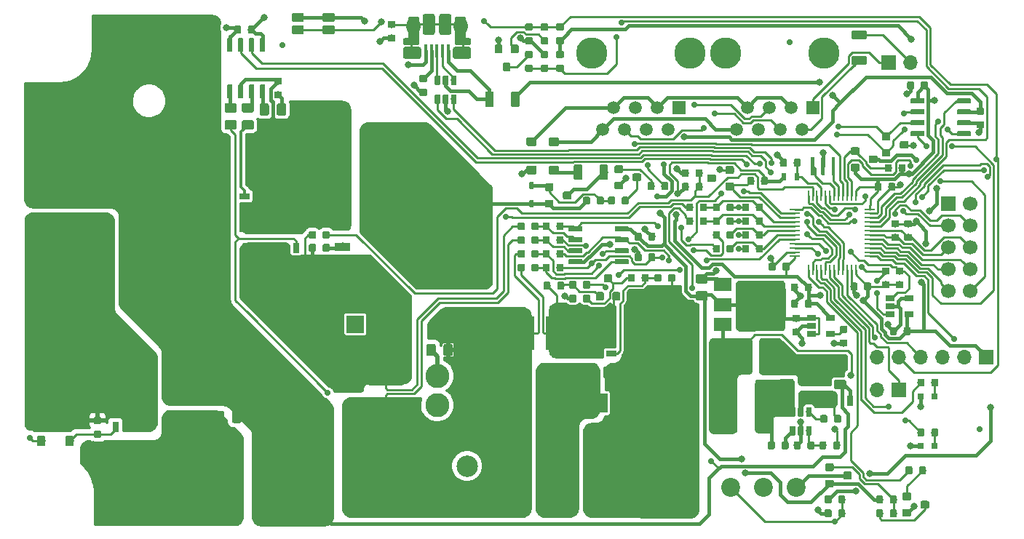
<source format=gbr>
%TF.GenerationSoftware,KiCad,Pcbnew,(2017-11-18 revision ff5ee05de)-makepkg*%
%TF.CreationDate,2018-01-26T17:49:47+01:00*%
%TF.ProjectId,MPPT_charger_20A,4D5050545F636861726765725F323041,0.9*%
%TF.SameCoordinates,Original*%
%TF.FileFunction,Copper,L1,Top,Signal*%
%TF.FilePolarity,Positive*%
%FSLAX46Y46*%
G04 Gerber Fmt 4.6, Leading zero omitted, Abs format (unit mm)*
G04 Created by KiCad (PCBNEW (2017-11-18 revision ff5ee05de)-makepkg) date 01/26/18 17:49:47*
%MOMM*%
%LPD*%
G01*
G04 APERTURE LIST*
%TA.AperFunction,Conductor*%
%ADD10C,0.100000*%
%TD*%
%TA.AperFunction,SMDPad,CuDef*%
%ADD11C,2.100000*%
%TD*%
%TA.AperFunction,SMDPad,CuDef*%
%ADD12C,0.800000*%
%TD*%
%TA.AperFunction,ComponentPad*%
%ADD13C,6.000000*%
%TD*%
%TA.AperFunction,ComponentPad*%
%ADD14R,1.700000X1.700000*%
%TD*%
%TA.AperFunction,ComponentPad*%
%ADD15O,1.700000X1.700000*%
%TD*%
%TA.AperFunction,ComponentPad*%
%ADD16C,2.500000*%
%TD*%
%TA.AperFunction,ComponentPad*%
%ADD17C,2.800000*%
%TD*%
%TA.AperFunction,SMDPad,CuDef*%
%ADD18R,0.600000X0.900000*%
%TD*%
%TA.AperFunction,SMDPad,CuDef*%
%ADD19R,0.900000X0.600000*%
%TD*%
%TA.AperFunction,SMDPad,CuDef*%
%ADD20R,1.150000X0.700000*%
%TD*%
%TA.AperFunction,SMDPad,CuDef*%
%ADD21R,1.550000X4.700000*%
%TD*%
%TA.AperFunction,SMDPad,CuDef*%
%ADD22R,3.100000X4.200000*%
%TD*%
%TA.AperFunction,SMDPad,CuDef*%
%ADD23R,0.700000X1.150000*%
%TD*%
%TA.AperFunction,SMDPad,CuDef*%
%ADD24R,4.700000X1.550000*%
%TD*%
%TA.AperFunction,SMDPad,CuDef*%
%ADD25R,4.200000X3.100000*%
%TD*%
%TA.AperFunction,SMDPad,CuDef*%
%ADD26C,0.900000*%
%TD*%
%TA.AperFunction,SMDPad,CuDef*%
%ADD27C,1.100000*%
%TD*%
%TA.AperFunction,SMDPad,CuDef*%
%ADD28R,2.500000X2.300000*%
%TD*%
%TA.AperFunction,SMDPad,CuDef*%
%ADD29C,0.500000*%
%TD*%
%TA.AperFunction,SMDPad,CuDef*%
%ADD30C,0.600000*%
%TD*%
%TA.AperFunction,BGAPad,CuDef*%
%ADD31C,0.700000*%
%TD*%
%TA.AperFunction,SMDPad,CuDef*%
%ADD32C,0.650000*%
%TD*%
%TA.AperFunction,SMDPad,CuDef*%
%ADD33C,0.400000*%
%TD*%
%TA.AperFunction,SMDPad,CuDef*%
%ADD34R,0.800000X0.800000*%
%TD*%
%TA.AperFunction,SMDPad,CuDef*%
%ADD35C,1.050000*%
%TD*%
%TA.AperFunction,SMDPad,CuDef*%
%ADD36C,1.000000*%
%TD*%
%TA.AperFunction,SMDPad,CuDef*%
%ADD37R,1.500000X2.400000*%
%TD*%
%TA.AperFunction,SMDPad,CuDef*%
%ADD38R,1.500000X1.050000*%
%TD*%
%TA.AperFunction,ComponentPad*%
%ADD39C,1.700000*%
%TD*%
%TA.AperFunction,ComponentPad*%
%ADD40R,2.000000X2.000000*%
%TD*%
%TA.AperFunction,ComponentPad*%
%ADD41C,2.000000*%
%TD*%
%TA.AperFunction,SMDPad,CuDef*%
%ADD42R,4.000000X3.100000*%
%TD*%
%TA.AperFunction,ComponentPad*%
%ADD43C,2.200000*%
%TD*%
%TA.AperFunction,SMDPad,CuDef*%
%ADD44C,1.430000*%
%TD*%
%TA.AperFunction,ComponentPad*%
%ADD45O,1.800000X1.800000*%
%TD*%
%TA.AperFunction,ComponentPad*%
%ADD46C,1.100000*%
%TD*%
%TA.AperFunction,SMDPad,CuDef*%
%ADD47R,0.400000X1.650000*%
%TD*%
%TA.AperFunction,SMDPad,CuDef*%
%ADD48C,1.400000*%
%TD*%
%TA.AperFunction,SMDPad,CuDef*%
%ADD49C,1.300000*%
%TD*%
%TA.AperFunction,ComponentPad*%
%ADD50C,2.400000*%
%TD*%
%TA.AperFunction,ComponentPad*%
%ADD51R,2.400000X2.400000*%
%TD*%
%TA.AperFunction,SMDPad,CuDef*%
%ADD52R,1.060000X0.650000*%
%TD*%
%TA.AperFunction,ComponentPad*%
%ADD53C,1.500000*%
%TD*%
%TA.AperFunction,ComponentPad*%
%ADD54R,1.500000X1.500000*%
%TD*%
%TA.AperFunction,WasherPad*%
%ADD55C,3.650000*%
%TD*%
%TA.AperFunction,SMDPad,CuDef*%
%ADD56R,0.250000X1.300000*%
%TD*%
%TA.AperFunction,SMDPad,CuDef*%
%ADD57R,1.300000X0.250000*%
%TD*%
%TA.AperFunction,SMDPad,CuDef*%
%ADD58R,2.000000X3.800000*%
%TD*%
%TA.AperFunction,SMDPad,CuDef*%
%ADD59R,2.000000X1.500000*%
%TD*%
%TA.AperFunction,SMDPad,CuDef*%
%ADD60R,3.100000X4.000000*%
%TD*%
%TA.AperFunction,SMDPad,CuDef*%
%ADD61R,0.500000X0.900000*%
%TD*%
%TA.AperFunction,SMDPad,CuDef*%
%ADD62R,0.700000X1.300000*%
%TD*%
%TA.AperFunction,ViaPad*%
%ADD63C,0.800000*%
%TD*%
%TA.AperFunction,ViaPad*%
%ADD64C,0.700000*%
%TD*%
%TA.AperFunction,Conductor*%
%ADD65C,0.400000*%
%TD*%
%TA.AperFunction,Conductor*%
%ADD66C,0.250000*%
%TD*%
%TA.AperFunction,Conductor*%
%ADD67C,0.500000*%
%TD*%
%TA.AperFunction,Conductor*%
%ADD68C,0.300000*%
%TD*%
%TA.AperFunction,Conductor*%
%ADD69C,0.200000*%
%TD*%
%TA.AperFunction,Conductor*%
%ADD70C,0.254000*%
%TD*%
G04 APERTURE END LIST*
D10*
%TO.N,Net-(C19-Pad2)*%
%TO.C,L3*%
G36*
X185723635Y-120500668D02*
X185764406Y-120506716D01*
X185804388Y-120516731D01*
X185843195Y-120530617D01*
X185880455Y-120548239D01*
X185915807Y-120569429D01*
X185948913Y-120593982D01*
X185979453Y-120621661D01*
X186007132Y-120652201D01*
X186031685Y-120685307D01*
X186052875Y-120720659D01*
X186070497Y-120757919D01*
X186084383Y-120796726D01*
X186094398Y-120836708D01*
X186100446Y-120877479D01*
X186102468Y-120918646D01*
X186102468Y-126278646D01*
X186100446Y-126319813D01*
X186094398Y-126360584D01*
X186084383Y-126400566D01*
X186070497Y-126439373D01*
X186052875Y-126476633D01*
X186031685Y-126511985D01*
X186007132Y-126545091D01*
X185979453Y-126575631D01*
X185948913Y-126603310D01*
X185915807Y-126627863D01*
X185880455Y-126649053D01*
X185843195Y-126666675D01*
X185804388Y-126680561D01*
X185764406Y-126690576D01*
X185723635Y-126696624D01*
X185682468Y-126698646D01*
X184422468Y-126698646D01*
X184381301Y-126696624D01*
X184340530Y-126690576D01*
X184300548Y-126680561D01*
X184261741Y-126666675D01*
X184224481Y-126649053D01*
X184189129Y-126627863D01*
X184156023Y-126603310D01*
X184125483Y-126575631D01*
X184097804Y-126545091D01*
X184073251Y-126511985D01*
X184052061Y-126476633D01*
X184034439Y-126439373D01*
X184020553Y-126400566D01*
X184010538Y-126360584D01*
X184004490Y-126319813D01*
X184002468Y-126278646D01*
X184002468Y-120918646D01*
X184004490Y-120877479D01*
X184010538Y-120836708D01*
X184020553Y-120796726D01*
X184034439Y-120757919D01*
X184052061Y-120720659D01*
X184073251Y-120685307D01*
X184097804Y-120652201D01*
X184125483Y-120621661D01*
X184156023Y-120593982D01*
X184189129Y-120569429D01*
X184224481Y-120548239D01*
X184261741Y-120530617D01*
X184300548Y-120516731D01*
X184340530Y-120506716D01*
X184381301Y-120500668D01*
X184422468Y-120498646D01*
X185682468Y-120498646D01*
X185723635Y-120500668D01*
X185723635Y-120500668D01*
G37*
D11*
%TD*%
%TO.P,L3,1*%
%TO.N,Net-(C19-Pad2)*%
X185052468Y-123598646D03*
D10*
%TO.N,+10V*%
%TO.C,L3*%
G36*
X181323635Y-120550668D02*
X181364406Y-120556716D01*
X181404388Y-120566731D01*
X181443195Y-120580617D01*
X181480455Y-120598239D01*
X181515807Y-120619429D01*
X181548913Y-120643982D01*
X181579453Y-120671661D01*
X181607132Y-120702201D01*
X181631685Y-120735307D01*
X181652875Y-120770659D01*
X181670497Y-120807919D01*
X181684383Y-120846726D01*
X181694398Y-120886708D01*
X181700446Y-120927479D01*
X181702468Y-120968646D01*
X181702468Y-126228646D01*
X181700446Y-126269813D01*
X181694398Y-126310584D01*
X181684383Y-126350566D01*
X181670497Y-126389373D01*
X181652875Y-126426633D01*
X181631685Y-126461985D01*
X181607132Y-126495091D01*
X181579453Y-126525631D01*
X181548913Y-126553310D01*
X181515807Y-126577863D01*
X181480455Y-126599053D01*
X181443195Y-126616675D01*
X181404388Y-126630561D01*
X181364406Y-126640576D01*
X181323635Y-126646624D01*
X181282468Y-126648646D01*
X180022468Y-126648646D01*
X179981301Y-126646624D01*
X179940530Y-126640576D01*
X179900548Y-126630561D01*
X179861741Y-126616675D01*
X179824481Y-126599053D01*
X179789129Y-126577863D01*
X179756023Y-126553310D01*
X179725483Y-126525631D01*
X179697804Y-126495091D01*
X179673251Y-126461985D01*
X179652061Y-126426633D01*
X179634439Y-126389373D01*
X179620553Y-126350566D01*
X179610538Y-126310584D01*
X179604490Y-126269813D01*
X179602468Y-126228646D01*
X179602468Y-120968646D01*
X179604490Y-120927479D01*
X179610538Y-120886708D01*
X179620553Y-120846726D01*
X179634439Y-120807919D01*
X179652061Y-120770659D01*
X179673251Y-120735307D01*
X179697804Y-120702201D01*
X179725483Y-120671661D01*
X179756023Y-120643982D01*
X179789129Y-120619429D01*
X179824481Y-120598239D01*
X179861741Y-120580617D01*
X179900548Y-120566731D01*
X179940530Y-120556716D01*
X179981301Y-120550668D01*
X180022468Y-120548646D01*
X181282468Y-120548646D01*
X181323635Y-120550668D01*
X181323635Y-120550668D01*
G37*
D11*
%TD*%
%TO.P,L3,2*%
%TO.N,+10V*%
X180652468Y-123598646D03*
D10*
%TO.N,Net-(R50-Pad1)*%
%TO.C,R50*%
G36*
X192255683Y-124550770D02*
X192271214Y-124553074D01*
X192286446Y-124556890D01*
X192301229Y-124562179D01*
X192315423Y-124568893D01*
X192328891Y-124576965D01*
X192341503Y-124586318D01*
X192353137Y-124596863D01*
X192363682Y-124608497D01*
X192373035Y-124621109D01*
X192381107Y-124634577D01*
X192387821Y-124648771D01*
X192393110Y-124663554D01*
X192396926Y-124678786D01*
X192399230Y-124694317D01*
X192400000Y-124710000D01*
X192400000Y-125290000D01*
X192399230Y-125305683D01*
X192396926Y-125321214D01*
X192393110Y-125336446D01*
X192387821Y-125351229D01*
X192381107Y-125365423D01*
X192373035Y-125378891D01*
X192363682Y-125391503D01*
X192353137Y-125403137D01*
X192341503Y-125413682D01*
X192328891Y-125423035D01*
X192315423Y-125431107D01*
X192301229Y-125437821D01*
X192286446Y-125443110D01*
X192271214Y-125446926D01*
X192255683Y-125449230D01*
X192240000Y-125450000D01*
X191760000Y-125450000D01*
X191744317Y-125449230D01*
X191728786Y-125446926D01*
X191713554Y-125443110D01*
X191698771Y-125437821D01*
X191684577Y-125431107D01*
X191671109Y-125423035D01*
X191658497Y-125413682D01*
X191646863Y-125403137D01*
X191636318Y-125391503D01*
X191626965Y-125378891D01*
X191618893Y-125365423D01*
X191612179Y-125351229D01*
X191606890Y-125336446D01*
X191603074Y-125321214D01*
X191600770Y-125305683D01*
X191600000Y-125290000D01*
X191600000Y-124710000D01*
X191600770Y-124694317D01*
X191603074Y-124678786D01*
X191606890Y-124663554D01*
X191612179Y-124648771D01*
X191618893Y-124634577D01*
X191626965Y-124621109D01*
X191636318Y-124608497D01*
X191646863Y-124596863D01*
X191658497Y-124586318D01*
X191671109Y-124576965D01*
X191684577Y-124568893D01*
X191698771Y-124562179D01*
X191713554Y-124556890D01*
X191728786Y-124553074D01*
X191744317Y-124550770D01*
X191760000Y-124550000D01*
X192240000Y-124550000D01*
X192255683Y-124550770D01*
X192255683Y-124550770D01*
G37*
D12*
%TD*%
%TO.P,R50,1*%
%TO.N,Net-(R50-Pad1)*%
X192000000Y-125000000D03*
D10*
%TO.N,Net-(C15-Pad1)*%
%TO.C,R50*%
G36*
X193855683Y-124550770D02*
X193871214Y-124553074D01*
X193886446Y-124556890D01*
X193901229Y-124562179D01*
X193915423Y-124568893D01*
X193928891Y-124576965D01*
X193941503Y-124586318D01*
X193953137Y-124596863D01*
X193963682Y-124608497D01*
X193973035Y-124621109D01*
X193981107Y-124634577D01*
X193987821Y-124648771D01*
X193993110Y-124663554D01*
X193996926Y-124678786D01*
X193999230Y-124694317D01*
X194000000Y-124710000D01*
X194000000Y-125290000D01*
X193999230Y-125305683D01*
X193996926Y-125321214D01*
X193993110Y-125336446D01*
X193987821Y-125351229D01*
X193981107Y-125365423D01*
X193973035Y-125378891D01*
X193963682Y-125391503D01*
X193953137Y-125403137D01*
X193941503Y-125413682D01*
X193928891Y-125423035D01*
X193915423Y-125431107D01*
X193901229Y-125437821D01*
X193886446Y-125443110D01*
X193871214Y-125446926D01*
X193855683Y-125449230D01*
X193840000Y-125450000D01*
X193360000Y-125450000D01*
X193344317Y-125449230D01*
X193328786Y-125446926D01*
X193313554Y-125443110D01*
X193298771Y-125437821D01*
X193284577Y-125431107D01*
X193271109Y-125423035D01*
X193258497Y-125413682D01*
X193246863Y-125403137D01*
X193236318Y-125391503D01*
X193226965Y-125378891D01*
X193218893Y-125365423D01*
X193212179Y-125351229D01*
X193206890Y-125336446D01*
X193203074Y-125321214D01*
X193200770Y-125305683D01*
X193200000Y-125290000D01*
X193200000Y-124710000D01*
X193200770Y-124694317D01*
X193203074Y-124678786D01*
X193206890Y-124663554D01*
X193212179Y-124648771D01*
X193218893Y-124634577D01*
X193226965Y-124621109D01*
X193236318Y-124608497D01*
X193246863Y-124596863D01*
X193258497Y-124586318D01*
X193271109Y-124576965D01*
X193284577Y-124568893D01*
X193298771Y-124562179D01*
X193313554Y-124556890D01*
X193328786Y-124553074D01*
X193344317Y-124550770D01*
X193360000Y-124550000D01*
X193840000Y-124550000D01*
X193855683Y-124550770D01*
X193855683Y-124550770D01*
G37*
D12*
%TD*%
%TO.P,R50,2*%
%TO.N,Net-(C15-Pad1)*%
X193600000Y-125000000D03*
D13*
%TO.P,L1,1*%
%TO.N,/DCDC power stage/SW_NODE*%
X128500000Y-94600000D03*
%TO.P,L1,2*%
%TO.N,/DCDC_OUT*%
X141500000Y-94600000D03*
%TD*%
D14*
%TO.P,SWD1,1*%
%TO.N,+3V3*%
X210900000Y-117800000D03*
D15*
%TO.P,SWD1,2*%
%TO.N,/MCU/SWCLK*%
X208360000Y-117800000D03*
%TO.P,SWD1,3*%
%TO.N,GND*%
X205820000Y-117800000D03*
%TO.P,SWD1,4*%
%TO.N,/MCU/SWDIO*%
X203280000Y-117800000D03*
%TO.P,SWD1,5*%
%TO.N,/MCU/~RESET*%
X200740000Y-117800000D03*
%TO.P,SWD1,6*%
%TO.N,Net-(SWD1-Pad6)*%
X198200000Y-117800000D03*
%TD*%
D10*
%TO.N,GND*%
%TO.C,C12*%
G36*
X124055683Y-79250770D02*
X124071214Y-79253074D01*
X124086446Y-79256890D01*
X124101229Y-79262179D01*
X124115423Y-79268893D01*
X124128891Y-79276965D01*
X124141503Y-79286318D01*
X124153137Y-79296863D01*
X124163682Y-79308497D01*
X124173035Y-79321109D01*
X124181107Y-79334577D01*
X124187821Y-79348771D01*
X124193110Y-79363554D01*
X124196926Y-79378786D01*
X124199230Y-79394317D01*
X124200000Y-79410000D01*
X124200000Y-79990000D01*
X124199230Y-80005683D01*
X124196926Y-80021214D01*
X124193110Y-80036446D01*
X124187821Y-80051229D01*
X124181107Y-80065423D01*
X124173035Y-80078891D01*
X124163682Y-80091503D01*
X124153137Y-80103137D01*
X124141503Y-80113682D01*
X124128891Y-80123035D01*
X124115423Y-80131107D01*
X124101229Y-80137821D01*
X124086446Y-80143110D01*
X124071214Y-80146926D01*
X124055683Y-80149230D01*
X124040000Y-80150000D01*
X123560000Y-80150000D01*
X123544317Y-80149230D01*
X123528786Y-80146926D01*
X123513554Y-80143110D01*
X123498771Y-80137821D01*
X123484577Y-80131107D01*
X123471109Y-80123035D01*
X123458497Y-80113682D01*
X123446863Y-80103137D01*
X123436318Y-80091503D01*
X123426965Y-80078891D01*
X123418893Y-80065423D01*
X123412179Y-80051229D01*
X123406890Y-80036446D01*
X123403074Y-80021214D01*
X123400770Y-80005683D01*
X123400000Y-79990000D01*
X123400000Y-79410000D01*
X123400770Y-79394317D01*
X123403074Y-79378786D01*
X123406890Y-79363554D01*
X123412179Y-79348771D01*
X123418893Y-79334577D01*
X123426965Y-79321109D01*
X123436318Y-79308497D01*
X123446863Y-79296863D01*
X123458497Y-79286318D01*
X123471109Y-79276965D01*
X123484577Y-79268893D01*
X123498771Y-79262179D01*
X123513554Y-79256890D01*
X123528786Y-79253074D01*
X123544317Y-79250770D01*
X123560000Y-79250000D01*
X124040000Y-79250000D01*
X124055683Y-79250770D01*
X124055683Y-79250770D01*
G37*
D12*
%TD*%
%TO.P,C12,2*%
%TO.N,GND*%
X123800000Y-79700000D03*
D10*
%TO.N,+10V*%
%TO.C,C12*%
G36*
X125655683Y-79250770D02*
X125671214Y-79253074D01*
X125686446Y-79256890D01*
X125701229Y-79262179D01*
X125715423Y-79268893D01*
X125728891Y-79276965D01*
X125741503Y-79286318D01*
X125753137Y-79296863D01*
X125763682Y-79308497D01*
X125773035Y-79321109D01*
X125781107Y-79334577D01*
X125787821Y-79348771D01*
X125793110Y-79363554D01*
X125796926Y-79378786D01*
X125799230Y-79394317D01*
X125800000Y-79410000D01*
X125800000Y-79990000D01*
X125799230Y-80005683D01*
X125796926Y-80021214D01*
X125793110Y-80036446D01*
X125787821Y-80051229D01*
X125781107Y-80065423D01*
X125773035Y-80078891D01*
X125763682Y-80091503D01*
X125753137Y-80103137D01*
X125741503Y-80113682D01*
X125728891Y-80123035D01*
X125715423Y-80131107D01*
X125701229Y-80137821D01*
X125686446Y-80143110D01*
X125671214Y-80146926D01*
X125655683Y-80149230D01*
X125640000Y-80150000D01*
X125160000Y-80150000D01*
X125144317Y-80149230D01*
X125128786Y-80146926D01*
X125113554Y-80143110D01*
X125098771Y-80137821D01*
X125084577Y-80131107D01*
X125071109Y-80123035D01*
X125058497Y-80113682D01*
X125046863Y-80103137D01*
X125036318Y-80091503D01*
X125026965Y-80078891D01*
X125018893Y-80065423D01*
X125012179Y-80051229D01*
X125006890Y-80036446D01*
X125003074Y-80021214D01*
X125000770Y-80005683D01*
X125000000Y-79990000D01*
X125000000Y-79410000D01*
X125000770Y-79394317D01*
X125003074Y-79378786D01*
X125006890Y-79363554D01*
X125012179Y-79348771D01*
X125018893Y-79334577D01*
X125026965Y-79321109D01*
X125036318Y-79308497D01*
X125046863Y-79296863D01*
X125058497Y-79286318D01*
X125071109Y-79276965D01*
X125084577Y-79268893D01*
X125098771Y-79262179D01*
X125113554Y-79256890D01*
X125128786Y-79253074D01*
X125144317Y-79250770D01*
X125160000Y-79250000D01*
X125640000Y-79250000D01*
X125655683Y-79250770D01*
X125655683Y-79250770D01*
G37*
D12*
%TD*%
%TO.P,C12,1*%
%TO.N,+10V*%
X125400000Y-79700000D03*
D10*
%TO.N,+5V*%
%TO.C,C23*%
G36*
X189105683Y-112900770D02*
X189121214Y-112903074D01*
X189136446Y-112906890D01*
X189151229Y-112912179D01*
X189165423Y-112918893D01*
X189178891Y-112926965D01*
X189191503Y-112936318D01*
X189203137Y-112946863D01*
X189213682Y-112958497D01*
X189223035Y-112971109D01*
X189231107Y-112984577D01*
X189237821Y-112998771D01*
X189243110Y-113013554D01*
X189246926Y-113028786D01*
X189249230Y-113044317D01*
X189250000Y-113060000D01*
X189250000Y-113540000D01*
X189249230Y-113555683D01*
X189246926Y-113571214D01*
X189243110Y-113586446D01*
X189237821Y-113601229D01*
X189231107Y-113615423D01*
X189223035Y-113628891D01*
X189213682Y-113641503D01*
X189203137Y-113653137D01*
X189191503Y-113663682D01*
X189178891Y-113673035D01*
X189165423Y-113681107D01*
X189151229Y-113687821D01*
X189136446Y-113693110D01*
X189121214Y-113696926D01*
X189105683Y-113699230D01*
X189090000Y-113700000D01*
X188510000Y-113700000D01*
X188494317Y-113699230D01*
X188478786Y-113696926D01*
X188463554Y-113693110D01*
X188448771Y-113687821D01*
X188434577Y-113681107D01*
X188421109Y-113673035D01*
X188408497Y-113663682D01*
X188396863Y-113653137D01*
X188386318Y-113641503D01*
X188376965Y-113628891D01*
X188368893Y-113615423D01*
X188362179Y-113601229D01*
X188356890Y-113586446D01*
X188353074Y-113571214D01*
X188350770Y-113555683D01*
X188350000Y-113540000D01*
X188350000Y-113060000D01*
X188350770Y-113044317D01*
X188353074Y-113028786D01*
X188356890Y-113013554D01*
X188362179Y-112998771D01*
X188368893Y-112984577D01*
X188376965Y-112971109D01*
X188386318Y-112958497D01*
X188396863Y-112946863D01*
X188408497Y-112936318D01*
X188421109Y-112926965D01*
X188434577Y-112918893D01*
X188448771Y-112912179D01*
X188463554Y-112906890D01*
X188478786Y-112903074D01*
X188494317Y-112900770D01*
X188510000Y-112900000D01*
X189090000Y-112900000D01*
X189105683Y-112900770D01*
X189105683Y-112900770D01*
G37*
D12*
%TD*%
%TO.P,C23,1*%
%TO.N,+5V*%
X188800000Y-113300000D03*
D10*
%TO.N,GND*%
%TO.C,C23*%
G36*
X189105683Y-114500770D02*
X189121214Y-114503074D01*
X189136446Y-114506890D01*
X189151229Y-114512179D01*
X189165423Y-114518893D01*
X189178891Y-114526965D01*
X189191503Y-114536318D01*
X189203137Y-114546863D01*
X189213682Y-114558497D01*
X189223035Y-114571109D01*
X189231107Y-114584577D01*
X189237821Y-114598771D01*
X189243110Y-114613554D01*
X189246926Y-114628786D01*
X189249230Y-114644317D01*
X189250000Y-114660000D01*
X189250000Y-115140000D01*
X189249230Y-115155683D01*
X189246926Y-115171214D01*
X189243110Y-115186446D01*
X189237821Y-115201229D01*
X189231107Y-115215423D01*
X189223035Y-115228891D01*
X189213682Y-115241503D01*
X189203137Y-115253137D01*
X189191503Y-115263682D01*
X189178891Y-115273035D01*
X189165423Y-115281107D01*
X189151229Y-115287821D01*
X189136446Y-115293110D01*
X189121214Y-115296926D01*
X189105683Y-115299230D01*
X189090000Y-115300000D01*
X188510000Y-115300000D01*
X188494317Y-115299230D01*
X188478786Y-115296926D01*
X188463554Y-115293110D01*
X188448771Y-115287821D01*
X188434577Y-115281107D01*
X188421109Y-115273035D01*
X188408497Y-115263682D01*
X188396863Y-115253137D01*
X188386318Y-115241503D01*
X188376965Y-115228891D01*
X188368893Y-115215423D01*
X188362179Y-115201229D01*
X188356890Y-115186446D01*
X188353074Y-115171214D01*
X188350770Y-115155683D01*
X188350000Y-115140000D01*
X188350000Y-114660000D01*
X188350770Y-114644317D01*
X188353074Y-114628786D01*
X188356890Y-114613554D01*
X188362179Y-114598771D01*
X188368893Y-114584577D01*
X188376965Y-114571109D01*
X188386318Y-114558497D01*
X188396863Y-114546863D01*
X188408497Y-114536318D01*
X188421109Y-114526965D01*
X188434577Y-114518893D01*
X188448771Y-114512179D01*
X188463554Y-114506890D01*
X188478786Y-114503074D01*
X188494317Y-114500770D01*
X188510000Y-114500000D01*
X189090000Y-114500000D01*
X189105683Y-114500770D01*
X189105683Y-114500770D01*
G37*
D12*
%TD*%
%TO.P,C23,2*%
%TO.N,GND*%
X188800000Y-114900000D03*
D16*
%TO.P,J1,2*%
%TO.N,/DCDC power stage/DCDC_IN*%
X131500000Y-130500000D03*
%TO.P,J1,1*%
%TO.N,/DCDC power stage/SOLAR-*%
X122000000Y-130500000D03*
%TD*%
%TO.P,J2,2*%
%TO.N,/DCDC power stage/LOAD-*%
X169500000Y-130500000D03*
%TO.P,J2,1*%
%TO.N,/DCDC_OUT*%
X160000000Y-130500000D03*
%TD*%
%TO.P,J3,2*%
%TO.N,/DCDC power stage/BAT+*%
X150500000Y-130500000D03*
%TO.P,J3,1*%
%TO.N,/DCDC power stage/BAT-*%
X141000000Y-130500000D03*
%TD*%
D17*
%TO.P,F1,2*%
%TO.N,/DCDC power stage/BAT+*%
X147030000Y-120000000D03*
X147030000Y-123400000D03*
%TO.P,F1,1*%
%TO.N,/DCDC_OUT*%
X160500000Y-120000000D03*
X160500000Y-123400000D03*
%TD*%
D18*
%TO.P,Q3,D*%
%TO.N,/DCDC power stage/LOAD-*%
X170300000Y-114350000D03*
X169450000Y-114350000D03*
X171150000Y-114350000D03*
X170300000Y-116650000D03*
X169450000Y-116650000D03*
X171150000Y-116650000D03*
X171150000Y-115500000D03*
X169450000Y-115500000D03*
D19*
X173000000Y-113625000D03*
X173000000Y-117375000D03*
X173000000Y-114900000D03*
D20*
%TO.P,Q3,S*%
%TO.N,/DCDC power stage/LOAD-SW*%
X167275000Y-114865000D03*
X167275000Y-113595000D03*
X167275000Y-116135000D03*
D21*
%TO.P,Q3,D*%
%TO.N,/DCDC power stage/LOAD-*%
X172750000Y-115500000D03*
D22*
X170450000Y-115500000D03*
D20*
%TO.P,Q3,G*%
%TO.N,Net-(C28-Pad1)*%
X167275000Y-117405000D03*
D19*
%TO.P,Q3,D*%
%TO.N,/DCDC power stage/LOAD-*%
X173000000Y-116100000D03*
D18*
X170300000Y-115500000D03*
%TD*%
D19*
%TO.P,Q2,D*%
%TO.N,/DCDC power stage/SOLAR-*%
X112650000Y-129000000D03*
X112650000Y-128150000D03*
X112650000Y-129850000D03*
X110350000Y-129000000D03*
X110350000Y-128150000D03*
X110350000Y-129850000D03*
X111500000Y-129850000D03*
X111500000Y-128150000D03*
D18*
X113375000Y-131700000D03*
X109625000Y-131700000D03*
X112100000Y-131700000D03*
D23*
%TO.P,Q2,S*%
%TO.N,GND*%
X112135000Y-125975000D03*
X113405000Y-125975000D03*
X110865000Y-125975000D03*
D24*
%TO.P,Q2,D*%
%TO.N,/DCDC power stage/SOLAR-*%
X111500000Y-131450000D03*
D25*
X111500000Y-129150000D03*
D23*
%TO.P,Q2,G*%
%TO.N,Net-(D1-Pad1)*%
X109595000Y-125975000D03*
D18*
%TO.P,Q2,D*%
%TO.N,/DCDC power stage/SOLAR-*%
X110900000Y-131700000D03*
D19*
X111500000Y-129000000D03*
%TD*%
D18*
%TO.P,Q1,D*%
%TO.N,/DCDC power stage/DCDC_IN*%
X121600000Y-102150000D03*
X122450000Y-102150000D03*
X120750000Y-102150000D03*
X121600000Y-99850000D03*
X122450000Y-99850000D03*
X120750000Y-99850000D03*
X120750000Y-101000000D03*
X122450000Y-101000000D03*
D19*
X118900000Y-102875000D03*
X118900000Y-99125000D03*
X118900000Y-101600000D03*
D20*
%TO.P,Q1,S*%
%TO.N,/DCDC power stage/SW_NODE*%
X124625000Y-101635000D03*
X124625000Y-102905000D03*
X124625000Y-100365000D03*
D21*
%TO.P,Q1,D*%
%TO.N,/DCDC power stage/DCDC_IN*%
X119150000Y-101000000D03*
D22*
X121450000Y-101000000D03*
D20*
%TO.P,Q1,G*%
%TO.N,Net-(Q1-PadG)*%
X124625000Y-99095000D03*
D19*
%TO.P,Q1,D*%
%TO.N,/DCDC power stage/DCDC_IN*%
X118900000Y-100400000D03*
D18*
X121600000Y-101000000D03*
%TD*%
D19*
%TO.P,Q4,D*%
%TO.N,/DCDC power stage/SW_NODE*%
X127550000Y-102100000D03*
X127550000Y-102950000D03*
X127550000Y-101250000D03*
X129850000Y-102100000D03*
X129850000Y-102950000D03*
X129850000Y-101250000D03*
X128700000Y-101250000D03*
X128700000Y-102950000D03*
D18*
X126825000Y-99400000D03*
X130575000Y-99400000D03*
X128100000Y-99400000D03*
D23*
%TO.P,Q4,S*%
%TO.N,GND*%
X128065000Y-105125000D03*
X126795000Y-105125000D03*
X129335000Y-105125000D03*
D24*
%TO.P,Q4,D*%
%TO.N,/DCDC power stage/SW_NODE*%
X128700000Y-99650000D03*
D25*
X128700000Y-101950000D03*
D23*
%TO.P,Q4,G*%
%TO.N,Net-(D1-Pad2)*%
X130605000Y-105125000D03*
D18*
%TO.P,Q4,D*%
%TO.N,/DCDC power stage/SW_NODE*%
X129300000Y-99400000D03*
D19*
X128700000Y-102100000D03*
%TD*%
D10*
%TO.N,+3V3*%
%TO.C,R35*%
G36*
X200605683Y-101900770D02*
X200621214Y-101903074D01*
X200636446Y-101906890D01*
X200651229Y-101912179D01*
X200665423Y-101918893D01*
X200678891Y-101926965D01*
X200691503Y-101936318D01*
X200703137Y-101946863D01*
X200713682Y-101958497D01*
X200723035Y-101971109D01*
X200731107Y-101984577D01*
X200737821Y-101998771D01*
X200743110Y-102013554D01*
X200746926Y-102028786D01*
X200749230Y-102044317D01*
X200750000Y-102060000D01*
X200750000Y-102540000D01*
X200749230Y-102555683D01*
X200746926Y-102571214D01*
X200743110Y-102586446D01*
X200737821Y-102601229D01*
X200731107Y-102615423D01*
X200723035Y-102628891D01*
X200713682Y-102641503D01*
X200703137Y-102653137D01*
X200691503Y-102663682D01*
X200678891Y-102673035D01*
X200665423Y-102681107D01*
X200651229Y-102687821D01*
X200636446Y-102693110D01*
X200621214Y-102696926D01*
X200605683Y-102699230D01*
X200590000Y-102700000D01*
X200010000Y-102700000D01*
X199994317Y-102699230D01*
X199978786Y-102696926D01*
X199963554Y-102693110D01*
X199948771Y-102687821D01*
X199934577Y-102681107D01*
X199921109Y-102673035D01*
X199908497Y-102663682D01*
X199896863Y-102653137D01*
X199886318Y-102641503D01*
X199876965Y-102628891D01*
X199868893Y-102615423D01*
X199862179Y-102601229D01*
X199856890Y-102586446D01*
X199853074Y-102571214D01*
X199850770Y-102555683D01*
X199850000Y-102540000D01*
X199850000Y-102060000D01*
X199850770Y-102044317D01*
X199853074Y-102028786D01*
X199856890Y-102013554D01*
X199862179Y-101998771D01*
X199868893Y-101984577D01*
X199876965Y-101971109D01*
X199886318Y-101958497D01*
X199896863Y-101946863D01*
X199908497Y-101936318D01*
X199921109Y-101926965D01*
X199934577Y-101918893D01*
X199948771Y-101912179D01*
X199963554Y-101906890D01*
X199978786Y-101903074D01*
X199994317Y-101900770D01*
X200010000Y-101900000D01*
X200590000Y-101900000D01*
X200605683Y-101900770D01*
X200605683Y-101900770D01*
G37*
D12*
%TD*%
%TO.P,R35,2*%
%TO.N,+3V3*%
X200300000Y-102300000D03*
D10*
%TO.N,/MCU/I2C1_SCL*%
%TO.C,R35*%
G36*
X200605683Y-103500770D02*
X200621214Y-103503074D01*
X200636446Y-103506890D01*
X200651229Y-103512179D01*
X200665423Y-103518893D01*
X200678891Y-103526965D01*
X200691503Y-103536318D01*
X200703137Y-103546863D01*
X200713682Y-103558497D01*
X200723035Y-103571109D01*
X200731107Y-103584577D01*
X200737821Y-103598771D01*
X200743110Y-103613554D01*
X200746926Y-103628786D01*
X200749230Y-103644317D01*
X200750000Y-103660000D01*
X200750000Y-104140000D01*
X200749230Y-104155683D01*
X200746926Y-104171214D01*
X200743110Y-104186446D01*
X200737821Y-104201229D01*
X200731107Y-104215423D01*
X200723035Y-104228891D01*
X200713682Y-104241503D01*
X200703137Y-104253137D01*
X200691503Y-104263682D01*
X200678891Y-104273035D01*
X200665423Y-104281107D01*
X200651229Y-104287821D01*
X200636446Y-104293110D01*
X200621214Y-104296926D01*
X200605683Y-104299230D01*
X200590000Y-104300000D01*
X200010000Y-104300000D01*
X199994317Y-104299230D01*
X199978786Y-104296926D01*
X199963554Y-104293110D01*
X199948771Y-104287821D01*
X199934577Y-104281107D01*
X199921109Y-104273035D01*
X199908497Y-104263682D01*
X199896863Y-104253137D01*
X199886318Y-104241503D01*
X199876965Y-104228891D01*
X199868893Y-104215423D01*
X199862179Y-104201229D01*
X199856890Y-104186446D01*
X199853074Y-104171214D01*
X199850770Y-104155683D01*
X199850000Y-104140000D01*
X199850000Y-103660000D01*
X199850770Y-103644317D01*
X199853074Y-103628786D01*
X199856890Y-103613554D01*
X199862179Y-103598771D01*
X199868893Y-103584577D01*
X199876965Y-103571109D01*
X199886318Y-103558497D01*
X199896863Y-103546863D01*
X199908497Y-103536318D01*
X199921109Y-103526965D01*
X199934577Y-103518893D01*
X199948771Y-103512179D01*
X199963554Y-103506890D01*
X199978786Y-103503074D01*
X199994317Y-103500770D01*
X200010000Y-103500000D01*
X200590000Y-103500000D01*
X200605683Y-103500770D01*
X200605683Y-103500770D01*
G37*
D12*
%TD*%
%TO.P,R35,1*%
%TO.N,/MCU/I2C1_SCL*%
X200300000Y-103900000D03*
D10*
%TO.N,/Communication Interfaces/UEXT_EN*%
%TO.C,Q6*%
G36*
X195987643Y-93400867D02*
X196005116Y-93403459D01*
X196022251Y-93407751D01*
X196038883Y-93413702D01*
X196054851Y-93421254D01*
X196070003Y-93430335D01*
X196084191Y-93440858D01*
X196097279Y-93452721D01*
X196109142Y-93465809D01*
X196119665Y-93479997D01*
X196128746Y-93495149D01*
X196136298Y-93511117D01*
X196142249Y-93527749D01*
X196146541Y-93544884D01*
X196149133Y-93562357D01*
X196150000Y-93580000D01*
X196150000Y-94120000D01*
X196149133Y-94137643D01*
X196146541Y-94155116D01*
X196142249Y-94172251D01*
X196136298Y-94188883D01*
X196128746Y-94204851D01*
X196119665Y-94220003D01*
X196109142Y-94234191D01*
X196097279Y-94247279D01*
X196084191Y-94259142D01*
X196070003Y-94269665D01*
X196054851Y-94278746D01*
X196038883Y-94286298D01*
X196022251Y-94292249D01*
X196005116Y-94296541D01*
X195987643Y-94299133D01*
X195970000Y-94300000D01*
X195330000Y-94300000D01*
X195312357Y-94299133D01*
X195294884Y-94296541D01*
X195277749Y-94292249D01*
X195261117Y-94286298D01*
X195245149Y-94278746D01*
X195229997Y-94269665D01*
X195215809Y-94259142D01*
X195202721Y-94247279D01*
X195190858Y-94234191D01*
X195180335Y-94220003D01*
X195171254Y-94204851D01*
X195163702Y-94188883D01*
X195157751Y-94172251D01*
X195153459Y-94155116D01*
X195150867Y-94137643D01*
X195150000Y-94120000D01*
X195150000Y-93580000D01*
X195150867Y-93562357D01*
X195153459Y-93544884D01*
X195157751Y-93527749D01*
X195163702Y-93511117D01*
X195171254Y-93495149D01*
X195180335Y-93479997D01*
X195190858Y-93465809D01*
X195202721Y-93452721D01*
X195215809Y-93440858D01*
X195229997Y-93430335D01*
X195245149Y-93421254D01*
X195261117Y-93413702D01*
X195277749Y-93407751D01*
X195294884Y-93403459D01*
X195312357Y-93400867D01*
X195330000Y-93400000D01*
X195970000Y-93400000D01*
X195987643Y-93400867D01*
X195987643Y-93400867D01*
G37*
D26*
%TD*%
%TO.P,Q6,1*%
%TO.N,/Communication Interfaces/UEXT_EN*%
X195650000Y-93850000D03*
D10*
%TO.N,+3V3*%
%TO.C,Q6*%
G36*
X195987643Y-95300867D02*
X196005116Y-95303459D01*
X196022251Y-95307751D01*
X196038883Y-95313702D01*
X196054851Y-95321254D01*
X196070003Y-95330335D01*
X196084191Y-95340858D01*
X196097279Y-95352721D01*
X196109142Y-95365809D01*
X196119665Y-95379997D01*
X196128746Y-95395149D01*
X196136298Y-95411117D01*
X196142249Y-95427749D01*
X196146541Y-95444884D01*
X196149133Y-95462357D01*
X196150000Y-95480000D01*
X196150000Y-96020000D01*
X196149133Y-96037643D01*
X196146541Y-96055116D01*
X196142249Y-96072251D01*
X196136298Y-96088883D01*
X196128746Y-96104851D01*
X196119665Y-96120003D01*
X196109142Y-96134191D01*
X196097279Y-96147279D01*
X196084191Y-96159142D01*
X196070003Y-96169665D01*
X196054851Y-96178746D01*
X196038883Y-96186298D01*
X196022251Y-96192249D01*
X196005116Y-96196541D01*
X195987643Y-96199133D01*
X195970000Y-96200000D01*
X195330000Y-96200000D01*
X195312357Y-96199133D01*
X195294884Y-96196541D01*
X195277749Y-96192249D01*
X195261117Y-96186298D01*
X195245149Y-96178746D01*
X195229997Y-96169665D01*
X195215809Y-96159142D01*
X195202721Y-96147279D01*
X195190858Y-96134191D01*
X195180335Y-96120003D01*
X195171254Y-96104851D01*
X195163702Y-96088883D01*
X195157751Y-96072251D01*
X195153459Y-96055116D01*
X195150867Y-96037643D01*
X195150000Y-96020000D01*
X195150000Y-95480000D01*
X195150867Y-95462357D01*
X195153459Y-95444884D01*
X195157751Y-95427749D01*
X195163702Y-95411117D01*
X195171254Y-95395149D01*
X195180335Y-95379997D01*
X195190858Y-95365809D01*
X195202721Y-95352721D01*
X195215809Y-95340858D01*
X195229997Y-95330335D01*
X195245149Y-95321254D01*
X195261117Y-95313702D01*
X195277749Y-95307751D01*
X195294884Y-95303459D01*
X195312357Y-95300867D01*
X195330000Y-95300000D01*
X195970000Y-95300000D01*
X195987643Y-95300867D01*
X195987643Y-95300867D01*
G37*
D26*
%TD*%
%TO.P,Q6,2*%
%TO.N,+3V3*%
X195650000Y-95750000D03*
D10*
%TO.N,Net-(J4-Pad1)*%
%TO.C,Q6*%
G36*
X198087643Y-94350867D02*
X198105116Y-94353459D01*
X198122251Y-94357751D01*
X198138883Y-94363702D01*
X198154851Y-94371254D01*
X198170003Y-94380335D01*
X198184191Y-94390858D01*
X198197279Y-94402721D01*
X198209142Y-94415809D01*
X198219665Y-94429997D01*
X198228746Y-94445149D01*
X198236298Y-94461117D01*
X198242249Y-94477749D01*
X198246541Y-94494884D01*
X198249133Y-94512357D01*
X198250000Y-94530000D01*
X198250000Y-95070000D01*
X198249133Y-95087643D01*
X198246541Y-95105116D01*
X198242249Y-95122251D01*
X198236298Y-95138883D01*
X198228746Y-95154851D01*
X198219665Y-95170003D01*
X198209142Y-95184191D01*
X198197279Y-95197279D01*
X198184191Y-95209142D01*
X198170003Y-95219665D01*
X198154851Y-95228746D01*
X198138883Y-95236298D01*
X198122251Y-95242249D01*
X198105116Y-95246541D01*
X198087643Y-95249133D01*
X198070000Y-95250000D01*
X197430000Y-95250000D01*
X197412357Y-95249133D01*
X197394884Y-95246541D01*
X197377749Y-95242249D01*
X197361117Y-95236298D01*
X197345149Y-95228746D01*
X197329997Y-95219665D01*
X197315809Y-95209142D01*
X197302721Y-95197279D01*
X197290858Y-95184191D01*
X197280335Y-95170003D01*
X197271254Y-95154851D01*
X197263702Y-95138883D01*
X197257751Y-95122251D01*
X197253459Y-95105116D01*
X197250867Y-95087643D01*
X197250000Y-95070000D01*
X197250000Y-94530000D01*
X197250867Y-94512357D01*
X197253459Y-94494884D01*
X197257751Y-94477749D01*
X197263702Y-94461117D01*
X197271254Y-94445149D01*
X197280335Y-94429997D01*
X197290858Y-94415809D01*
X197302721Y-94402721D01*
X197315809Y-94390858D01*
X197329997Y-94380335D01*
X197345149Y-94371254D01*
X197361117Y-94363702D01*
X197377749Y-94357751D01*
X197394884Y-94353459D01*
X197412357Y-94350867D01*
X197430000Y-94350000D01*
X198070000Y-94350000D01*
X198087643Y-94350867D01*
X198087643Y-94350867D01*
G37*
D26*
%TD*%
%TO.P,Q6,3*%
%TO.N,Net-(J4-Pad1)*%
X197750000Y-94800000D03*
D15*
%TO.P,JP3,2*%
%TO.N,Net-(JP3-Pad2)*%
X202040000Y-83500000D03*
D14*
%TO.P,JP3,1*%
%TO.N,/Communication Interfaces/CAN_H*%
X199500000Y-83500000D03*
%TD*%
D10*
%TO.N,Net-(C28-Pad1)*%
%TO.C,C28*%
G36*
X172955683Y-108150770D02*
X172971214Y-108153074D01*
X172986446Y-108156890D01*
X173001229Y-108162179D01*
X173015423Y-108168893D01*
X173028891Y-108176965D01*
X173041503Y-108186318D01*
X173053137Y-108196863D01*
X173063682Y-108208497D01*
X173073035Y-108221109D01*
X173081107Y-108234577D01*
X173087821Y-108248771D01*
X173093110Y-108263554D01*
X173096926Y-108278786D01*
X173099230Y-108294317D01*
X173100000Y-108310000D01*
X173100000Y-108890000D01*
X173099230Y-108905683D01*
X173096926Y-108921214D01*
X173093110Y-108936446D01*
X173087821Y-108951229D01*
X173081107Y-108965423D01*
X173073035Y-108978891D01*
X173063682Y-108991503D01*
X173053137Y-109003137D01*
X173041503Y-109013682D01*
X173028891Y-109023035D01*
X173015423Y-109031107D01*
X173001229Y-109037821D01*
X172986446Y-109043110D01*
X172971214Y-109046926D01*
X172955683Y-109049230D01*
X172940000Y-109050000D01*
X172460000Y-109050000D01*
X172444317Y-109049230D01*
X172428786Y-109046926D01*
X172413554Y-109043110D01*
X172398771Y-109037821D01*
X172384577Y-109031107D01*
X172371109Y-109023035D01*
X172358497Y-109013682D01*
X172346863Y-109003137D01*
X172336318Y-108991503D01*
X172326965Y-108978891D01*
X172318893Y-108965423D01*
X172312179Y-108951229D01*
X172306890Y-108936446D01*
X172303074Y-108921214D01*
X172300770Y-108905683D01*
X172300000Y-108890000D01*
X172300000Y-108310000D01*
X172300770Y-108294317D01*
X172303074Y-108278786D01*
X172306890Y-108263554D01*
X172312179Y-108248771D01*
X172318893Y-108234577D01*
X172326965Y-108221109D01*
X172336318Y-108208497D01*
X172346863Y-108196863D01*
X172358497Y-108186318D01*
X172371109Y-108176965D01*
X172384577Y-108168893D01*
X172398771Y-108162179D01*
X172413554Y-108156890D01*
X172428786Y-108153074D01*
X172444317Y-108150770D01*
X172460000Y-108150000D01*
X172940000Y-108150000D01*
X172955683Y-108150770D01*
X172955683Y-108150770D01*
G37*
D12*
%TD*%
%TO.P,C28,1*%
%TO.N,Net-(C28-Pad1)*%
X172700000Y-108600000D03*
D10*
%TO.N,/DCDC power stage/LOAD-*%
%TO.C,C28*%
G36*
X174555683Y-108150770D02*
X174571214Y-108153074D01*
X174586446Y-108156890D01*
X174601229Y-108162179D01*
X174615423Y-108168893D01*
X174628891Y-108176965D01*
X174641503Y-108186318D01*
X174653137Y-108196863D01*
X174663682Y-108208497D01*
X174673035Y-108221109D01*
X174681107Y-108234577D01*
X174687821Y-108248771D01*
X174693110Y-108263554D01*
X174696926Y-108278786D01*
X174699230Y-108294317D01*
X174700000Y-108310000D01*
X174700000Y-108890000D01*
X174699230Y-108905683D01*
X174696926Y-108921214D01*
X174693110Y-108936446D01*
X174687821Y-108951229D01*
X174681107Y-108965423D01*
X174673035Y-108978891D01*
X174663682Y-108991503D01*
X174653137Y-109003137D01*
X174641503Y-109013682D01*
X174628891Y-109023035D01*
X174615423Y-109031107D01*
X174601229Y-109037821D01*
X174586446Y-109043110D01*
X174571214Y-109046926D01*
X174555683Y-109049230D01*
X174540000Y-109050000D01*
X174060000Y-109050000D01*
X174044317Y-109049230D01*
X174028786Y-109046926D01*
X174013554Y-109043110D01*
X173998771Y-109037821D01*
X173984577Y-109031107D01*
X173971109Y-109023035D01*
X173958497Y-109013682D01*
X173946863Y-109003137D01*
X173936318Y-108991503D01*
X173926965Y-108978891D01*
X173918893Y-108965423D01*
X173912179Y-108951229D01*
X173906890Y-108936446D01*
X173903074Y-108921214D01*
X173900770Y-108905683D01*
X173900000Y-108890000D01*
X173900000Y-108310000D01*
X173900770Y-108294317D01*
X173903074Y-108278786D01*
X173906890Y-108263554D01*
X173912179Y-108248771D01*
X173918893Y-108234577D01*
X173926965Y-108221109D01*
X173936318Y-108208497D01*
X173946863Y-108196863D01*
X173958497Y-108186318D01*
X173971109Y-108176965D01*
X173984577Y-108168893D01*
X173998771Y-108162179D01*
X174013554Y-108156890D01*
X174028786Y-108153074D01*
X174044317Y-108150770D01*
X174060000Y-108150000D01*
X174540000Y-108150000D01*
X174555683Y-108150770D01*
X174555683Y-108150770D01*
G37*
D12*
%TD*%
%TO.P,C28,2*%
%TO.N,/DCDC power stage/LOAD-*%
X174300000Y-108600000D03*
D10*
%TO.N,/DCDC power stage/LOAD-*%
%TO.C,C27*%
G36*
X167251564Y-118901059D02*
X167272920Y-118904227D01*
X167293863Y-118909473D01*
X167314190Y-118916747D01*
X167333707Y-118925977D01*
X167352225Y-118937077D01*
X167369567Y-118949938D01*
X167385563Y-118964437D01*
X167400062Y-118980433D01*
X167412923Y-118997775D01*
X167424023Y-119016293D01*
X167433253Y-119035810D01*
X167440527Y-119056137D01*
X167445773Y-119077080D01*
X167448941Y-119098436D01*
X167450000Y-119120000D01*
X167450000Y-120080000D01*
X167448941Y-120101564D01*
X167445773Y-120122920D01*
X167440527Y-120143863D01*
X167433253Y-120164190D01*
X167424023Y-120183707D01*
X167412923Y-120202225D01*
X167400062Y-120219567D01*
X167385563Y-120235563D01*
X167369567Y-120250062D01*
X167352225Y-120262923D01*
X167333707Y-120274023D01*
X167314190Y-120283253D01*
X167293863Y-120290527D01*
X167272920Y-120295773D01*
X167251564Y-120298941D01*
X167230000Y-120300000D01*
X166570000Y-120300000D01*
X166548436Y-120298941D01*
X166527080Y-120295773D01*
X166506137Y-120290527D01*
X166485810Y-120283253D01*
X166466293Y-120274023D01*
X166447775Y-120262923D01*
X166430433Y-120250062D01*
X166414437Y-120235563D01*
X166399938Y-120219567D01*
X166387077Y-120202225D01*
X166375977Y-120183707D01*
X166366747Y-120164190D01*
X166359473Y-120143863D01*
X166354227Y-120122920D01*
X166351059Y-120101564D01*
X166350000Y-120080000D01*
X166350000Y-119120000D01*
X166351059Y-119098436D01*
X166354227Y-119077080D01*
X166359473Y-119056137D01*
X166366747Y-119035810D01*
X166375977Y-119016293D01*
X166387077Y-118997775D01*
X166399938Y-118980433D01*
X166414437Y-118964437D01*
X166430433Y-118949938D01*
X166447775Y-118937077D01*
X166466293Y-118925977D01*
X166485810Y-118916747D01*
X166506137Y-118909473D01*
X166527080Y-118904227D01*
X166548436Y-118901059D01*
X166570000Y-118900000D01*
X167230000Y-118900000D01*
X167251564Y-118901059D01*
X167251564Y-118901059D01*
G37*
D27*
%TD*%
%TO.P,C27,2*%
%TO.N,/DCDC power stage/LOAD-*%
X166900000Y-119600000D03*
D10*
%TO.N,/DCDC_OUT*%
%TO.C,C27*%
G36*
X165251564Y-118901059D02*
X165272920Y-118904227D01*
X165293863Y-118909473D01*
X165314190Y-118916747D01*
X165333707Y-118925977D01*
X165352225Y-118937077D01*
X165369567Y-118949938D01*
X165385563Y-118964437D01*
X165400062Y-118980433D01*
X165412923Y-118997775D01*
X165424023Y-119016293D01*
X165433253Y-119035810D01*
X165440527Y-119056137D01*
X165445773Y-119077080D01*
X165448941Y-119098436D01*
X165450000Y-119120000D01*
X165450000Y-120080000D01*
X165448941Y-120101564D01*
X165445773Y-120122920D01*
X165440527Y-120143863D01*
X165433253Y-120164190D01*
X165424023Y-120183707D01*
X165412923Y-120202225D01*
X165400062Y-120219567D01*
X165385563Y-120235563D01*
X165369567Y-120250062D01*
X165352225Y-120262923D01*
X165333707Y-120274023D01*
X165314190Y-120283253D01*
X165293863Y-120290527D01*
X165272920Y-120295773D01*
X165251564Y-120298941D01*
X165230000Y-120300000D01*
X164570000Y-120300000D01*
X164548436Y-120298941D01*
X164527080Y-120295773D01*
X164506137Y-120290527D01*
X164485810Y-120283253D01*
X164466293Y-120274023D01*
X164447775Y-120262923D01*
X164430433Y-120250062D01*
X164414437Y-120235563D01*
X164399938Y-120219567D01*
X164387077Y-120202225D01*
X164375977Y-120183707D01*
X164366747Y-120164190D01*
X164359473Y-120143863D01*
X164354227Y-120122920D01*
X164351059Y-120101564D01*
X164350000Y-120080000D01*
X164350000Y-119120000D01*
X164351059Y-119098436D01*
X164354227Y-119077080D01*
X164359473Y-119056137D01*
X164366747Y-119035810D01*
X164375977Y-119016293D01*
X164387077Y-118997775D01*
X164399938Y-118980433D01*
X164414437Y-118964437D01*
X164430433Y-118949938D01*
X164447775Y-118937077D01*
X164466293Y-118925977D01*
X164485810Y-118916747D01*
X164506137Y-118909473D01*
X164527080Y-118904227D01*
X164548436Y-118901059D01*
X164570000Y-118900000D01*
X165230000Y-118900000D01*
X165251564Y-118901059D01*
X165251564Y-118901059D01*
G37*
D27*
%TD*%
%TO.P,C27,1*%
%TO.N,/DCDC_OUT*%
X164900000Y-119600000D03*
D10*
%TO.N,/DCDC power stage/BAT+*%
%TO.C,C7*%
G36*
X146651564Y-116301059D02*
X146672920Y-116304227D01*
X146693863Y-116309473D01*
X146714190Y-116316747D01*
X146733707Y-116325977D01*
X146752225Y-116337077D01*
X146769567Y-116349938D01*
X146785563Y-116364437D01*
X146800062Y-116380433D01*
X146812923Y-116397775D01*
X146824023Y-116416293D01*
X146833253Y-116435810D01*
X146840527Y-116456137D01*
X146845773Y-116477080D01*
X146848941Y-116498436D01*
X146850000Y-116520000D01*
X146850000Y-117480000D01*
X146848941Y-117501564D01*
X146845773Y-117522920D01*
X146840527Y-117543863D01*
X146833253Y-117564190D01*
X146824023Y-117583707D01*
X146812923Y-117602225D01*
X146800062Y-117619567D01*
X146785563Y-117635563D01*
X146769567Y-117650062D01*
X146752225Y-117662923D01*
X146733707Y-117674023D01*
X146714190Y-117683253D01*
X146693863Y-117690527D01*
X146672920Y-117695773D01*
X146651564Y-117698941D01*
X146630000Y-117700000D01*
X145970000Y-117700000D01*
X145948436Y-117698941D01*
X145927080Y-117695773D01*
X145906137Y-117690527D01*
X145885810Y-117683253D01*
X145866293Y-117674023D01*
X145847775Y-117662923D01*
X145830433Y-117650062D01*
X145814437Y-117635563D01*
X145799938Y-117619567D01*
X145787077Y-117602225D01*
X145775977Y-117583707D01*
X145766747Y-117564190D01*
X145759473Y-117543863D01*
X145754227Y-117522920D01*
X145751059Y-117501564D01*
X145750000Y-117480000D01*
X145750000Y-116520000D01*
X145751059Y-116498436D01*
X145754227Y-116477080D01*
X145759473Y-116456137D01*
X145766747Y-116435810D01*
X145775977Y-116416293D01*
X145787077Y-116397775D01*
X145799938Y-116380433D01*
X145814437Y-116364437D01*
X145830433Y-116349938D01*
X145847775Y-116337077D01*
X145866293Y-116325977D01*
X145885810Y-116316747D01*
X145906137Y-116309473D01*
X145927080Y-116304227D01*
X145948436Y-116301059D01*
X145970000Y-116300000D01*
X146630000Y-116300000D01*
X146651564Y-116301059D01*
X146651564Y-116301059D01*
G37*
D27*
%TD*%
%TO.P,C7,1*%
%TO.N,/DCDC power stage/BAT+*%
X146300000Y-117000000D03*
D10*
%TO.N,/DCDC power stage/BAT-*%
%TO.C,C7*%
G36*
X148651564Y-116301059D02*
X148672920Y-116304227D01*
X148693863Y-116309473D01*
X148714190Y-116316747D01*
X148733707Y-116325977D01*
X148752225Y-116337077D01*
X148769567Y-116349938D01*
X148785563Y-116364437D01*
X148800062Y-116380433D01*
X148812923Y-116397775D01*
X148824023Y-116416293D01*
X148833253Y-116435810D01*
X148840527Y-116456137D01*
X148845773Y-116477080D01*
X148848941Y-116498436D01*
X148850000Y-116520000D01*
X148850000Y-117480000D01*
X148848941Y-117501564D01*
X148845773Y-117522920D01*
X148840527Y-117543863D01*
X148833253Y-117564190D01*
X148824023Y-117583707D01*
X148812923Y-117602225D01*
X148800062Y-117619567D01*
X148785563Y-117635563D01*
X148769567Y-117650062D01*
X148752225Y-117662923D01*
X148733707Y-117674023D01*
X148714190Y-117683253D01*
X148693863Y-117690527D01*
X148672920Y-117695773D01*
X148651564Y-117698941D01*
X148630000Y-117700000D01*
X147970000Y-117700000D01*
X147948436Y-117698941D01*
X147927080Y-117695773D01*
X147906137Y-117690527D01*
X147885810Y-117683253D01*
X147866293Y-117674023D01*
X147847775Y-117662923D01*
X147830433Y-117650062D01*
X147814437Y-117635563D01*
X147799938Y-117619567D01*
X147787077Y-117602225D01*
X147775977Y-117583707D01*
X147766747Y-117564190D01*
X147759473Y-117543863D01*
X147754227Y-117522920D01*
X147751059Y-117501564D01*
X147750000Y-117480000D01*
X147750000Y-116520000D01*
X147751059Y-116498436D01*
X147754227Y-116477080D01*
X147759473Y-116456137D01*
X147766747Y-116435810D01*
X147775977Y-116416293D01*
X147787077Y-116397775D01*
X147799938Y-116380433D01*
X147814437Y-116364437D01*
X147830433Y-116349938D01*
X147847775Y-116337077D01*
X147866293Y-116325977D01*
X147885810Y-116316747D01*
X147906137Y-116309473D01*
X147927080Y-116304227D01*
X147948436Y-116301059D01*
X147970000Y-116300000D01*
X148630000Y-116300000D01*
X148651564Y-116301059D01*
X148651564Y-116301059D01*
G37*
D27*
%TD*%
%TO.P,C7,2*%
%TO.N,/DCDC power stage/BAT-*%
X148300000Y-117000000D03*
D28*
%TO.P,D5,1*%
%TO.N,/DCDC_OUT*%
X165550000Y-123200000D03*
%TO.P,D5,2*%
%TO.N,/DCDC power stage/LOAD-*%
X169850000Y-123200000D03*
%TD*%
D10*
%TO.N,Net-(D8-Pad2)*%
%TO.C,D8*%
G36*
X158159802Y-97450482D02*
X158169509Y-97451921D01*
X158179028Y-97454306D01*
X158188268Y-97457612D01*
X158197140Y-97461808D01*
X158205557Y-97466853D01*
X158213439Y-97472699D01*
X158220711Y-97479289D01*
X158227301Y-97486561D01*
X158233147Y-97494443D01*
X158238192Y-97502860D01*
X158242388Y-97511732D01*
X158245694Y-97520972D01*
X158248079Y-97530491D01*
X158249518Y-97540198D01*
X158250000Y-97550000D01*
X158250000Y-98150000D01*
X158249518Y-98159802D01*
X158248079Y-98169509D01*
X158245694Y-98179028D01*
X158242388Y-98188268D01*
X158238192Y-98197140D01*
X158233147Y-98205557D01*
X158227301Y-98213439D01*
X158220711Y-98220711D01*
X158213439Y-98227301D01*
X158205557Y-98233147D01*
X158197140Y-98238192D01*
X158188268Y-98242388D01*
X158179028Y-98245694D01*
X158169509Y-98248079D01*
X158159802Y-98249518D01*
X158150000Y-98250000D01*
X157850000Y-98250000D01*
X157840198Y-98249518D01*
X157830491Y-98248079D01*
X157820972Y-98245694D01*
X157811732Y-98242388D01*
X157802860Y-98238192D01*
X157794443Y-98233147D01*
X157786561Y-98227301D01*
X157779289Y-98220711D01*
X157772699Y-98213439D01*
X157766853Y-98205557D01*
X157761808Y-98197140D01*
X157757612Y-98188268D01*
X157754306Y-98179028D01*
X157751921Y-98169509D01*
X157750482Y-98159802D01*
X157750000Y-98150000D01*
X157750000Y-97550000D01*
X157750482Y-97540198D01*
X157751921Y-97530491D01*
X157754306Y-97520972D01*
X157757612Y-97511732D01*
X157761808Y-97502860D01*
X157766853Y-97494443D01*
X157772699Y-97486561D01*
X157779289Y-97479289D01*
X157786561Y-97472699D01*
X157794443Y-97466853D01*
X157802860Y-97461808D01*
X157811732Y-97457612D01*
X157820972Y-97454306D01*
X157830491Y-97451921D01*
X157840198Y-97450482D01*
X157850000Y-97450000D01*
X158150000Y-97450000D01*
X158159802Y-97450482D01*
X158159802Y-97450482D01*
G37*
D29*
%TD*%
%TO.P,D8,2*%
%TO.N,Net-(D8-Pad2)*%
X158000000Y-97850000D03*
D10*
%TO.N,/DCDC_OUT*%
%TO.C,D8*%
G36*
X158159802Y-99550482D02*
X158169509Y-99551921D01*
X158179028Y-99554306D01*
X158188268Y-99557612D01*
X158197140Y-99561808D01*
X158205557Y-99566853D01*
X158213439Y-99572699D01*
X158220711Y-99579289D01*
X158227301Y-99586561D01*
X158233147Y-99594443D01*
X158238192Y-99602860D01*
X158242388Y-99611732D01*
X158245694Y-99620972D01*
X158248079Y-99630491D01*
X158249518Y-99640198D01*
X158250000Y-99650000D01*
X158250000Y-100250000D01*
X158249518Y-100259802D01*
X158248079Y-100269509D01*
X158245694Y-100279028D01*
X158242388Y-100288268D01*
X158238192Y-100297140D01*
X158233147Y-100305557D01*
X158227301Y-100313439D01*
X158220711Y-100320711D01*
X158213439Y-100327301D01*
X158205557Y-100333147D01*
X158197140Y-100338192D01*
X158188268Y-100342388D01*
X158179028Y-100345694D01*
X158169509Y-100348079D01*
X158159802Y-100349518D01*
X158150000Y-100350000D01*
X157850000Y-100350000D01*
X157840198Y-100349518D01*
X157830491Y-100348079D01*
X157820972Y-100345694D01*
X157811732Y-100342388D01*
X157802860Y-100338192D01*
X157794443Y-100333147D01*
X157786561Y-100327301D01*
X157779289Y-100320711D01*
X157772699Y-100313439D01*
X157766853Y-100305557D01*
X157761808Y-100297140D01*
X157757612Y-100288268D01*
X157754306Y-100279028D01*
X157751921Y-100269509D01*
X157750482Y-100259802D01*
X157750000Y-100250000D01*
X157750000Y-99650000D01*
X157750482Y-99640198D01*
X157751921Y-99630491D01*
X157754306Y-99620972D01*
X157757612Y-99611732D01*
X157761808Y-99602860D01*
X157766853Y-99594443D01*
X157772699Y-99586561D01*
X157779289Y-99579289D01*
X157786561Y-99572699D01*
X157794443Y-99566853D01*
X157802860Y-99561808D01*
X157811732Y-99557612D01*
X157820972Y-99554306D01*
X157830491Y-99551921D01*
X157840198Y-99550482D01*
X157850000Y-99550000D01*
X158150000Y-99550000D01*
X158159802Y-99550482D01*
X158159802Y-99550482D01*
G37*
D29*
%TD*%
%TO.P,D8,1*%
%TO.N,/DCDC_OUT*%
X158000000Y-99950000D03*
D10*
%TO.N,/Communication Interfaces/UEXT_EN*%
%TO.C,R5*%
G36*
X199755683Y-95350770D02*
X199771214Y-95353074D01*
X199786446Y-95356890D01*
X199801229Y-95362179D01*
X199815423Y-95368893D01*
X199828891Y-95376965D01*
X199841503Y-95386318D01*
X199853137Y-95396863D01*
X199863682Y-95408497D01*
X199873035Y-95421109D01*
X199881107Y-95434577D01*
X199887821Y-95448771D01*
X199893110Y-95463554D01*
X199896926Y-95478786D01*
X199899230Y-95494317D01*
X199900000Y-95510000D01*
X199900000Y-96090000D01*
X199899230Y-96105683D01*
X199896926Y-96121214D01*
X199893110Y-96136446D01*
X199887821Y-96151229D01*
X199881107Y-96165423D01*
X199873035Y-96178891D01*
X199863682Y-96191503D01*
X199853137Y-96203137D01*
X199841503Y-96213682D01*
X199828891Y-96223035D01*
X199815423Y-96231107D01*
X199801229Y-96237821D01*
X199786446Y-96243110D01*
X199771214Y-96246926D01*
X199755683Y-96249230D01*
X199740000Y-96250000D01*
X199260000Y-96250000D01*
X199244317Y-96249230D01*
X199228786Y-96246926D01*
X199213554Y-96243110D01*
X199198771Y-96237821D01*
X199184577Y-96231107D01*
X199171109Y-96223035D01*
X199158497Y-96213682D01*
X199146863Y-96203137D01*
X199136318Y-96191503D01*
X199126965Y-96178891D01*
X199118893Y-96165423D01*
X199112179Y-96151229D01*
X199106890Y-96136446D01*
X199103074Y-96121214D01*
X199100770Y-96105683D01*
X199100000Y-96090000D01*
X199100000Y-95510000D01*
X199100770Y-95494317D01*
X199103074Y-95478786D01*
X199106890Y-95463554D01*
X199112179Y-95448771D01*
X199118893Y-95434577D01*
X199126965Y-95421109D01*
X199136318Y-95408497D01*
X199146863Y-95396863D01*
X199158497Y-95386318D01*
X199171109Y-95376965D01*
X199184577Y-95368893D01*
X199198771Y-95362179D01*
X199213554Y-95356890D01*
X199228786Y-95353074D01*
X199244317Y-95350770D01*
X199260000Y-95350000D01*
X199740000Y-95350000D01*
X199755683Y-95350770D01*
X199755683Y-95350770D01*
G37*
D12*
%TD*%
%TO.P,R5,2*%
%TO.N,/Communication Interfaces/UEXT_EN*%
X199500000Y-95800000D03*
D10*
%TO.N,+3V3*%
%TO.C,R5*%
G36*
X201355683Y-95350770D02*
X201371214Y-95353074D01*
X201386446Y-95356890D01*
X201401229Y-95362179D01*
X201415423Y-95368893D01*
X201428891Y-95376965D01*
X201441503Y-95386318D01*
X201453137Y-95396863D01*
X201463682Y-95408497D01*
X201473035Y-95421109D01*
X201481107Y-95434577D01*
X201487821Y-95448771D01*
X201493110Y-95463554D01*
X201496926Y-95478786D01*
X201499230Y-95494317D01*
X201500000Y-95510000D01*
X201500000Y-96090000D01*
X201499230Y-96105683D01*
X201496926Y-96121214D01*
X201493110Y-96136446D01*
X201487821Y-96151229D01*
X201481107Y-96165423D01*
X201473035Y-96178891D01*
X201463682Y-96191503D01*
X201453137Y-96203137D01*
X201441503Y-96213682D01*
X201428891Y-96223035D01*
X201415423Y-96231107D01*
X201401229Y-96237821D01*
X201386446Y-96243110D01*
X201371214Y-96246926D01*
X201355683Y-96249230D01*
X201340000Y-96250000D01*
X200860000Y-96250000D01*
X200844317Y-96249230D01*
X200828786Y-96246926D01*
X200813554Y-96243110D01*
X200798771Y-96237821D01*
X200784577Y-96231107D01*
X200771109Y-96223035D01*
X200758497Y-96213682D01*
X200746863Y-96203137D01*
X200736318Y-96191503D01*
X200726965Y-96178891D01*
X200718893Y-96165423D01*
X200712179Y-96151229D01*
X200706890Y-96136446D01*
X200703074Y-96121214D01*
X200700770Y-96105683D01*
X200700000Y-96090000D01*
X200700000Y-95510000D01*
X200700770Y-95494317D01*
X200703074Y-95478786D01*
X200706890Y-95463554D01*
X200712179Y-95448771D01*
X200718893Y-95434577D01*
X200726965Y-95421109D01*
X200736318Y-95408497D01*
X200746863Y-95396863D01*
X200758497Y-95386318D01*
X200771109Y-95376965D01*
X200784577Y-95368893D01*
X200798771Y-95362179D01*
X200813554Y-95356890D01*
X200828786Y-95353074D01*
X200844317Y-95350770D01*
X200860000Y-95350000D01*
X201340000Y-95350000D01*
X201355683Y-95350770D01*
X201355683Y-95350770D01*
G37*
D12*
%TD*%
%TO.P,R5,1*%
%TO.N,+3V3*%
X201100000Y-95800000D03*
D10*
%TO.N,/DCDC_OUT*%
%TO.C,R49*%
G36*
X164655683Y-99150770D02*
X164671214Y-99153074D01*
X164686446Y-99156890D01*
X164701229Y-99162179D01*
X164715423Y-99168893D01*
X164728891Y-99176965D01*
X164741503Y-99186318D01*
X164753137Y-99196863D01*
X164763682Y-99208497D01*
X164773035Y-99221109D01*
X164781107Y-99234577D01*
X164787821Y-99248771D01*
X164793110Y-99263554D01*
X164796926Y-99278786D01*
X164799230Y-99294317D01*
X164800000Y-99310000D01*
X164800000Y-99890000D01*
X164799230Y-99905683D01*
X164796926Y-99921214D01*
X164793110Y-99936446D01*
X164787821Y-99951229D01*
X164781107Y-99965423D01*
X164773035Y-99978891D01*
X164763682Y-99991503D01*
X164753137Y-100003137D01*
X164741503Y-100013682D01*
X164728891Y-100023035D01*
X164715423Y-100031107D01*
X164701229Y-100037821D01*
X164686446Y-100043110D01*
X164671214Y-100046926D01*
X164655683Y-100049230D01*
X164640000Y-100050000D01*
X164160000Y-100050000D01*
X164144317Y-100049230D01*
X164128786Y-100046926D01*
X164113554Y-100043110D01*
X164098771Y-100037821D01*
X164084577Y-100031107D01*
X164071109Y-100023035D01*
X164058497Y-100013682D01*
X164046863Y-100003137D01*
X164036318Y-99991503D01*
X164026965Y-99978891D01*
X164018893Y-99965423D01*
X164012179Y-99951229D01*
X164006890Y-99936446D01*
X164003074Y-99921214D01*
X164000770Y-99905683D01*
X164000000Y-99890000D01*
X164000000Y-99310000D01*
X164000770Y-99294317D01*
X164003074Y-99278786D01*
X164006890Y-99263554D01*
X164012179Y-99248771D01*
X164018893Y-99234577D01*
X164026965Y-99221109D01*
X164036318Y-99208497D01*
X164046863Y-99196863D01*
X164058497Y-99186318D01*
X164071109Y-99176965D01*
X164084577Y-99168893D01*
X164098771Y-99162179D01*
X164113554Y-99156890D01*
X164128786Y-99153074D01*
X164144317Y-99150770D01*
X164160000Y-99150000D01*
X164640000Y-99150000D01*
X164655683Y-99150770D01*
X164655683Y-99150770D01*
G37*
D12*
%TD*%
%TO.P,R49,1*%
%TO.N,/DCDC_OUT*%
X164400000Y-99600000D03*
D10*
%TO.N,Net-(D8-Pad2)*%
%TO.C,R49*%
G36*
X166255683Y-99150770D02*
X166271214Y-99153074D01*
X166286446Y-99156890D01*
X166301229Y-99162179D01*
X166315423Y-99168893D01*
X166328891Y-99176965D01*
X166341503Y-99186318D01*
X166353137Y-99196863D01*
X166363682Y-99208497D01*
X166373035Y-99221109D01*
X166381107Y-99234577D01*
X166387821Y-99248771D01*
X166393110Y-99263554D01*
X166396926Y-99278786D01*
X166399230Y-99294317D01*
X166400000Y-99310000D01*
X166400000Y-99890000D01*
X166399230Y-99905683D01*
X166396926Y-99921214D01*
X166393110Y-99936446D01*
X166387821Y-99951229D01*
X166381107Y-99965423D01*
X166373035Y-99978891D01*
X166363682Y-99991503D01*
X166353137Y-100003137D01*
X166341503Y-100013682D01*
X166328891Y-100023035D01*
X166315423Y-100031107D01*
X166301229Y-100037821D01*
X166286446Y-100043110D01*
X166271214Y-100046926D01*
X166255683Y-100049230D01*
X166240000Y-100050000D01*
X165760000Y-100050000D01*
X165744317Y-100049230D01*
X165728786Y-100046926D01*
X165713554Y-100043110D01*
X165698771Y-100037821D01*
X165684577Y-100031107D01*
X165671109Y-100023035D01*
X165658497Y-100013682D01*
X165646863Y-100003137D01*
X165636318Y-99991503D01*
X165626965Y-99978891D01*
X165618893Y-99965423D01*
X165612179Y-99951229D01*
X165606890Y-99936446D01*
X165603074Y-99921214D01*
X165600770Y-99905683D01*
X165600000Y-99890000D01*
X165600000Y-99310000D01*
X165600770Y-99294317D01*
X165603074Y-99278786D01*
X165606890Y-99263554D01*
X165612179Y-99248771D01*
X165618893Y-99234577D01*
X165626965Y-99221109D01*
X165636318Y-99208497D01*
X165646863Y-99196863D01*
X165658497Y-99186318D01*
X165671109Y-99176965D01*
X165684577Y-99168893D01*
X165698771Y-99162179D01*
X165713554Y-99156890D01*
X165728786Y-99153074D01*
X165744317Y-99150770D01*
X165760000Y-99150000D01*
X166240000Y-99150000D01*
X166255683Y-99150770D01*
X166255683Y-99150770D01*
G37*
D12*
%TD*%
%TO.P,R49,2*%
%TO.N,Net-(D8-Pad2)*%
X166000000Y-99600000D03*
D10*
%TO.N,/Communication Interfaces/V_BUS_EN*%
%TO.C,R48*%
G36*
X173755683Y-97450770D02*
X173771214Y-97453074D01*
X173786446Y-97456890D01*
X173801229Y-97462179D01*
X173815423Y-97468893D01*
X173828891Y-97476965D01*
X173841503Y-97486318D01*
X173853137Y-97496863D01*
X173863682Y-97508497D01*
X173873035Y-97521109D01*
X173881107Y-97534577D01*
X173887821Y-97548771D01*
X173893110Y-97563554D01*
X173896926Y-97578786D01*
X173899230Y-97594317D01*
X173900000Y-97610000D01*
X173900000Y-98190000D01*
X173899230Y-98205683D01*
X173896926Y-98221214D01*
X173893110Y-98236446D01*
X173887821Y-98251229D01*
X173881107Y-98265423D01*
X173873035Y-98278891D01*
X173863682Y-98291503D01*
X173853137Y-98303137D01*
X173841503Y-98313682D01*
X173828891Y-98323035D01*
X173815423Y-98331107D01*
X173801229Y-98337821D01*
X173786446Y-98343110D01*
X173771214Y-98346926D01*
X173755683Y-98349230D01*
X173740000Y-98350000D01*
X173260000Y-98350000D01*
X173244317Y-98349230D01*
X173228786Y-98346926D01*
X173213554Y-98343110D01*
X173198771Y-98337821D01*
X173184577Y-98331107D01*
X173171109Y-98323035D01*
X173158497Y-98313682D01*
X173146863Y-98303137D01*
X173136318Y-98291503D01*
X173126965Y-98278891D01*
X173118893Y-98265423D01*
X173112179Y-98251229D01*
X173106890Y-98236446D01*
X173103074Y-98221214D01*
X173100770Y-98205683D01*
X173100000Y-98190000D01*
X173100000Y-97610000D01*
X173100770Y-97594317D01*
X173103074Y-97578786D01*
X173106890Y-97563554D01*
X173112179Y-97548771D01*
X173118893Y-97534577D01*
X173126965Y-97521109D01*
X173136318Y-97508497D01*
X173146863Y-97496863D01*
X173158497Y-97486318D01*
X173171109Y-97476965D01*
X173184577Y-97468893D01*
X173198771Y-97462179D01*
X173213554Y-97456890D01*
X173228786Y-97453074D01*
X173244317Y-97450770D01*
X173260000Y-97450000D01*
X173740000Y-97450000D01*
X173755683Y-97450770D01*
X173755683Y-97450770D01*
G37*
D12*
%TD*%
%TO.P,R48,2*%
%TO.N,/Communication Interfaces/V_BUS_EN*%
X173500000Y-97900000D03*
D10*
%TO.N,Net-(R48-Pad1)*%
%TO.C,R48*%
G36*
X172155683Y-97450770D02*
X172171214Y-97453074D01*
X172186446Y-97456890D01*
X172201229Y-97462179D01*
X172215423Y-97468893D01*
X172228891Y-97476965D01*
X172241503Y-97486318D01*
X172253137Y-97496863D01*
X172263682Y-97508497D01*
X172273035Y-97521109D01*
X172281107Y-97534577D01*
X172287821Y-97548771D01*
X172293110Y-97563554D01*
X172296926Y-97578786D01*
X172299230Y-97594317D01*
X172300000Y-97610000D01*
X172300000Y-98190000D01*
X172299230Y-98205683D01*
X172296926Y-98221214D01*
X172293110Y-98236446D01*
X172287821Y-98251229D01*
X172281107Y-98265423D01*
X172273035Y-98278891D01*
X172263682Y-98291503D01*
X172253137Y-98303137D01*
X172241503Y-98313682D01*
X172228891Y-98323035D01*
X172215423Y-98331107D01*
X172201229Y-98337821D01*
X172186446Y-98343110D01*
X172171214Y-98346926D01*
X172155683Y-98349230D01*
X172140000Y-98350000D01*
X171660000Y-98350000D01*
X171644317Y-98349230D01*
X171628786Y-98346926D01*
X171613554Y-98343110D01*
X171598771Y-98337821D01*
X171584577Y-98331107D01*
X171571109Y-98323035D01*
X171558497Y-98313682D01*
X171546863Y-98303137D01*
X171536318Y-98291503D01*
X171526965Y-98278891D01*
X171518893Y-98265423D01*
X171512179Y-98251229D01*
X171506890Y-98236446D01*
X171503074Y-98221214D01*
X171500770Y-98205683D01*
X171500000Y-98190000D01*
X171500000Y-97610000D01*
X171500770Y-97594317D01*
X171503074Y-97578786D01*
X171506890Y-97563554D01*
X171512179Y-97548771D01*
X171518893Y-97534577D01*
X171526965Y-97521109D01*
X171536318Y-97508497D01*
X171546863Y-97496863D01*
X171558497Y-97486318D01*
X171571109Y-97476965D01*
X171584577Y-97468893D01*
X171598771Y-97462179D01*
X171613554Y-97456890D01*
X171628786Y-97453074D01*
X171644317Y-97450770D01*
X171660000Y-97450000D01*
X172140000Y-97450000D01*
X172155683Y-97450770D01*
X172155683Y-97450770D01*
G37*
D12*
%TD*%
%TO.P,R48,1*%
%TO.N,Net-(R48-Pad1)*%
X171900000Y-97900000D03*
D10*
%TO.N,Net-(D8-Pad2)*%
%TO.C,R30*%
G36*
X167555683Y-99150770D02*
X167571214Y-99153074D01*
X167586446Y-99156890D01*
X167601229Y-99162179D01*
X167615423Y-99168893D01*
X167628891Y-99176965D01*
X167641503Y-99186318D01*
X167653137Y-99196863D01*
X167663682Y-99208497D01*
X167673035Y-99221109D01*
X167681107Y-99234577D01*
X167687821Y-99248771D01*
X167693110Y-99263554D01*
X167696926Y-99278786D01*
X167699230Y-99294317D01*
X167700000Y-99310000D01*
X167700000Y-99890000D01*
X167699230Y-99905683D01*
X167696926Y-99921214D01*
X167693110Y-99936446D01*
X167687821Y-99951229D01*
X167681107Y-99965423D01*
X167673035Y-99978891D01*
X167663682Y-99991503D01*
X167653137Y-100003137D01*
X167641503Y-100013682D01*
X167628891Y-100023035D01*
X167615423Y-100031107D01*
X167601229Y-100037821D01*
X167586446Y-100043110D01*
X167571214Y-100046926D01*
X167555683Y-100049230D01*
X167540000Y-100050000D01*
X167060000Y-100050000D01*
X167044317Y-100049230D01*
X167028786Y-100046926D01*
X167013554Y-100043110D01*
X166998771Y-100037821D01*
X166984577Y-100031107D01*
X166971109Y-100023035D01*
X166958497Y-100013682D01*
X166946863Y-100003137D01*
X166936318Y-99991503D01*
X166926965Y-99978891D01*
X166918893Y-99965423D01*
X166912179Y-99951229D01*
X166906890Y-99936446D01*
X166903074Y-99921214D01*
X166900770Y-99905683D01*
X166900000Y-99890000D01*
X166900000Y-99310000D01*
X166900770Y-99294317D01*
X166903074Y-99278786D01*
X166906890Y-99263554D01*
X166912179Y-99248771D01*
X166918893Y-99234577D01*
X166926965Y-99221109D01*
X166936318Y-99208497D01*
X166946863Y-99196863D01*
X166958497Y-99186318D01*
X166971109Y-99176965D01*
X166984577Y-99168893D01*
X166998771Y-99162179D01*
X167013554Y-99156890D01*
X167028786Y-99153074D01*
X167044317Y-99150770D01*
X167060000Y-99150000D01*
X167540000Y-99150000D01*
X167555683Y-99150770D01*
X167555683Y-99150770D01*
G37*
D12*
%TD*%
%TO.P,R30,1*%
%TO.N,Net-(D8-Pad2)*%
X167300000Y-99600000D03*
D10*
%TO.N,Net-(R30-Pad2)*%
%TO.C,R30*%
G36*
X169155683Y-99150770D02*
X169171214Y-99153074D01*
X169186446Y-99156890D01*
X169201229Y-99162179D01*
X169215423Y-99168893D01*
X169228891Y-99176965D01*
X169241503Y-99186318D01*
X169253137Y-99196863D01*
X169263682Y-99208497D01*
X169273035Y-99221109D01*
X169281107Y-99234577D01*
X169287821Y-99248771D01*
X169293110Y-99263554D01*
X169296926Y-99278786D01*
X169299230Y-99294317D01*
X169300000Y-99310000D01*
X169300000Y-99890000D01*
X169299230Y-99905683D01*
X169296926Y-99921214D01*
X169293110Y-99936446D01*
X169287821Y-99951229D01*
X169281107Y-99965423D01*
X169273035Y-99978891D01*
X169263682Y-99991503D01*
X169253137Y-100003137D01*
X169241503Y-100013682D01*
X169228891Y-100023035D01*
X169215423Y-100031107D01*
X169201229Y-100037821D01*
X169186446Y-100043110D01*
X169171214Y-100046926D01*
X169155683Y-100049230D01*
X169140000Y-100050000D01*
X168660000Y-100050000D01*
X168644317Y-100049230D01*
X168628786Y-100046926D01*
X168613554Y-100043110D01*
X168598771Y-100037821D01*
X168584577Y-100031107D01*
X168571109Y-100023035D01*
X168558497Y-100013682D01*
X168546863Y-100003137D01*
X168536318Y-99991503D01*
X168526965Y-99978891D01*
X168518893Y-99965423D01*
X168512179Y-99951229D01*
X168506890Y-99936446D01*
X168503074Y-99921214D01*
X168500770Y-99905683D01*
X168500000Y-99890000D01*
X168500000Y-99310000D01*
X168500770Y-99294317D01*
X168503074Y-99278786D01*
X168506890Y-99263554D01*
X168512179Y-99248771D01*
X168518893Y-99234577D01*
X168526965Y-99221109D01*
X168536318Y-99208497D01*
X168546863Y-99196863D01*
X168558497Y-99186318D01*
X168571109Y-99176965D01*
X168584577Y-99168893D01*
X168598771Y-99162179D01*
X168613554Y-99156890D01*
X168628786Y-99153074D01*
X168644317Y-99150770D01*
X168660000Y-99150000D01*
X169140000Y-99150000D01*
X169155683Y-99150770D01*
X169155683Y-99150770D01*
G37*
D12*
%TD*%
%TO.P,R30,2*%
%TO.N,Net-(R30-Pad2)*%
X168900000Y-99600000D03*
D10*
%TO.N,Net-(R30-Pad2)*%
%TO.C,T3*%
G36*
X170587643Y-96450867D02*
X170605116Y-96453459D01*
X170622251Y-96457751D01*
X170638883Y-96463702D01*
X170654851Y-96471254D01*
X170670003Y-96480335D01*
X170684191Y-96490858D01*
X170697279Y-96502721D01*
X170709142Y-96515809D01*
X170719665Y-96529997D01*
X170728746Y-96545149D01*
X170736298Y-96561117D01*
X170742249Y-96577749D01*
X170746541Y-96594884D01*
X170749133Y-96612357D01*
X170750000Y-96630000D01*
X170750000Y-97170000D01*
X170749133Y-97187643D01*
X170746541Y-97205116D01*
X170742249Y-97222251D01*
X170736298Y-97238883D01*
X170728746Y-97254851D01*
X170719665Y-97270003D01*
X170709142Y-97284191D01*
X170697279Y-97297279D01*
X170684191Y-97309142D01*
X170670003Y-97319665D01*
X170654851Y-97328746D01*
X170638883Y-97336298D01*
X170622251Y-97342249D01*
X170605116Y-97346541D01*
X170587643Y-97349133D01*
X170570000Y-97350000D01*
X169930000Y-97350000D01*
X169912357Y-97349133D01*
X169894884Y-97346541D01*
X169877749Y-97342249D01*
X169861117Y-97336298D01*
X169845149Y-97328746D01*
X169829997Y-97319665D01*
X169815809Y-97309142D01*
X169802721Y-97297279D01*
X169790858Y-97284191D01*
X169780335Y-97270003D01*
X169771254Y-97254851D01*
X169763702Y-97238883D01*
X169757751Y-97222251D01*
X169753459Y-97205116D01*
X169750867Y-97187643D01*
X169750000Y-97170000D01*
X169750000Y-96630000D01*
X169750867Y-96612357D01*
X169753459Y-96594884D01*
X169757751Y-96577749D01*
X169763702Y-96561117D01*
X169771254Y-96545149D01*
X169780335Y-96529997D01*
X169790858Y-96515809D01*
X169802721Y-96502721D01*
X169815809Y-96490858D01*
X169829997Y-96480335D01*
X169845149Y-96471254D01*
X169861117Y-96463702D01*
X169877749Y-96457751D01*
X169894884Y-96453459D01*
X169912357Y-96450867D01*
X169930000Y-96450000D01*
X170570000Y-96450000D01*
X170587643Y-96450867D01*
X170587643Y-96450867D01*
G37*
D26*
%TD*%
%TO.P,T3,3*%
%TO.N,Net-(R30-Pad2)*%
X170250000Y-96900000D03*
D10*
%TO.N,GND*%
%TO.C,T3*%
G36*
X168487643Y-97400867D02*
X168505116Y-97403459D01*
X168522251Y-97407751D01*
X168538883Y-97413702D01*
X168554851Y-97421254D01*
X168570003Y-97430335D01*
X168584191Y-97440858D01*
X168597279Y-97452721D01*
X168609142Y-97465809D01*
X168619665Y-97479997D01*
X168628746Y-97495149D01*
X168636298Y-97511117D01*
X168642249Y-97527749D01*
X168646541Y-97544884D01*
X168649133Y-97562357D01*
X168650000Y-97580000D01*
X168650000Y-98120000D01*
X168649133Y-98137643D01*
X168646541Y-98155116D01*
X168642249Y-98172251D01*
X168636298Y-98188883D01*
X168628746Y-98204851D01*
X168619665Y-98220003D01*
X168609142Y-98234191D01*
X168597279Y-98247279D01*
X168584191Y-98259142D01*
X168570003Y-98269665D01*
X168554851Y-98278746D01*
X168538883Y-98286298D01*
X168522251Y-98292249D01*
X168505116Y-98296541D01*
X168487643Y-98299133D01*
X168470000Y-98300000D01*
X167830000Y-98300000D01*
X167812357Y-98299133D01*
X167794884Y-98296541D01*
X167777749Y-98292249D01*
X167761117Y-98286298D01*
X167745149Y-98278746D01*
X167729997Y-98269665D01*
X167715809Y-98259142D01*
X167702721Y-98247279D01*
X167690858Y-98234191D01*
X167680335Y-98220003D01*
X167671254Y-98204851D01*
X167663702Y-98188883D01*
X167657751Y-98172251D01*
X167653459Y-98155116D01*
X167650867Y-98137643D01*
X167650000Y-98120000D01*
X167650000Y-97580000D01*
X167650867Y-97562357D01*
X167653459Y-97544884D01*
X167657751Y-97527749D01*
X167663702Y-97511117D01*
X167671254Y-97495149D01*
X167680335Y-97479997D01*
X167690858Y-97465809D01*
X167702721Y-97452721D01*
X167715809Y-97440858D01*
X167729997Y-97430335D01*
X167745149Y-97421254D01*
X167761117Y-97413702D01*
X167777749Y-97407751D01*
X167794884Y-97403459D01*
X167812357Y-97400867D01*
X167830000Y-97400000D01*
X168470000Y-97400000D01*
X168487643Y-97400867D01*
X168487643Y-97400867D01*
G37*
D26*
%TD*%
%TO.P,T3,2*%
%TO.N,GND*%
X168150000Y-97850000D03*
D10*
%TO.N,Net-(R48-Pad1)*%
%TO.C,T3*%
G36*
X168487643Y-95500867D02*
X168505116Y-95503459D01*
X168522251Y-95507751D01*
X168538883Y-95513702D01*
X168554851Y-95521254D01*
X168570003Y-95530335D01*
X168584191Y-95540858D01*
X168597279Y-95552721D01*
X168609142Y-95565809D01*
X168619665Y-95579997D01*
X168628746Y-95595149D01*
X168636298Y-95611117D01*
X168642249Y-95627749D01*
X168646541Y-95644884D01*
X168649133Y-95662357D01*
X168650000Y-95680000D01*
X168650000Y-96220000D01*
X168649133Y-96237643D01*
X168646541Y-96255116D01*
X168642249Y-96272251D01*
X168636298Y-96288883D01*
X168628746Y-96304851D01*
X168619665Y-96320003D01*
X168609142Y-96334191D01*
X168597279Y-96347279D01*
X168584191Y-96359142D01*
X168570003Y-96369665D01*
X168554851Y-96378746D01*
X168538883Y-96386298D01*
X168522251Y-96392249D01*
X168505116Y-96396541D01*
X168487643Y-96399133D01*
X168470000Y-96400000D01*
X167830000Y-96400000D01*
X167812357Y-96399133D01*
X167794884Y-96396541D01*
X167777749Y-96392249D01*
X167761117Y-96386298D01*
X167745149Y-96378746D01*
X167729997Y-96369665D01*
X167715809Y-96359142D01*
X167702721Y-96347279D01*
X167690858Y-96334191D01*
X167680335Y-96320003D01*
X167671254Y-96304851D01*
X167663702Y-96288883D01*
X167657751Y-96272251D01*
X167653459Y-96255116D01*
X167650867Y-96237643D01*
X167650000Y-96220000D01*
X167650000Y-95680000D01*
X167650867Y-95662357D01*
X167653459Y-95644884D01*
X167657751Y-95627749D01*
X167663702Y-95611117D01*
X167671254Y-95595149D01*
X167680335Y-95579997D01*
X167690858Y-95565809D01*
X167702721Y-95552721D01*
X167715809Y-95540858D01*
X167729997Y-95530335D01*
X167745149Y-95521254D01*
X167761117Y-95513702D01*
X167777749Y-95507751D01*
X167794884Y-95503459D01*
X167812357Y-95500867D01*
X167830000Y-95500000D01*
X168470000Y-95500000D01*
X168487643Y-95500867D01*
X168487643Y-95500867D01*
G37*
D26*
%TD*%
%TO.P,T3,1*%
%TO.N,Net-(R48-Pad1)*%
X168150000Y-95950000D03*
D10*
%TO.N,Net-(F3-Pad2)*%
%TO.C,Q7*%
G36*
X162487643Y-98550867D02*
X162505116Y-98553459D01*
X162522251Y-98557751D01*
X162538883Y-98563702D01*
X162554851Y-98571254D01*
X162570003Y-98580335D01*
X162584191Y-98590858D01*
X162597279Y-98602721D01*
X162609142Y-98615809D01*
X162619665Y-98629997D01*
X162628746Y-98645149D01*
X162636298Y-98661117D01*
X162642249Y-98677749D01*
X162646541Y-98694884D01*
X162649133Y-98712357D01*
X162650000Y-98730000D01*
X162650000Y-99270000D01*
X162649133Y-99287643D01*
X162646541Y-99305116D01*
X162642249Y-99322251D01*
X162636298Y-99338883D01*
X162628746Y-99354851D01*
X162619665Y-99370003D01*
X162609142Y-99384191D01*
X162597279Y-99397279D01*
X162584191Y-99409142D01*
X162570003Y-99419665D01*
X162554851Y-99428746D01*
X162538883Y-99436298D01*
X162522251Y-99442249D01*
X162505116Y-99446541D01*
X162487643Y-99449133D01*
X162470000Y-99450000D01*
X161830000Y-99450000D01*
X161812357Y-99449133D01*
X161794884Y-99446541D01*
X161777749Y-99442249D01*
X161761117Y-99436298D01*
X161745149Y-99428746D01*
X161729997Y-99419665D01*
X161715809Y-99409142D01*
X161702721Y-99397279D01*
X161690858Y-99384191D01*
X161680335Y-99370003D01*
X161671254Y-99354851D01*
X161663702Y-99338883D01*
X161657751Y-99322251D01*
X161653459Y-99305116D01*
X161650867Y-99287643D01*
X161650000Y-99270000D01*
X161650000Y-98730000D01*
X161650867Y-98712357D01*
X161653459Y-98694884D01*
X161657751Y-98677749D01*
X161663702Y-98661117D01*
X161671254Y-98645149D01*
X161680335Y-98629997D01*
X161690858Y-98615809D01*
X161702721Y-98602721D01*
X161715809Y-98590858D01*
X161729997Y-98580335D01*
X161745149Y-98571254D01*
X161761117Y-98563702D01*
X161777749Y-98557751D01*
X161794884Y-98553459D01*
X161812357Y-98550867D01*
X161830000Y-98550000D01*
X162470000Y-98550000D01*
X162487643Y-98550867D01*
X162487643Y-98550867D01*
G37*
D26*
%TD*%
%TO.P,Q7,3*%
%TO.N,Net-(F3-Pad2)*%
X162150000Y-99000000D03*
D10*
%TO.N,/DCDC_OUT*%
%TO.C,Q7*%
G36*
X160387643Y-99500867D02*
X160405116Y-99503459D01*
X160422251Y-99507751D01*
X160438883Y-99513702D01*
X160454851Y-99521254D01*
X160470003Y-99530335D01*
X160484191Y-99540858D01*
X160497279Y-99552721D01*
X160509142Y-99565809D01*
X160519665Y-99579997D01*
X160528746Y-99595149D01*
X160536298Y-99611117D01*
X160542249Y-99627749D01*
X160546541Y-99644884D01*
X160549133Y-99662357D01*
X160550000Y-99680000D01*
X160550000Y-100220000D01*
X160549133Y-100237643D01*
X160546541Y-100255116D01*
X160542249Y-100272251D01*
X160536298Y-100288883D01*
X160528746Y-100304851D01*
X160519665Y-100320003D01*
X160509142Y-100334191D01*
X160497279Y-100347279D01*
X160484191Y-100359142D01*
X160470003Y-100369665D01*
X160454851Y-100378746D01*
X160438883Y-100386298D01*
X160422251Y-100392249D01*
X160405116Y-100396541D01*
X160387643Y-100399133D01*
X160370000Y-100400000D01*
X159730000Y-100400000D01*
X159712357Y-100399133D01*
X159694884Y-100396541D01*
X159677749Y-100392249D01*
X159661117Y-100386298D01*
X159645149Y-100378746D01*
X159629997Y-100369665D01*
X159615809Y-100359142D01*
X159602721Y-100347279D01*
X159590858Y-100334191D01*
X159580335Y-100320003D01*
X159571254Y-100304851D01*
X159563702Y-100288883D01*
X159557751Y-100272251D01*
X159553459Y-100255116D01*
X159550867Y-100237643D01*
X159550000Y-100220000D01*
X159550000Y-99680000D01*
X159550867Y-99662357D01*
X159553459Y-99644884D01*
X159557751Y-99627749D01*
X159563702Y-99611117D01*
X159571254Y-99595149D01*
X159580335Y-99579997D01*
X159590858Y-99565809D01*
X159602721Y-99552721D01*
X159615809Y-99540858D01*
X159629997Y-99530335D01*
X159645149Y-99521254D01*
X159661117Y-99513702D01*
X159677749Y-99507751D01*
X159694884Y-99503459D01*
X159712357Y-99500867D01*
X159730000Y-99500000D01*
X160370000Y-99500000D01*
X160387643Y-99500867D01*
X160387643Y-99500867D01*
G37*
D26*
%TD*%
%TO.P,Q7,2*%
%TO.N,/DCDC_OUT*%
X160050000Y-99950000D03*
D10*
%TO.N,Net-(D8-Pad2)*%
%TO.C,Q7*%
G36*
X160387643Y-97600867D02*
X160405116Y-97603459D01*
X160422251Y-97607751D01*
X160438883Y-97613702D01*
X160454851Y-97621254D01*
X160470003Y-97630335D01*
X160484191Y-97640858D01*
X160497279Y-97652721D01*
X160509142Y-97665809D01*
X160519665Y-97679997D01*
X160528746Y-97695149D01*
X160536298Y-97711117D01*
X160542249Y-97727749D01*
X160546541Y-97744884D01*
X160549133Y-97762357D01*
X160550000Y-97780000D01*
X160550000Y-98320000D01*
X160549133Y-98337643D01*
X160546541Y-98355116D01*
X160542249Y-98372251D01*
X160536298Y-98388883D01*
X160528746Y-98404851D01*
X160519665Y-98420003D01*
X160509142Y-98434191D01*
X160497279Y-98447279D01*
X160484191Y-98459142D01*
X160470003Y-98469665D01*
X160454851Y-98478746D01*
X160438883Y-98486298D01*
X160422251Y-98492249D01*
X160405116Y-98496541D01*
X160387643Y-98499133D01*
X160370000Y-98500000D01*
X159730000Y-98500000D01*
X159712357Y-98499133D01*
X159694884Y-98496541D01*
X159677749Y-98492249D01*
X159661117Y-98486298D01*
X159645149Y-98478746D01*
X159629997Y-98469665D01*
X159615809Y-98459142D01*
X159602721Y-98447279D01*
X159590858Y-98434191D01*
X159580335Y-98420003D01*
X159571254Y-98404851D01*
X159563702Y-98388883D01*
X159557751Y-98372251D01*
X159553459Y-98355116D01*
X159550867Y-98337643D01*
X159550000Y-98320000D01*
X159550000Y-97780000D01*
X159550867Y-97762357D01*
X159553459Y-97744884D01*
X159557751Y-97727749D01*
X159563702Y-97711117D01*
X159571254Y-97695149D01*
X159580335Y-97679997D01*
X159590858Y-97665809D01*
X159602721Y-97652721D01*
X159615809Y-97640858D01*
X159629997Y-97630335D01*
X159645149Y-97621254D01*
X159661117Y-97613702D01*
X159677749Y-97607751D01*
X159694884Y-97603459D01*
X159712357Y-97600867D01*
X159730000Y-97600000D01*
X160370000Y-97600000D01*
X160387643Y-97600867D01*
X160387643Y-97600867D01*
G37*
D26*
%TD*%
%TO.P,Q7,1*%
%TO.N,Net-(D8-Pad2)*%
X160050000Y-98050000D03*
D10*
%TO.N,+5V*%
%TO.C,U7*%
G36*
X169191762Y-102595578D02*
X169203411Y-102597306D01*
X169214834Y-102600167D01*
X169225922Y-102604134D01*
X169236568Y-102609169D01*
X169246668Y-102615224D01*
X169256127Y-102622239D01*
X169264853Y-102630147D01*
X169272761Y-102638873D01*
X169279776Y-102648332D01*
X169285831Y-102658432D01*
X169290866Y-102669078D01*
X169294833Y-102680166D01*
X169297694Y-102691589D01*
X169299422Y-102703238D01*
X169300000Y-102715000D01*
X169300000Y-103075000D01*
X169299422Y-103086762D01*
X169297694Y-103098411D01*
X169294833Y-103109834D01*
X169290866Y-103120922D01*
X169285831Y-103131568D01*
X169279776Y-103141668D01*
X169272761Y-103151127D01*
X169264853Y-103159853D01*
X169256127Y-103167761D01*
X169246668Y-103174776D01*
X169236568Y-103180831D01*
X169225922Y-103185866D01*
X169214834Y-103189833D01*
X169203411Y-103192694D01*
X169191762Y-103194422D01*
X169180000Y-103195000D01*
X167820000Y-103195000D01*
X167808238Y-103194422D01*
X167796589Y-103192694D01*
X167785166Y-103189833D01*
X167774078Y-103185866D01*
X167763432Y-103180831D01*
X167753332Y-103174776D01*
X167743873Y-103167761D01*
X167735147Y-103159853D01*
X167727239Y-103151127D01*
X167720224Y-103141668D01*
X167714169Y-103131568D01*
X167709134Y-103120922D01*
X167705167Y-103109834D01*
X167702306Y-103098411D01*
X167700578Y-103086762D01*
X167700000Y-103075000D01*
X167700000Y-102715000D01*
X167700578Y-102703238D01*
X167702306Y-102691589D01*
X167705167Y-102680166D01*
X167709134Y-102669078D01*
X167714169Y-102658432D01*
X167720224Y-102648332D01*
X167727239Y-102638873D01*
X167735147Y-102630147D01*
X167743873Y-102622239D01*
X167753332Y-102615224D01*
X167763432Y-102609169D01*
X167774078Y-102604134D01*
X167785166Y-102600167D01*
X167796589Y-102597306D01*
X167808238Y-102595578D01*
X167820000Y-102595000D01*
X169180000Y-102595000D01*
X169191762Y-102595578D01*
X169191762Y-102595578D01*
G37*
D30*
%TD*%
%TO.P,U7,8*%
%TO.N,+5V*%
X168500000Y-102895000D03*
D10*
%TO.N,Net-(R11-Pad1)*%
%TO.C,U7*%
G36*
X169191762Y-103865578D02*
X169203411Y-103867306D01*
X169214834Y-103870167D01*
X169225922Y-103874134D01*
X169236568Y-103879169D01*
X169246668Y-103885224D01*
X169256127Y-103892239D01*
X169264853Y-103900147D01*
X169272761Y-103908873D01*
X169279776Y-103918332D01*
X169285831Y-103928432D01*
X169290866Y-103939078D01*
X169294833Y-103950166D01*
X169297694Y-103961589D01*
X169299422Y-103973238D01*
X169300000Y-103985000D01*
X169300000Y-104345000D01*
X169299422Y-104356762D01*
X169297694Y-104368411D01*
X169294833Y-104379834D01*
X169290866Y-104390922D01*
X169285831Y-104401568D01*
X169279776Y-104411668D01*
X169272761Y-104421127D01*
X169264853Y-104429853D01*
X169256127Y-104437761D01*
X169246668Y-104444776D01*
X169236568Y-104450831D01*
X169225922Y-104455866D01*
X169214834Y-104459833D01*
X169203411Y-104462694D01*
X169191762Y-104464422D01*
X169180000Y-104465000D01*
X167820000Y-104465000D01*
X167808238Y-104464422D01*
X167796589Y-104462694D01*
X167785166Y-104459833D01*
X167774078Y-104455866D01*
X167763432Y-104450831D01*
X167753332Y-104444776D01*
X167743873Y-104437761D01*
X167735147Y-104429853D01*
X167727239Y-104421127D01*
X167720224Y-104411668D01*
X167714169Y-104401568D01*
X167709134Y-104390922D01*
X167705167Y-104379834D01*
X167702306Y-104368411D01*
X167700578Y-104356762D01*
X167700000Y-104345000D01*
X167700000Y-103985000D01*
X167700578Y-103973238D01*
X167702306Y-103961589D01*
X167705167Y-103950166D01*
X167709134Y-103939078D01*
X167714169Y-103928432D01*
X167720224Y-103918332D01*
X167727239Y-103908873D01*
X167735147Y-103900147D01*
X167743873Y-103892239D01*
X167753332Y-103885224D01*
X167763432Y-103879169D01*
X167774078Y-103874134D01*
X167785166Y-103870167D01*
X167796589Y-103867306D01*
X167808238Y-103865578D01*
X167820000Y-103865000D01*
X169180000Y-103865000D01*
X169191762Y-103865578D01*
X169191762Y-103865578D01*
G37*
D30*
%TD*%
%TO.P,U7,7*%
%TO.N,Net-(R11-Pad1)*%
X168500000Y-104165000D03*
D10*
%TO.N,Net-(R15-Pad1)*%
%TO.C,U7*%
G36*
X169191762Y-105135578D02*
X169203411Y-105137306D01*
X169214834Y-105140167D01*
X169225922Y-105144134D01*
X169236568Y-105149169D01*
X169246668Y-105155224D01*
X169256127Y-105162239D01*
X169264853Y-105170147D01*
X169272761Y-105178873D01*
X169279776Y-105188332D01*
X169285831Y-105198432D01*
X169290866Y-105209078D01*
X169294833Y-105220166D01*
X169297694Y-105231589D01*
X169299422Y-105243238D01*
X169300000Y-105255000D01*
X169300000Y-105615000D01*
X169299422Y-105626762D01*
X169297694Y-105638411D01*
X169294833Y-105649834D01*
X169290866Y-105660922D01*
X169285831Y-105671568D01*
X169279776Y-105681668D01*
X169272761Y-105691127D01*
X169264853Y-105699853D01*
X169256127Y-105707761D01*
X169246668Y-105714776D01*
X169236568Y-105720831D01*
X169225922Y-105725866D01*
X169214834Y-105729833D01*
X169203411Y-105732694D01*
X169191762Y-105734422D01*
X169180000Y-105735000D01*
X167820000Y-105735000D01*
X167808238Y-105734422D01*
X167796589Y-105732694D01*
X167785166Y-105729833D01*
X167774078Y-105725866D01*
X167763432Y-105720831D01*
X167753332Y-105714776D01*
X167743873Y-105707761D01*
X167735147Y-105699853D01*
X167727239Y-105691127D01*
X167720224Y-105681668D01*
X167714169Y-105671568D01*
X167709134Y-105660922D01*
X167705167Y-105649834D01*
X167702306Y-105638411D01*
X167700578Y-105626762D01*
X167700000Y-105615000D01*
X167700000Y-105255000D01*
X167700578Y-105243238D01*
X167702306Y-105231589D01*
X167705167Y-105220166D01*
X167709134Y-105209078D01*
X167714169Y-105198432D01*
X167720224Y-105188332D01*
X167727239Y-105178873D01*
X167735147Y-105170147D01*
X167743873Y-105162239D01*
X167753332Y-105155224D01*
X167763432Y-105149169D01*
X167774078Y-105144134D01*
X167785166Y-105140167D01*
X167796589Y-105137306D01*
X167808238Y-105135578D01*
X167820000Y-105135000D01*
X169180000Y-105135000D01*
X169191762Y-105135578D01*
X169191762Y-105135578D01*
G37*
D30*
%TD*%
%TO.P,U7,6*%
%TO.N,Net-(R15-Pad1)*%
X168500000Y-105435000D03*
D10*
%TO.N,Net-(R14-Pad2)*%
%TO.C,U7*%
G36*
X169191762Y-106405578D02*
X169203411Y-106407306D01*
X169214834Y-106410167D01*
X169225922Y-106414134D01*
X169236568Y-106419169D01*
X169246668Y-106425224D01*
X169256127Y-106432239D01*
X169264853Y-106440147D01*
X169272761Y-106448873D01*
X169279776Y-106458332D01*
X169285831Y-106468432D01*
X169290866Y-106479078D01*
X169294833Y-106490166D01*
X169297694Y-106501589D01*
X169299422Y-106513238D01*
X169300000Y-106525000D01*
X169300000Y-106885000D01*
X169299422Y-106896762D01*
X169297694Y-106908411D01*
X169294833Y-106919834D01*
X169290866Y-106930922D01*
X169285831Y-106941568D01*
X169279776Y-106951668D01*
X169272761Y-106961127D01*
X169264853Y-106969853D01*
X169256127Y-106977761D01*
X169246668Y-106984776D01*
X169236568Y-106990831D01*
X169225922Y-106995866D01*
X169214834Y-106999833D01*
X169203411Y-107002694D01*
X169191762Y-107004422D01*
X169180000Y-107005000D01*
X167820000Y-107005000D01*
X167808238Y-107004422D01*
X167796589Y-107002694D01*
X167785166Y-106999833D01*
X167774078Y-106995866D01*
X167763432Y-106990831D01*
X167753332Y-106984776D01*
X167743873Y-106977761D01*
X167735147Y-106969853D01*
X167727239Y-106961127D01*
X167720224Y-106951668D01*
X167714169Y-106941568D01*
X167709134Y-106930922D01*
X167705167Y-106919834D01*
X167702306Y-106908411D01*
X167700578Y-106896762D01*
X167700000Y-106885000D01*
X167700000Y-106525000D01*
X167700578Y-106513238D01*
X167702306Y-106501589D01*
X167705167Y-106490166D01*
X167709134Y-106479078D01*
X167714169Y-106468432D01*
X167720224Y-106458332D01*
X167727239Y-106448873D01*
X167735147Y-106440147D01*
X167743873Y-106432239D01*
X167753332Y-106425224D01*
X167763432Y-106419169D01*
X167774078Y-106414134D01*
X167785166Y-106410167D01*
X167796589Y-106407306D01*
X167808238Y-106405578D01*
X167820000Y-106405000D01*
X169180000Y-106405000D01*
X169191762Y-106405578D01*
X169191762Y-106405578D01*
G37*
D30*
%TD*%
%TO.P,U7,5*%
%TO.N,Net-(R14-Pad2)*%
X168500000Y-106705000D03*
D10*
%TO.N,GND*%
%TO.C,U7*%
G36*
X163791762Y-106405578D02*
X163803411Y-106407306D01*
X163814834Y-106410167D01*
X163825922Y-106414134D01*
X163836568Y-106419169D01*
X163846668Y-106425224D01*
X163856127Y-106432239D01*
X163864853Y-106440147D01*
X163872761Y-106448873D01*
X163879776Y-106458332D01*
X163885831Y-106468432D01*
X163890866Y-106479078D01*
X163894833Y-106490166D01*
X163897694Y-106501589D01*
X163899422Y-106513238D01*
X163900000Y-106525000D01*
X163900000Y-106885000D01*
X163899422Y-106896762D01*
X163897694Y-106908411D01*
X163894833Y-106919834D01*
X163890866Y-106930922D01*
X163885831Y-106941568D01*
X163879776Y-106951668D01*
X163872761Y-106961127D01*
X163864853Y-106969853D01*
X163856127Y-106977761D01*
X163846668Y-106984776D01*
X163836568Y-106990831D01*
X163825922Y-106995866D01*
X163814834Y-106999833D01*
X163803411Y-107002694D01*
X163791762Y-107004422D01*
X163780000Y-107005000D01*
X162420000Y-107005000D01*
X162408238Y-107004422D01*
X162396589Y-107002694D01*
X162385166Y-106999833D01*
X162374078Y-106995866D01*
X162363432Y-106990831D01*
X162353332Y-106984776D01*
X162343873Y-106977761D01*
X162335147Y-106969853D01*
X162327239Y-106961127D01*
X162320224Y-106951668D01*
X162314169Y-106941568D01*
X162309134Y-106930922D01*
X162305167Y-106919834D01*
X162302306Y-106908411D01*
X162300578Y-106896762D01*
X162300000Y-106885000D01*
X162300000Y-106525000D01*
X162300578Y-106513238D01*
X162302306Y-106501589D01*
X162305167Y-106490166D01*
X162309134Y-106479078D01*
X162314169Y-106468432D01*
X162320224Y-106458332D01*
X162327239Y-106448873D01*
X162335147Y-106440147D01*
X162343873Y-106432239D01*
X162353332Y-106425224D01*
X162363432Y-106419169D01*
X162374078Y-106414134D01*
X162385166Y-106410167D01*
X162396589Y-106407306D01*
X162408238Y-106405578D01*
X162420000Y-106405000D01*
X163780000Y-106405000D01*
X163791762Y-106405578D01*
X163791762Y-106405578D01*
G37*
D30*
%TD*%
%TO.P,U7,4*%
%TO.N,GND*%
X163100000Y-106705000D03*
D10*
%TO.N,Net-(R19-Pad1)*%
%TO.C,U7*%
G36*
X163791762Y-105135578D02*
X163803411Y-105137306D01*
X163814834Y-105140167D01*
X163825922Y-105144134D01*
X163836568Y-105149169D01*
X163846668Y-105155224D01*
X163856127Y-105162239D01*
X163864853Y-105170147D01*
X163872761Y-105178873D01*
X163879776Y-105188332D01*
X163885831Y-105198432D01*
X163890866Y-105209078D01*
X163894833Y-105220166D01*
X163897694Y-105231589D01*
X163899422Y-105243238D01*
X163900000Y-105255000D01*
X163900000Y-105615000D01*
X163899422Y-105626762D01*
X163897694Y-105638411D01*
X163894833Y-105649834D01*
X163890866Y-105660922D01*
X163885831Y-105671568D01*
X163879776Y-105681668D01*
X163872761Y-105691127D01*
X163864853Y-105699853D01*
X163856127Y-105707761D01*
X163846668Y-105714776D01*
X163836568Y-105720831D01*
X163825922Y-105725866D01*
X163814834Y-105729833D01*
X163803411Y-105732694D01*
X163791762Y-105734422D01*
X163780000Y-105735000D01*
X162420000Y-105735000D01*
X162408238Y-105734422D01*
X162396589Y-105732694D01*
X162385166Y-105729833D01*
X162374078Y-105725866D01*
X162363432Y-105720831D01*
X162353332Y-105714776D01*
X162343873Y-105707761D01*
X162335147Y-105699853D01*
X162327239Y-105691127D01*
X162320224Y-105681668D01*
X162314169Y-105671568D01*
X162309134Y-105660922D01*
X162305167Y-105649834D01*
X162302306Y-105638411D01*
X162300578Y-105626762D01*
X162300000Y-105615000D01*
X162300000Y-105255000D01*
X162300578Y-105243238D01*
X162302306Y-105231589D01*
X162305167Y-105220166D01*
X162309134Y-105209078D01*
X162314169Y-105198432D01*
X162320224Y-105188332D01*
X162327239Y-105178873D01*
X162335147Y-105170147D01*
X162343873Y-105162239D01*
X162353332Y-105155224D01*
X162363432Y-105149169D01*
X162374078Y-105144134D01*
X162385166Y-105140167D01*
X162396589Y-105137306D01*
X162408238Y-105135578D01*
X162420000Y-105135000D01*
X163780000Y-105135000D01*
X163791762Y-105135578D01*
X163791762Y-105135578D01*
G37*
D30*
%TD*%
%TO.P,U7,3*%
%TO.N,Net-(R19-Pad1)*%
X163100000Y-105435000D03*
D10*
%TO.N,Net-(R18-Pad1)*%
%TO.C,U7*%
G36*
X163791762Y-103865578D02*
X163803411Y-103867306D01*
X163814834Y-103870167D01*
X163825922Y-103874134D01*
X163836568Y-103879169D01*
X163846668Y-103885224D01*
X163856127Y-103892239D01*
X163864853Y-103900147D01*
X163872761Y-103908873D01*
X163879776Y-103918332D01*
X163885831Y-103928432D01*
X163890866Y-103939078D01*
X163894833Y-103950166D01*
X163897694Y-103961589D01*
X163899422Y-103973238D01*
X163900000Y-103985000D01*
X163900000Y-104345000D01*
X163899422Y-104356762D01*
X163897694Y-104368411D01*
X163894833Y-104379834D01*
X163890866Y-104390922D01*
X163885831Y-104401568D01*
X163879776Y-104411668D01*
X163872761Y-104421127D01*
X163864853Y-104429853D01*
X163856127Y-104437761D01*
X163846668Y-104444776D01*
X163836568Y-104450831D01*
X163825922Y-104455866D01*
X163814834Y-104459833D01*
X163803411Y-104462694D01*
X163791762Y-104464422D01*
X163780000Y-104465000D01*
X162420000Y-104465000D01*
X162408238Y-104464422D01*
X162396589Y-104462694D01*
X162385166Y-104459833D01*
X162374078Y-104455866D01*
X162363432Y-104450831D01*
X162353332Y-104444776D01*
X162343873Y-104437761D01*
X162335147Y-104429853D01*
X162327239Y-104421127D01*
X162320224Y-104411668D01*
X162314169Y-104401568D01*
X162309134Y-104390922D01*
X162305167Y-104379834D01*
X162302306Y-104368411D01*
X162300578Y-104356762D01*
X162300000Y-104345000D01*
X162300000Y-103985000D01*
X162300578Y-103973238D01*
X162302306Y-103961589D01*
X162305167Y-103950166D01*
X162309134Y-103939078D01*
X162314169Y-103928432D01*
X162320224Y-103918332D01*
X162327239Y-103908873D01*
X162335147Y-103900147D01*
X162343873Y-103892239D01*
X162353332Y-103885224D01*
X162363432Y-103879169D01*
X162374078Y-103874134D01*
X162385166Y-103870167D01*
X162396589Y-103867306D01*
X162408238Y-103865578D01*
X162420000Y-103865000D01*
X163780000Y-103865000D01*
X163791762Y-103865578D01*
X163791762Y-103865578D01*
G37*
D30*
%TD*%
%TO.P,U7,2*%
%TO.N,Net-(R18-Pad1)*%
X163100000Y-104165000D03*
D10*
%TO.N,Net-(R20-Pad1)*%
%TO.C,U7*%
G36*
X163791762Y-102595578D02*
X163803411Y-102597306D01*
X163814834Y-102600167D01*
X163825922Y-102604134D01*
X163836568Y-102609169D01*
X163846668Y-102615224D01*
X163856127Y-102622239D01*
X163864853Y-102630147D01*
X163872761Y-102638873D01*
X163879776Y-102648332D01*
X163885831Y-102658432D01*
X163890866Y-102669078D01*
X163894833Y-102680166D01*
X163897694Y-102691589D01*
X163899422Y-102703238D01*
X163900000Y-102715000D01*
X163900000Y-103075000D01*
X163899422Y-103086762D01*
X163897694Y-103098411D01*
X163894833Y-103109834D01*
X163890866Y-103120922D01*
X163885831Y-103131568D01*
X163879776Y-103141668D01*
X163872761Y-103151127D01*
X163864853Y-103159853D01*
X163856127Y-103167761D01*
X163846668Y-103174776D01*
X163836568Y-103180831D01*
X163825922Y-103185866D01*
X163814834Y-103189833D01*
X163803411Y-103192694D01*
X163791762Y-103194422D01*
X163780000Y-103195000D01*
X162420000Y-103195000D01*
X162408238Y-103194422D01*
X162396589Y-103192694D01*
X162385166Y-103189833D01*
X162374078Y-103185866D01*
X162363432Y-103180831D01*
X162353332Y-103174776D01*
X162343873Y-103167761D01*
X162335147Y-103159853D01*
X162327239Y-103151127D01*
X162320224Y-103141668D01*
X162314169Y-103131568D01*
X162309134Y-103120922D01*
X162305167Y-103109834D01*
X162302306Y-103098411D01*
X162300578Y-103086762D01*
X162300000Y-103075000D01*
X162300000Y-102715000D01*
X162300578Y-102703238D01*
X162302306Y-102691589D01*
X162305167Y-102680166D01*
X162309134Y-102669078D01*
X162314169Y-102658432D01*
X162320224Y-102648332D01*
X162327239Y-102638873D01*
X162335147Y-102630147D01*
X162343873Y-102622239D01*
X162353332Y-102615224D01*
X162363432Y-102609169D01*
X162374078Y-102604134D01*
X162385166Y-102600167D01*
X162396589Y-102597306D01*
X162408238Y-102595578D01*
X162420000Y-102595000D01*
X163780000Y-102595000D01*
X163791762Y-102595578D01*
X163791762Y-102595578D01*
G37*
D30*
%TD*%
%TO.P,U7,1*%
%TO.N,Net-(R20-Pad1)*%
X163100000Y-102895000D03*
D10*
%TO.N,/DCDC power stage/DCDC_IN*%
%TO.C,C4*%
G36*
X122251564Y-104551059D02*
X122272920Y-104554227D01*
X122293863Y-104559473D01*
X122314190Y-104566747D01*
X122333707Y-104575977D01*
X122352225Y-104587077D01*
X122369567Y-104599938D01*
X122385563Y-104614437D01*
X122400062Y-104630433D01*
X122412923Y-104647775D01*
X122424023Y-104666293D01*
X122433253Y-104685810D01*
X122440527Y-104706137D01*
X122445773Y-104727080D01*
X122448941Y-104748436D01*
X122450000Y-104770000D01*
X122450000Y-107030000D01*
X122448941Y-107051564D01*
X122445773Y-107072920D01*
X122440527Y-107093863D01*
X122433253Y-107114190D01*
X122424023Y-107133707D01*
X122412923Y-107152225D01*
X122400062Y-107169567D01*
X122385563Y-107185563D01*
X122369567Y-107200062D01*
X122352225Y-107212923D01*
X122333707Y-107224023D01*
X122314190Y-107233253D01*
X122293863Y-107240527D01*
X122272920Y-107245773D01*
X122251564Y-107248941D01*
X122230000Y-107250000D01*
X121570000Y-107250000D01*
X121548436Y-107248941D01*
X121527080Y-107245773D01*
X121506137Y-107240527D01*
X121485810Y-107233253D01*
X121466293Y-107224023D01*
X121447775Y-107212923D01*
X121430433Y-107200062D01*
X121414437Y-107185563D01*
X121399938Y-107169567D01*
X121387077Y-107152225D01*
X121375977Y-107133707D01*
X121366747Y-107114190D01*
X121359473Y-107093863D01*
X121354227Y-107072920D01*
X121351059Y-107051564D01*
X121350000Y-107030000D01*
X121350000Y-104770000D01*
X121351059Y-104748436D01*
X121354227Y-104727080D01*
X121359473Y-104706137D01*
X121366747Y-104685810D01*
X121375977Y-104666293D01*
X121387077Y-104647775D01*
X121399938Y-104630433D01*
X121414437Y-104614437D01*
X121430433Y-104599938D01*
X121447775Y-104587077D01*
X121466293Y-104575977D01*
X121485810Y-104566747D01*
X121506137Y-104559473D01*
X121527080Y-104554227D01*
X121548436Y-104551059D01*
X121570000Y-104550000D01*
X122230000Y-104550000D01*
X122251564Y-104551059D01*
X122251564Y-104551059D01*
G37*
D27*
%TD*%
%TO.P,C4,1*%
%TO.N,/DCDC power stage/DCDC_IN*%
X121900000Y-105900000D03*
D10*
%TO.N,GND*%
%TO.C,C4*%
G36*
X125251564Y-104551059D02*
X125272920Y-104554227D01*
X125293863Y-104559473D01*
X125314190Y-104566747D01*
X125333707Y-104575977D01*
X125352225Y-104587077D01*
X125369567Y-104599938D01*
X125385563Y-104614437D01*
X125400062Y-104630433D01*
X125412923Y-104647775D01*
X125424023Y-104666293D01*
X125433253Y-104685810D01*
X125440527Y-104706137D01*
X125445773Y-104727080D01*
X125448941Y-104748436D01*
X125450000Y-104770000D01*
X125450000Y-107030000D01*
X125448941Y-107051564D01*
X125445773Y-107072920D01*
X125440527Y-107093863D01*
X125433253Y-107114190D01*
X125424023Y-107133707D01*
X125412923Y-107152225D01*
X125400062Y-107169567D01*
X125385563Y-107185563D01*
X125369567Y-107200062D01*
X125352225Y-107212923D01*
X125333707Y-107224023D01*
X125314190Y-107233253D01*
X125293863Y-107240527D01*
X125272920Y-107245773D01*
X125251564Y-107248941D01*
X125230000Y-107250000D01*
X124570000Y-107250000D01*
X124548436Y-107248941D01*
X124527080Y-107245773D01*
X124506137Y-107240527D01*
X124485810Y-107233253D01*
X124466293Y-107224023D01*
X124447775Y-107212923D01*
X124430433Y-107200062D01*
X124414437Y-107185563D01*
X124399938Y-107169567D01*
X124387077Y-107152225D01*
X124375977Y-107133707D01*
X124366747Y-107114190D01*
X124359473Y-107093863D01*
X124354227Y-107072920D01*
X124351059Y-107051564D01*
X124350000Y-107030000D01*
X124350000Y-104770000D01*
X124351059Y-104748436D01*
X124354227Y-104727080D01*
X124359473Y-104706137D01*
X124366747Y-104685810D01*
X124375977Y-104666293D01*
X124387077Y-104647775D01*
X124399938Y-104630433D01*
X124414437Y-104614437D01*
X124430433Y-104599938D01*
X124447775Y-104587077D01*
X124466293Y-104575977D01*
X124485810Y-104566747D01*
X124506137Y-104559473D01*
X124527080Y-104554227D01*
X124548436Y-104551059D01*
X124570000Y-104550000D01*
X125230000Y-104550000D01*
X125251564Y-104551059D01*
X125251564Y-104551059D01*
G37*
D27*
%TD*%
%TO.P,C4,2*%
%TO.N,GND*%
X124900000Y-105900000D03*
D10*
%TO.N,+10V*%
%TO.C,U1*%
G36*
X126896762Y-80700578D02*
X126908411Y-80702306D01*
X126919834Y-80705167D01*
X126930922Y-80709134D01*
X126941568Y-80714169D01*
X126951668Y-80720224D01*
X126961127Y-80727239D01*
X126969853Y-80735147D01*
X126977761Y-80743873D01*
X126984776Y-80753332D01*
X126990831Y-80763432D01*
X126995866Y-80774078D01*
X126999833Y-80785166D01*
X127002694Y-80796589D01*
X127004422Y-80808238D01*
X127005000Y-80820000D01*
X127005000Y-82180000D01*
X127004422Y-82191762D01*
X127002694Y-82203411D01*
X126999833Y-82214834D01*
X126995866Y-82225922D01*
X126990831Y-82236568D01*
X126984776Y-82246668D01*
X126977761Y-82256127D01*
X126969853Y-82264853D01*
X126961127Y-82272761D01*
X126951668Y-82279776D01*
X126941568Y-82285831D01*
X126930922Y-82290866D01*
X126919834Y-82294833D01*
X126908411Y-82297694D01*
X126896762Y-82299422D01*
X126885000Y-82300000D01*
X126525000Y-82300000D01*
X126513238Y-82299422D01*
X126501589Y-82297694D01*
X126490166Y-82294833D01*
X126479078Y-82290866D01*
X126468432Y-82285831D01*
X126458332Y-82279776D01*
X126448873Y-82272761D01*
X126440147Y-82264853D01*
X126432239Y-82256127D01*
X126425224Y-82246668D01*
X126419169Y-82236568D01*
X126414134Y-82225922D01*
X126410167Y-82214834D01*
X126407306Y-82203411D01*
X126405578Y-82191762D01*
X126405000Y-82180000D01*
X126405000Y-80820000D01*
X126405578Y-80808238D01*
X126407306Y-80796589D01*
X126410167Y-80785166D01*
X126414134Y-80774078D01*
X126419169Y-80763432D01*
X126425224Y-80753332D01*
X126432239Y-80743873D01*
X126440147Y-80735147D01*
X126448873Y-80727239D01*
X126458332Y-80720224D01*
X126468432Y-80714169D01*
X126479078Y-80709134D01*
X126490166Y-80705167D01*
X126501589Y-80702306D01*
X126513238Y-80700578D01*
X126525000Y-80700000D01*
X126885000Y-80700000D01*
X126896762Y-80700578D01*
X126896762Y-80700578D01*
G37*
D30*
%TD*%
%TO.P,U1,1*%
%TO.N,+10V*%
X126705000Y-81500000D03*
D10*
%TO.N,/DCDC power stage/PWM_HS*%
%TO.C,U1*%
G36*
X125626762Y-80700578D02*
X125638411Y-80702306D01*
X125649834Y-80705167D01*
X125660922Y-80709134D01*
X125671568Y-80714169D01*
X125681668Y-80720224D01*
X125691127Y-80727239D01*
X125699853Y-80735147D01*
X125707761Y-80743873D01*
X125714776Y-80753332D01*
X125720831Y-80763432D01*
X125725866Y-80774078D01*
X125729833Y-80785166D01*
X125732694Y-80796589D01*
X125734422Y-80808238D01*
X125735000Y-80820000D01*
X125735000Y-82180000D01*
X125734422Y-82191762D01*
X125732694Y-82203411D01*
X125729833Y-82214834D01*
X125725866Y-82225922D01*
X125720831Y-82236568D01*
X125714776Y-82246668D01*
X125707761Y-82256127D01*
X125699853Y-82264853D01*
X125691127Y-82272761D01*
X125681668Y-82279776D01*
X125671568Y-82285831D01*
X125660922Y-82290866D01*
X125649834Y-82294833D01*
X125638411Y-82297694D01*
X125626762Y-82299422D01*
X125615000Y-82300000D01*
X125255000Y-82300000D01*
X125243238Y-82299422D01*
X125231589Y-82297694D01*
X125220166Y-82294833D01*
X125209078Y-82290866D01*
X125198432Y-82285831D01*
X125188332Y-82279776D01*
X125178873Y-82272761D01*
X125170147Y-82264853D01*
X125162239Y-82256127D01*
X125155224Y-82246668D01*
X125149169Y-82236568D01*
X125144134Y-82225922D01*
X125140167Y-82214834D01*
X125137306Y-82203411D01*
X125135578Y-82191762D01*
X125135000Y-82180000D01*
X125135000Y-80820000D01*
X125135578Y-80808238D01*
X125137306Y-80796589D01*
X125140167Y-80785166D01*
X125144134Y-80774078D01*
X125149169Y-80763432D01*
X125155224Y-80753332D01*
X125162239Y-80743873D01*
X125170147Y-80735147D01*
X125178873Y-80727239D01*
X125188332Y-80720224D01*
X125198432Y-80714169D01*
X125209078Y-80709134D01*
X125220166Y-80705167D01*
X125231589Y-80702306D01*
X125243238Y-80700578D01*
X125255000Y-80700000D01*
X125615000Y-80700000D01*
X125626762Y-80700578D01*
X125626762Y-80700578D01*
G37*
D30*
%TD*%
%TO.P,U1,2*%
%TO.N,/DCDC power stage/PWM_HS*%
X125435000Y-81500000D03*
D10*
%TO.N,/DCDC power stage/PWM_LS*%
%TO.C,U1*%
G36*
X124356762Y-80700578D02*
X124368411Y-80702306D01*
X124379834Y-80705167D01*
X124390922Y-80709134D01*
X124401568Y-80714169D01*
X124411668Y-80720224D01*
X124421127Y-80727239D01*
X124429853Y-80735147D01*
X124437761Y-80743873D01*
X124444776Y-80753332D01*
X124450831Y-80763432D01*
X124455866Y-80774078D01*
X124459833Y-80785166D01*
X124462694Y-80796589D01*
X124464422Y-80808238D01*
X124465000Y-80820000D01*
X124465000Y-82180000D01*
X124464422Y-82191762D01*
X124462694Y-82203411D01*
X124459833Y-82214834D01*
X124455866Y-82225922D01*
X124450831Y-82236568D01*
X124444776Y-82246668D01*
X124437761Y-82256127D01*
X124429853Y-82264853D01*
X124421127Y-82272761D01*
X124411668Y-82279776D01*
X124401568Y-82285831D01*
X124390922Y-82290866D01*
X124379834Y-82294833D01*
X124368411Y-82297694D01*
X124356762Y-82299422D01*
X124345000Y-82300000D01*
X123985000Y-82300000D01*
X123973238Y-82299422D01*
X123961589Y-82297694D01*
X123950166Y-82294833D01*
X123939078Y-82290866D01*
X123928432Y-82285831D01*
X123918332Y-82279776D01*
X123908873Y-82272761D01*
X123900147Y-82264853D01*
X123892239Y-82256127D01*
X123885224Y-82246668D01*
X123879169Y-82236568D01*
X123874134Y-82225922D01*
X123870167Y-82214834D01*
X123867306Y-82203411D01*
X123865578Y-82191762D01*
X123865000Y-82180000D01*
X123865000Y-80820000D01*
X123865578Y-80808238D01*
X123867306Y-80796589D01*
X123870167Y-80785166D01*
X123874134Y-80774078D01*
X123879169Y-80763432D01*
X123885224Y-80753332D01*
X123892239Y-80743873D01*
X123900147Y-80735147D01*
X123908873Y-80727239D01*
X123918332Y-80720224D01*
X123928432Y-80714169D01*
X123939078Y-80709134D01*
X123950166Y-80705167D01*
X123961589Y-80702306D01*
X123973238Y-80700578D01*
X123985000Y-80700000D01*
X124345000Y-80700000D01*
X124356762Y-80700578D01*
X124356762Y-80700578D01*
G37*
D30*
%TD*%
%TO.P,U1,3*%
%TO.N,/DCDC power stage/PWM_LS*%
X124165000Y-81500000D03*
D10*
%TO.N,GND*%
%TO.C,U1*%
G36*
X123086762Y-80700578D02*
X123098411Y-80702306D01*
X123109834Y-80705167D01*
X123120922Y-80709134D01*
X123131568Y-80714169D01*
X123141668Y-80720224D01*
X123151127Y-80727239D01*
X123159853Y-80735147D01*
X123167761Y-80743873D01*
X123174776Y-80753332D01*
X123180831Y-80763432D01*
X123185866Y-80774078D01*
X123189833Y-80785166D01*
X123192694Y-80796589D01*
X123194422Y-80808238D01*
X123195000Y-80820000D01*
X123195000Y-82180000D01*
X123194422Y-82191762D01*
X123192694Y-82203411D01*
X123189833Y-82214834D01*
X123185866Y-82225922D01*
X123180831Y-82236568D01*
X123174776Y-82246668D01*
X123167761Y-82256127D01*
X123159853Y-82264853D01*
X123151127Y-82272761D01*
X123141668Y-82279776D01*
X123131568Y-82285831D01*
X123120922Y-82290866D01*
X123109834Y-82294833D01*
X123098411Y-82297694D01*
X123086762Y-82299422D01*
X123075000Y-82300000D01*
X122715000Y-82300000D01*
X122703238Y-82299422D01*
X122691589Y-82297694D01*
X122680166Y-82294833D01*
X122669078Y-82290866D01*
X122658432Y-82285831D01*
X122648332Y-82279776D01*
X122638873Y-82272761D01*
X122630147Y-82264853D01*
X122622239Y-82256127D01*
X122615224Y-82246668D01*
X122609169Y-82236568D01*
X122604134Y-82225922D01*
X122600167Y-82214834D01*
X122597306Y-82203411D01*
X122595578Y-82191762D01*
X122595000Y-82180000D01*
X122595000Y-80820000D01*
X122595578Y-80808238D01*
X122597306Y-80796589D01*
X122600167Y-80785166D01*
X122604134Y-80774078D01*
X122609169Y-80763432D01*
X122615224Y-80753332D01*
X122622239Y-80743873D01*
X122630147Y-80735147D01*
X122638873Y-80727239D01*
X122648332Y-80720224D01*
X122658432Y-80714169D01*
X122669078Y-80709134D01*
X122680166Y-80705167D01*
X122691589Y-80702306D01*
X122703238Y-80700578D01*
X122715000Y-80700000D01*
X123075000Y-80700000D01*
X123086762Y-80700578D01*
X123086762Y-80700578D01*
G37*
D30*
%TD*%
%TO.P,U1,4*%
%TO.N,GND*%
X122895000Y-81500000D03*
D10*
%TO.N,/DCDC power stage/LS_DRV*%
%TO.C,U1*%
G36*
X123086762Y-86100578D02*
X123098411Y-86102306D01*
X123109834Y-86105167D01*
X123120922Y-86109134D01*
X123131568Y-86114169D01*
X123141668Y-86120224D01*
X123151127Y-86127239D01*
X123159853Y-86135147D01*
X123167761Y-86143873D01*
X123174776Y-86153332D01*
X123180831Y-86163432D01*
X123185866Y-86174078D01*
X123189833Y-86185166D01*
X123192694Y-86196589D01*
X123194422Y-86208238D01*
X123195000Y-86220000D01*
X123195000Y-87580000D01*
X123194422Y-87591762D01*
X123192694Y-87603411D01*
X123189833Y-87614834D01*
X123185866Y-87625922D01*
X123180831Y-87636568D01*
X123174776Y-87646668D01*
X123167761Y-87656127D01*
X123159853Y-87664853D01*
X123151127Y-87672761D01*
X123141668Y-87679776D01*
X123131568Y-87685831D01*
X123120922Y-87690866D01*
X123109834Y-87694833D01*
X123098411Y-87697694D01*
X123086762Y-87699422D01*
X123075000Y-87700000D01*
X122715000Y-87700000D01*
X122703238Y-87699422D01*
X122691589Y-87697694D01*
X122680166Y-87694833D01*
X122669078Y-87690866D01*
X122658432Y-87685831D01*
X122648332Y-87679776D01*
X122638873Y-87672761D01*
X122630147Y-87664853D01*
X122622239Y-87656127D01*
X122615224Y-87646668D01*
X122609169Y-87636568D01*
X122604134Y-87625922D01*
X122600167Y-87614834D01*
X122597306Y-87603411D01*
X122595578Y-87591762D01*
X122595000Y-87580000D01*
X122595000Y-86220000D01*
X122595578Y-86208238D01*
X122597306Y-86196589D01*
X122600167Y-86185166D01*
X122604134Y-86174078D01*
X122609169Y-86163432D01*
X122615224Y-86153332D01*
X122622239Y-86143873D01*
X122630147Y-86135147D01*
X122638873Y-86127239D01*
X122648332Y-86120224D01*
X122658432Y-86114169D01*
X122669078Y-86109134D01*
X122680166Y-86105167D01*
X122691589Y-86102306D01*
X122703238Y-86100578D01*
X122715000Y-86100000D01*
X123075000Y-86100000D01*
X123086762Y-86100578D01*
X123086762Y-86100578D01*
G37*
D30*
%TD*%
%TO.P,U1,5*%
%TO.N,/DCDC power stage/LS_DRV*%
X122895000Y-86900000D03*
D10*
%TO.N,/DCDC power stage/SW_NODE*%
%TO.C,U1*%
G36*
X124356762Y-86100578D02*
X124368411Y-86102306D01*
X124379834Y-86105167D01*
X124390922Y-86109134D01*
X124401568Y-86114169D01*
X124411668Y-86120224D01*
X124421127Y-86127239D01*
X124429853Y-86135147D01*
X124437761Y-86143873D01*
X124444776Y-86153332D01*
X124450831Y-86163432D01*
X124455866Y-86174078D01*
X124459833Y-86185166D01*
X124462694Y-86196589D01*
X124464422Y-86208238D01*
X124465000Y-86220000D01*
X124465000Y-87580000D01*
X124464422Y-87591762D01*
X124462694Y-87603411D01*
X124459833Y-87614834D01*
X124455866Y-87625922D01*
X124450831Y-87636568D01*
X124444776Y-87646668D01*
X124437761Y-87656127D01*
X124429853Y-87664853D01*
X124421127Y-87672761D01*
X124411668Y-87679776D01*
X124401568Y-87685831D01*
X124390922Y-87690866D01*
X124379834Y-87694833D01*
X124368411Y-87697694D01*
X124356762Y-87699422D01*
X124345000Y-87700000D01*
X123985000Y-87700000D01*
X123973238Y-87699422D01*
X123961589Y-87697694D01*
X123950166Y-87694833D01*
X123939078Y-87690866D01*
X123928432Y-87685831D01*
X123918332Y-87679776D01*
X123908873Y-87672761D01*
X123900147Y-87664853D01*
X123892239Y-87656127D01*
X123885224Y-87646668D01*
X123879169Y-87636568D01*
X123874134Y-87625922D01*
X123870167Y-87614834D01*
X123867306Y-87603411D01*
X123865578Y-87591762D01*
X123865000Y-87580000D01*
X123865000Y-86220000D01*
X123865578Y-86208238D01*
X123867306Y-86196589D01*
X123870167Y-86185166D01*
X123874134Y-86174078D01*
X123879169Y-86163432D01*
X123885224Y-86153332D01*
X123892239Y-86143873D01*
X123900147Y-86135147D01*
X123908873Y-86127239D01*
X123918332Y-86120224D01*
X123928432Y-86114169D01*
X123939078Y-86109134D01*
X123950166Y-86105167D01*
X123961589Y-86102306D01*
X123973238Y-86100578D01*
X123985000Y-86100000D01*
X124345000Y-86100000D01*
X124356762Y-86100578D01*
X124356762Y-86100578D01*
G37*
D30*
%TD*%
%TO.P,U1,6*%
%TO.N,/DCDC power stage/SW_NODE*%
X124165000Y-86900000D03*
D10*
%TO.N,/DCDC power stage/HS_DRV*%
%TO.C,U1*%
G36*
X125626762Y-86100578D02*
X125638411Y-86102306D01*
X125649834Y-86105167D01*
X125660922Y-86109134D01*
X125671568Y-86114169D01*
X125681668Y-86120224D01*
X125691127Y-86127239D01*
X125699853Y-86135147D01*
X125707761Y-86143873D01*
X125714776Y-86153332D01*
X125720831Y-86163432D01*
X125725866Y-86174078D01*
X125729833Y-86185166D01*
X125732694Y-86196589D01*
X125734422Y-86208238D01*
X125735000Y-86220000D01*
X125735000Y-87580000D01*
X125734422Y-87591762D01*
X125732694Y-87603411D01*
X125729833Y-87614834D01*
X125725866Y-87625922D01*
X125720831Y-87636568D01*
X125714776Y-87646668D01*
X125707761Y-87656127D01*
X125699853Y-87664853D01*
X125691127Y-87672761D01*
X125681668Y-87679776D01*
X125671568Y-87685831D01*
X125660922Y-87690866D01*
X125649834Y-87694833D01*
X125638411Y-87697694D01*
X125626762Y-87699422D01*
X125615000Y-87700000D01*
X125255000Y-87700000D01*
X125243238Y-87699422D01*
X125231589Y-87697694D01*
X125220166Y-87694833D01*
X125209078Y-87690866D01*
X125198432Y-87685831D01*
X125188332Y-87679776D01*
X125178873Y-87672761D01*
X125170147Y-87664853D01*
X125162239Y-87656127D01*
X125155224Y-87646668D01*
X125149169Y-87636568D01*
X125144134Y-87625922D01*
X125140167Y-87614834D01*
X125137306Y-87603411D01*
X125135578Y-87591762D01*
X125135000Y-87580000D01*
X125135000Y-86220000D01*
X125135578Y-86208238D01*
X125137306Y-86196589D01*
X125140167Y-86185166D01*
X125144134Y-86174078D01*
X125149169Y-86163432D01*
X125155224Y-86153332D01*
X125162239Y-86143873D01*
X125170147Y-86135147D01*
X125178873Y-86127239D01*
X125188332Y-86120224D01*
X125198432Y-86114169D01*
X125209078Y-86109134D01*
X125220166Y-86105167D01*
X125231589Y-86102306D01*
X125243238Y-86100578D01*
X125255000Y-86100000D01*
X125615000Y-86100000D01*
X125626762Y-86100578D01*
X125626762Y-86100578D01*
G37*
D30*
%TD*%
%TO.P,U1,7*%
%TO.N,/DCDC power stage/HS_DRV*%
X125435000Y-86900000D03*
D10*
%TO.N,Net-(R10-Pad2)*%
%TO.C,U1*%
G36*
X126896762Y-86100578D02*
X126908411Y-86102306D01*
X126919834Y-86105167D01*
X126930922Y-86109134D01*
X126941568Y-86114169D01*
X126951668Y-86120224D01*
X126961127Y-86127239D01*
X126969853Y-86135147D01*
X126977761Y-86143873D01*
X126984776Y-86153332D01*
X126990831Y-86163432D01*
X126995866Y-86174078D01*
X126999833Y-86185166D01*
X127002694Y-86196589D01*
X127004422Y-86208238D01*
X127005000Y-86220000D01*
X127005000Y-87580000D01*
X127004422Y-87591762D01*
X127002694Y-87603411D01*
X126999833Y-87614834D01*
X126995866Y-87625922D01*
X126990831Y-87636568D01*
X126984776Y-87646668D01*
X126977761Y-87656127D01*
X126969853Y-87664853D01*
X126961127Y-87672761D01*
X126951668Y-87679776D01*
X126941568Y-87685831D01*
X126930922Y-87690866D01*
X126919834Y-87694833D01*
X126908411Y-87697694D01*
X126896762Y-87699422D01*
X126885000Y-87700000D01*
X126525000Y-87700000D01*
X126513238Y-87699422D01*
X126501589Y-87697694D01*
X126490166Y-87694833D01*
X126479078Y-87690866D01*
X126468432Y-87685831D01*
X126458332Y-87679776D01*
X126448873Y-87672761D01*
X126440147Y-87664853D01*
X126432239Y-87656127D01*
X126425224Y-87646668D01*
X126419169Y-87636568D01*
X126414134Y-87625922D01*
X126410167Y-87614834D01*
X126407306Y-87603411D01*
X126405578Y-87591762D01*
X126405000Y-87580000D01*
X126405000Y-86220000D01*
X126405578Y-86208238D01*
X126407306Y-86196589D01*
X126410167Y-86185166D01*
X126414134Y-86174078D01*
X126419169Y-86163432D01*
X126425224Y-86153332D01*
X126432239Y-86143873D01*
X126440147Y-86135147D01*
X126448873Y-86127239D01*
X126458332Y-86120224D01*
X126468432Y-86114169D01*
X126479078Y-86109134D01*
X126490166Y-86105167D01*
X126501589Y-86102306D01*
X126513238Y-86100578D01*
X126525000Y-86100000D01*
X126885000Y-86100000D01*
X126896762Y-86100578D01*
X126896762Y-86100578D01*
G37*
D30*
%TD*%
%TO.P,U1,8*%
%TO.N,Net-(R10-Pad2)*%
X126705000Y-86900000D03*
D31*
%TO.P,REF\002A\002A,~*%
%TO.N,N/C*%
X210100000Y-126200000D03*
%TD*%
%TO.P,REF\002A\002A,~*%
%TO.N,N/C*%
X129000000Y-81500000D03*
%TD*%
%TO.P,REF\002A\002A,~*%
%TO.N,N/C*%
X188000000Y-81200000D03*
%TD*%
D10*
%TO.N,/Communication Interfaces/CAN_TX*%
%TO.C,U8*%
G36*
X208991762Y-91505578D02*
X209003411Y-91507306D01*
X209014834Y-91510167D01*
X209025922Y-91514134D01*
X209036568Y-91519169D01*
X209046668Y-91525224D01*
X209056127Y-91532239D01*
X209064853Y-91540147D01*
X209072761Y-91548873D01*
X209079776Y-91558332D01*
X209085831Y-91568432D01*
X209090866Y-91579078D01*
X209094833Y-91590166D01*
X209097694Y-91601589D01*
X209099422Y-91613238D01*
X209100000Y-91625000D01*
X209100000Y-91985000D01*
X209099422Y-91996762D01*
X209097694Y-92008411D01*
X209094833Y-92019834D01*
X209090866Y-92030922D01*
X209085831Y-92041568D01*
X209079776Y-92051668D01*
X209072761Y-92061127D01*
X209064853Y-92069853D01*
X209056127Y-92077761D01*
X209046668Y-92084776D01*
X209036568Y-92090831D01*
X209025922Y-92095866D01*
X209014834Y-92099833D01*
X209003411Y-92102694D01*
X208991762Y-92104422D01*
X208980000Y-92105000D01*
X207620000Y-92105000D01*
X207608238Y-92104422D01*
X207596589Y-92102694D01*
X207585166Y-92099833D01*
X207574078Y-92095866D01*
X207563432Y-92090831D01*
X207553332Y-92084776D01*
X207543873Y-92077761D01*
X207535147Y-92069853D01*
X207527239Y-92061127D01*
X207520224Y-92051668D01*
X207514169Y-92041568D01*
X207509134Y-92030922D01*
X207505167Y-92019834D01*
X207502306Y-92008411D01*
X207500578Y-91996762D01*
X207500000Y-91985000D01*
X207500000Y-91625000D01*
X207500578Y-91613238D01*
X207502306Y-91601589D01*
X207505167Y-91590166D01*
X207509134Y-91579078D01*
X207514169Y-91568432D01*
X207520224Y-91558332D01*
X207527239Y-91548873D01*
X207535147Y-91540147D01*
X207543873Y-91532239D01*
X207553332Y-91525224D01*
X207563432Y-91519169D01*
X207574078Y-91514134D01*
X207585166Y-91510167D01*
X207596589Y-91507306D01*
X207608238Y-91505578D01*
X207620000Y-91505000D01*
X208980000Y-91505000D01*
X208991762Y-91505578D01*
X208991762Y-91505578D01*
G37*
D30*
%TD*%
%TO.P,U8,1*%
%TO.N,/Communication Interfaces/CAN_TX*%
X208300000Y-91805000D03*
D10*
%TO.N,GND*%
%TO.C,U8*%
G36*
X208991762Y-90235578D02*
X209003411Y-90237306D01*
X209014834Y-90240167D01*
X209025922Y-90244134D01*
X209036568Y-90249169D01*
X209046668Y-90255224D01*
X209056127Y-90262239D01*
X209064853Y-90270147D01*
X209072761Y-90278873D01*
X209079776Y-90288332D01*
X209085831Y-90298432D01*
X209090866Y-90309078D01*
X209094833Y-90320166D01*
X209097694Y-90331589D01*
X209099422Y-90343238D01*
X209100000Y-90355000D01*
X209100000Y-90715000D01*
X209099422Y-90726762D01*
X209097694Y-90738411D01*
X209094833Y-90749834D01*
X209090866Y-90760922D01*
X209085831Y-90771568D01*
X209079776Y-90781668D01*
X209072761Y-90791127D01*
X209064853Y-90799853D01*
X209056127Y-90807761D01*
X209046668Y-90814776D01*
X209036568Y-90820831D01*
X209025922Y-90825866D01*
X209014834Y-90829833D01*
X209003411Y-90832694D01*
X208991762Y-90834422D01*
X208980000Y-90835000D01*
X207620000Y-90835000D01*
X207608238Y-90834422D01*
X207596589Y-90832694D01*
X207585166Y-90829833D01*
X207574078Y-90825866D01*
X207563432Y-90820831D01*
X207553332Y-90814776D01*
X207543873Y-90807761D01*
X207535147Y-90799853D01*
X207527239Y-90791127D01*
X207520224Y-90781668D01*
X207514169Y-90771568D01*
X207509134Y-90760922D01*
X207505167Y-90749834D01*
X207502306Y-90738411D01*
X207500578Y-90726762D01*
X207500000Y-90715000D01*
X207500000Y-90355000D01*
X207500578Y-90343238D01*
X207502306Y-90331589D01*
X207505167Y-90320166D01*
X207509134Y-90309078D01*
X207514169Y-90298432D01*
X207520224Y-90288332D01*
X207527239Y-90278873D01*
X207535147Y-90270147D01*
X207543873Y-90262239D01*
X207553332Y-90255224D01*
X207563432Y-90249169D01*
X207574078Y-90244134D01*
X207585166Y-90240167D01*
X207596589Y-90237306D01*
X207608238Y-90235578D01*
X207620000Y-90235000D01*
X208980000Y-90235000D01*
X208991762Y-90235578D01*
X208991762Y-90235578D01*
G37*
D30*
%TD*%
%TO.P,U8,2*%
%TO.N,GND*%
X208300000Y-90535000D03*
D10*
%TO.N,+5V*%
%TO.C,U8*%
G36*
X208991762Y-88965578D02*
X209003411Y-88967306D01*
X209014834Y-88970167D01*
X209025922Y-88974134D01*
X209036568Y-88979169D01*
X209046668Y-88985224D01*
X209056127Y-88992239D01*
X209064853Y-89000147D01*
X209072761Y-89008873D01*
X209079776Y-89018332D01*
X209085831Y-89028432D01*
X209090866Y-89039078D01*
X209094833Y-89050166D01*
X209097694Y-89061589D01*
X209099422Y-89073238D01*
X209100000Y-89085000D01*
X209100000Y-89445000D01*
X209099422Y-89456762D01*
X209097694Y-89468411D01*
X209094833Y-89479834D01*
X209090866Y-89490922D01*
X209085831Y-89501568D01*
X209079776Y-89511668D01*
X209072761Y-89521127D01*
X209064853Y-89529853D01*
X209056127Y-89537761D01*
X209046668Y-89544776D01*
X209036568Y-89550831D01*
X209025922Y-89555866D01*
X209014834Y-89559833D01*
X209003411Y-89562694D01*
X208991762Y-89564422D01*
X208980000Y-89565000D01*
X207620000Y-89565000D01*
X207608238Y-89564422D01*
X207596589Y-89562694D01*
X207585166Y-89559833D01*
X207574078Y-89555866D01*
X207563432Y-89550831D01*
X207553332Y-89544776D01*
X207543873Y-89537761D01*
X207535147Y-89529853D01*
X207527239Y-89521127D01*
X207520224Y-89511668D01*
X207514169Y-89501568D01*
X207509134Y-89490922D01*
X207505167Y-89479834D01*
X207502306Y-89468411D01*
X207500578Y-89456762D01*
X207500000Y-89445000D01*
X207500000Y-89085000D01*
X207500578Y-89073238D01*
X207502306Y-89061589D01*
X207505167Y-89050166D01*
X207509134Y-89039078D01*
X207514169Y-89028432D01*
X207520224Y-89018332D01*
X207527239Y-89008873D01*
X207535147Y-89000147D01*
X207543873Y-88992239D01*
X207553332Y-88985224D01*
X207563432Y-88979169D01*
X207574078Y-88974134D01*
X207585166Y-88970167D01*
X207596589Y-88967306D01*
X207608238Y-88965578D01*
X207620000Y-88965000D01*
X208980000Y-88965000D01*
X208991762Y-88965578D01*
X208991762Y-88965578D01*
G37*
D30*
%TD*%
%TO.P,U8,3*%
%TO.N,+5V*%
X208300000Y-89265000D03*
D10*
%TO.N,/Communication Interfaces/CAN_RX*%
%TO.C,U8*%
G36*
X208991762Y-87695578D02*
X209003411Y-87697306D01*
X209014834Y-87700167D01*
X209025922Y-87704134D01*
X209036568Y-87709169D01*
X209046668Y-87715224D01*
X209056127Y-87722239D01*
X209064853Y-87730147D01*
X209072761Y-87738873D01*
X209079776Y-87748332D01*
X209085831Y-87758432D01*
X209090866Y-87769078D01*
X209094833Y-87780166D01*
X209097694Y-87791589D01*
X209099422Y-87803238D01*
X209100000Y-87815000D01*
X209100000Y-88175000D01*
X209099422Y-88186762D01*
X209097694Y-88198411D01*
X209094833Y-88209834D01*
X209090866Y-88220922D01*
X209085831Y-88231568D01*
X209079776Y-88241668D01*
X209072761Y-88251127D01*
X209064853Y-88259853D01*
X209056127Y-88267761D01*
X209046668Y-88274776D01*
X209036568Y-88280831D01*
X209025922Y-88285866D01*
X209014834Y-88289833D01*
X209003411Y-88292694D01*
X208991762Y-88294422D01*
X208980000Y-88295000D01*
X207620000Y-88295000D01*
X207608238Y-88294422D01*
X207596589Y-88292694D01*
X207585166Y-88289833D01*
X207574078Y-88285866D01*
X207563432Y-88280831D01*
X207553332Y-88274776D01*
X207543873Y-88267761D01*
X207535147Y-88259853D01*
X207527239Y-88251127D01*
X207520224Y-88241668D01*
X207514169Y-88231568D01*
X207509134Y-88220922D01*
X207505167Y-88209834D01*
X207502306Y-88198411D01*
X207500578Y-88186762D01*
X207500000Y-88175000D01*
X207500000Y-87815000D01*
X207500578Y-87803238D01*
X207502306Y-87791589D01*
X207505167Y-87780166D01*
X207509134Y-87769078D01*
X207514169Y-87758432D01*
X207520224Y-87748332D01*
X207527239Y-87738873D01*
X207535147Y-87730147D01*
X207543873Y-87722239D01*
X207553332Y-87715224D01*
X207563432Y-87709169D01*
X207574078Y-87704134D01*
X207585166Y-87700167D01*
X207596589Y-87697306D01*
X207608238Y-87695578D01*
X207620000Y-87695000D01*
X208980000Y-87695000D01*
X208991762Y-87695578D01*
X208991762Y-87695578D01*
G37*
D30*
%TD*%
%TO.P,U8,4*%
%TO.N,/Communication Interfaces/CAN_RX*%
X208300000Y-87995000D03*
D10*
%TO.N,+3V3*%
%TO.C,U8*%
G36*
X203591762Y-87695578D02*
X203603411Y-87697306D01*
X203614834Y-87700167D01*
X203625922Y-87704134D01*
X203636568Y-87709169D01*
X203646668Y-87715224D01*
X203656127Y-87722239D01*
X203664853Y-87730147D01*
X203672761Y-87738873D01*
X203679776Y-87748332D01*
X203685831Y-87758432D01*
X203690866Y-87769078D01*
X203694833Y-87780166D01*
X203697694Y-87791589D01*
X203699422Y-87803238D01*
X203700000Y-87815000D01*
X203700000Y-88175000D01*
X203699422Y-88186762D01*
X203697694Y-88198411D01*
X203694833Y-88209834D01*
X203690866Y-88220922D01*
X203685831Y-88231568D01*
X203679776Y-88241668D01*
X203672761Y-88251127D01*
X203664853Y-88259853D01*
X203656127Y-88267761D01*
X203646668Y-88274776D01*
X203636568Y-88280831D01*
X203625922Y-88285866D01*
X203614834Y-88289833D01*
X203603411Y-88292694D01*
X203591762Y-88294422D01*
X203580000Y-88295000D01*
X202220000Y-88295000D01*
X202208238Y-88294422D01*
X202196589Y-88292694D01*
X202185166Y-88289833D01*
X202174078Y-88285866D01*
X202163432Y-88280831D01*
X202153332Y-88274776D01*
X202143873Y-88267761D01*
X202135147Y-88259853D01*
X202127239Y-88251127D01*
X202120224Y-88241668D01*
X202114169Y-88231568D01*
X202109134Y-88220922D01*
X202105167Y-88209834D01*
X202102306Y-88198411D01*
X202100578Y-88186762D01*
X202100000Y-88175000D01*
X202100000Y-87815000D01*
X202100578Y-87803238D01*
X202102306Y-87791589D01*
X202105167Y-87780166D01*
X202109134Y-87769078D01*
X202114169Y-87758432D01*
X202120224Y-87748332D01*
X202127239Y-87738873D01*
X202135147Y-87730147D01*
X202143873Y-87722239D01*
X202153332Y-87715224D01*
X202163432Y-87709169D01*
X202174078Y-87704134D01*
X202185166Y-87700167D01*
X202196589Y-87697306D01*
X202208238Y-87695578D01*
X202220000Y-87695000D01*
X203580000Y-87695000D01*
X203591762Y-87695578D01*
X203591762Y-87695578D01*
G37*
D30*
%TD*%
%TO.P,U8,5*%
%TO.N,+3V3*%
X202900000Y-87995000D03*
D10*
%TO.N,/Communication Interfaces/CAN_L*%
%TO.C,U8*%
G36*
X203591762Y-88965578D02*
X203603411Y-88967306D01*
X203614834Y-88970167D01*
X203625922Y-88974134D01*
X203636568Y-88979169D01*
X203646668Y-88985224D01*
X203656127Y-88992239D01*
X203664853Y-89000147D01*
X203672761Y-89008873D01*
X203679776Y-89018332D01*
X203685831Y-89028432D01*
X203690866Y-89039078D01*
X203694833Y-89050166D01*
X203697694Y-89061589D01*
X203699422Y-89073238D01*
X203700000Y-89085000D01*
X203700000Y-89445000D01*
X203699422Y-89456762D01*
X203697694Y-89468411D01*
X203694833Y-89479834D01*
X203690866Y-89490922D01*
X203685831Y-89501568D01*
X203679776Y-89511668D01*
X203672761Y-89521127D01*
X203664853Y-89529853D01*
X203656127Y-89537761D01*
X203646668Y-89544776D01*
X203636568Y-89550831D01*
X203625922Y-89555866D01*
X203614834Y-89559833D01*
X203603411Y-89562694D01*
X203591762Y-89564422D01*
X203580000Y-89565000D01*
X202220000Y-89565000D01*
X202208238Y-89564422D01*
X202196589Y-89562694D01*
X202185166Y-89559833D01*
X202174078Y-89555866D01*
X202163432Y-89550831D01*
X202153332Y-89544776D01*
X202143873Y-89537761D01*
X202135147Y-89529853D01*
X202127239Y-89521127D01*
X202120224Y-89511668D01*
X202114169Y-89501568D01*
X202109134Y-89490922D01*
X202105167Y-89479834D01*
X202102306Y-89468411D01*
X202100578Y-89456762D01*
X202100000Y-89445000D01*
X202100000Y-89085000D01*
X202100578Y-89073238D01*
X202102306Y-89061589D01*
X202105167Y-89050166D01*
X202109134Y-89039078D01*
X202114169Y-89028432D01*
X202120224Y-89018332D01*
X202127239Y-89008873D01*
X202135147Y-89000147D01*
X202143873Y-88992239D01*
X202153332Y-88985224D01*
X202163432Y-88979169D01*
X202174078Y-88974134D01*
X202185166Y-88970167D01*
X202196589Y-88967306D01*
X202208238Y-88965578D01*
X202220000Y-88965000D01*
X203580000Y-88965000D01*
X203591762Y-88965578D01*
X203591762Y-88965578D01*
G37*
D30*
%TD*%
%TO.P,U8,6*%
%TO.N,/Communication Interfaces/CAN_L*%
X202900000Y-89265000D03*
D10*
%TO.N,/Communication Interfaces/CAN_H*%
%TO.C,U8*%
G36*
X203591762Y-90235578D02*
X203603411Y-90237306D01*
X203614834Y-90240167D01*
X203625922Y-90244134D01*
X203636568Y-90249169D01*
X203646668Y-90255224D01*
X203656127Y-90262239D01*
X203664853Y-90270147D01*
X203672761Y-90278873D01*
X203679776Y-90288332D01*
X203685831Y-90298432D01*
X203690866Y-90309078D01*
X203694833Y-90320166D01*
X203697694Y-90331589D01*
X203699422Y-90343238D01*
X203700000Y-90355000D01*
X203700000Y-90715000D01*
X203699422Y-90726762D01*
X203697694Y-90738411D01*
X203694833Y-90749834D01*
X203690866Y-90760922D01*
X203685831Y-90771568D01*
X203679776Y-90781668D01*
X203672761Y-90791127D01*
X203664853Y-90799853D01*
X203656127Y-90807761D01*
X203646668Y-90814776D01*
X203636568Y-90820831D01*
X203625922Y-90825866D01*
X203614834Y-90829833D01*
X203603411Y-90832694D01*
X203591762Y-90834422D01*
X203580000Y-90835000D01*
X202220000Y-90835000D01*
X202208238Y-90834422D01*
X202196589Y-90832694D01*
X202185166Y-90829833D01*
X202174078Y-90825866D01*
X202163432Y-90820831D01*
X202153332Y-90814776D01*
X202143873Y-90807761D01*
X202135147Y-90799853D01*
X202127239Y-90791127D01*
X202120224Y-90781668D01*
X202114169Y-90771568D01*
X202109134Y-90760922D01*
X202105167Y-90749834D01*
X202102306Y-90738411D01*
X202100578Y-90726762D01*
X202100000Y-90715000D01*
X202100000Y-90355000D01*
X202100578Y-90343238D01*
X202102306Y-90331589D01*
X202105167Y-90320166D01*
X202109134Y-90309078D01*
X202114169Y-90298432D01*
X202120224Y-90288332D01*
X202127239Y-90278873D01*
X202135147Y-90270147D01*
X202143873Y-90262239D01*
X202153332Y-90255224D01*
X202163432Y-90249169D01*
X202174078Y-90244134D01*
X202185166Y-90240167D01*
X202196589Y-90237306D01*
X202208238Y-90235578D01*
X202220000Y-90235000D01*
X203580000Y-90235000D01*
X203591762Y-90235578D01*
X203591762Y-90235578D01*
G37*
D30*
%TD*%
%TO.P,U8,7*%
%TO.N,/Communication Interfaces/CAN_H*%
X202900000Y-90535000D03*
D10*
%TO.N,/Communication Interfaces/CAN_STB*%
%TO.C,U8*%
G36*
X203591762Y-91505578D02*
X203603411Y-91507306D01*
X203614834Y-91510167D01*
X203625922Y-91514134D01*
X203636568Y-91519169D01*
X203646668Y-91525224D01*
X203656127Y-91532239D01*
X203664853Y-91540147D01*
X203672761Y-91548873D01*
X203679776Y-91558332D01*
X203685831Y-91568432D01*
X203690866Y-91579078D01*
X203694833Y-91590166D01*
X203697694Y-91601589D01*
X203699422Y-91613238D01*
X203700000Y-91625000D01*
X203700000Y-91985000D01*
X203699422Y-91996762D01*
X203697694Y-92008411D01*
X203694833Y-92019834D01*
X203690866Y-92030922D01*
X203685831Y-92041568D01*
X203679776Y-92051668D01*
X203672761Y-92061127D01*
X203664853Y-92069853D01*
X203656127Y-92077761D01*
X203646668Y-92084776D01*
X203636568Y-92090831D01*
X203625922Y-92095866D01*
X203614834Y-92099833D01*
X203603411Y-92102694D01*
X203591762Y-92104422D01*
X203580000Y-92105000D01*
X202220000Y-92105000D01*
X202208238Y-92104422D01*
X202196589Y-92102694D01*
X202185166Y-92099833D01*
X202174078Y-92095866D01*
X202163432Y-92090831D01*
X202153332Y-92084776D01*
X202143873Y-92077761D01*
X202135147Y-92069853D01*
X202127239Y-92061127D01*
X202120224Y-92051668D01*
X202114169Y-92041568D01*
X202109134Y-92030922D01*
X202105167Y-92019834D01*
X202102306Y-92008411D01*
X202100578Y-91996762D01*
X202100000Y-91985000D01*
X202100000Y-91625000D01*
X202100578Y-91613238D01*
X202102306Y-91601589D01*
X202105167Y-91590166D01*
X202109134Y-91579078D01*
X202114169Y-91568432D01*
X202120224Y-91558332D01*
X202127239Y-91548873D01*
X202135147Y-91540147D01*
X202143873Y-91532239D01*
X202153332Y-91525224D01*
X202163432Y-91519169D01*
X202174078Y-91514134D01*
X202185166Y-91510167D01*
X202196589Y-91507306D01*
X202208238Y-91505578D01*
X202220000Y-91505000D01*
X203580000Y-91505000D01*
X203591762Y-91505578D01*
X203591762Y-91505578D01*
G37*
D30*
%TD*%
%TO.P,U8,8*%
%TO.N,/Communication Interfaces/CAN_STB*%
X202900000Y-91805000D03*
D10*
%TO.N,Net-(D3-Pad5)*%
%TO.C,D3*%
G36*
X148207742Y-85050626D02*
X148220362Y-85052498D01*
X148232737Y-85055598D01*
X148244749Y-85059896D01*
X148256282Y-85065350D01*
X148267224Y-85071909D01*
X148277471Y-85079509D01*
X148286924Y-85088076D01*
X148295491Y-85097529D01*
X148303091Y-85107776D01*
X148309650Y-85118718D01*
X148315104Y-85130251D01*
X148319402Y-85142263D01*
X148322502Y-85154638D01*
X148324374Y-85167258D01*
X148325000Y-85180000D01*
X148325000Y-86020000D01*
X148324374Y-86032742D01*
X148322502Y-86045362D01*
X148319402Y-86057737D01*
X148315104Y-86069749D01*
X148309650Y-86081282D01*
X148303091Y-86092224D01*
X148295491Y-86102471D01*
X148286924Y-86111924D01*
X148277471Y-86120491D01*
X148267224Y-86128091D01*
X148256282Y-86134650D01*
X148244749Y-86140104D01*
X148232737Y-86144402D01*
X148220362Y-86147502D01*
X148207742Y-86149374D01*
X148195000Y-86150000D01*
X147805000Y-86150000D01*
X147792258Y-86149374D01*
X147779638Y-86147502D01*
X147767263Y-86144402D01*
X147755251Y-86140104D01*
X147743718Y-86134650D01*
X147732776Y-86128091D01*
X147722529Y-86120491D01*
X147713076Y-86111924D01*
X147704509Y-86102471D01*
X147696909Y-86092224D01*
X147690350Y-86081282D01*
X147684896Y-86069749D01*
X147680598Y-86057737D01*
X147677498Y-86045362D01*
X147675626Y-86032742D01*
X147675000Y-86020000D01*
X147675000Y-85180000D01*
X147675626Y-85167258D01*
X147677498Y-85154638D01*
X147680598Y-85142263D01*
X147684896Y-85130251D01*
X147690350Y-85118718D01*
X147696909Y-85107776D01*
X147704509Y-85097529D01*
X147713076Y-85088076D01*
X147722529Y-85079509D01*
X147732776Y-85071909D01*
X147743718Y-85065350D01*
X147755251Y-85059896D01*
X147767263Y-85055598D01*
X147779638Y-85052498D01*
X147792258Y-85050626D01*
X147805000Y-85050000D01*
X148195000Y-85050000D01*
X148207742Y-85050626D01*
X148207742Y-85050626D01*
G37*
D32*
%TD*%
%TO.P,D3,5*%
%TO.N,Net-(D3-Pad5)*%
X148000000Y-85600000D03*
D10*
%TO.N,Net-(D3-Pad6)*%
%TO.C,D3*%
G36*
X147257742Y-85050626D02*
X147270362Y-85052498D01*
X147282737Y-85055598D01*
X147294749Y-85059896D01*
X147306282Y-85065350D01*
X147317224Y-85071909D01*
X147327471Y-85079509D01*
X147336924Y-85088076D01*
X147345491Y-85097529D01*
X147353091Y-85107776D01*
X147359650Y-85118718D01*
X147365104Y-85130251D01*
X147369402Y-85142263D01*
X147372502Y-85154638D01*
X147374374Y-85167258D01*
X147375000Y-85180000D01*
X147375000Y-86020000D01*
X147374374Y-86032742D01*
X147372502Y-86045362D01*
X147369402Y-86057737D01*
X147365104Y-86069749D01*
X147359650Y-86081282D01*
X147353091Y-86092224D01*
X147345491Y-86102471D01*
X147336924Y-86111924D01*
X147327471Y-86120491D01*
X147317224Y-86128091D01*
X147306282Y-86134650D01*
X147294749Y-86140104D01*
X147282737Y-86144402D01*
X147270362Y-86147502D01*
X147257742Y-86149374D01*
X147245000Y-86150000D01*
X146855000Y-86150000D01*
X146842258Y-86149374D01*
X146829638Y-86147502D01*
X146817263Y-86144402D01*
X146805251Y-86140104D01*
X146793718Y-86134650D01*
X146782776Y-86128091D01*
X146772529Y-86120491D01*
X146763076Y-86111924D01*
X146754509Y-86102471D01*
X146746909Y-86092224D01*
X146740350Y-86081282D01*
X146734896Y-86069749D01*
X146730598Y-86057737D01*
X146727498Y-86045362D01*
X146725626Y-86032742D01*
X146725000Y-86020000D01*
X146725000Y-85180000D01*
X146725626Y-85167258D01*
X146727498Y-85154638D01*
X146730598Y-85142263D01*
X146734896Y-85130251D01*
X146740350Y-85118718D01*
X146746909Y-85107776D01*
X146754509Y-85097529D01*
X146763076Y-85088076D01*
X146772529Y-85079509D01*
X146782776Y-85071909D01*
X146793718Y-85065350D01*
X146805251Y-85059896D01*
X146817263Y-85055598D01*
X146829638Y-85052498D01*
X146842258Y-85050626D01*
X146855000Y-85050000D01*
X147245000Y-85050000D01*
X147257742Y-85050626D01*
X147257742Y-85050626D01*
G37*
D32*
%TD*%
%TO.P,D3,6*%
%TO.N,Net-(D3-Pad6)*%
X147050000Y-85600000D03*
D10*
%TO.N,Net-(D3-Pad4)*%
%TO.C,D3*%
G36*
X149157742Y-85050626D02*
X149170362Y-85052498D01*
X149182737Y-85055598D01*
X149194749Y-85059896D01*
X149206282Y-85065350D01*
X149217224Y-85071909D01*
X149227471Y-85079509D01*
X149236924Y-85088076D01*
X149245491Y-85097529D01*
X149253091Y-85107776D01*
X149259650Y-85118718D01*
X149265104Y-85130251D01*
X149269402Y-85142263D01*
X149272502Y-85154638D01*
X149274374Y-85167258D01*
X149275000Y-85180000D01*
X149275000Y-86020000D01*
X149274374Y-86032742D01*
X149272502Y-86045362D01*
X149269402Y-86057737D01*
X149265104Y-86069749D01*
X149259650Y-86081282D01*
X149253091Y-86092224D01*
X149245491Y-86102471D01*
X149236924Y-86111924D01*
X149227471Y-86120491D01*
X149217224Y-86128091D01*
X149206282Y-86134650D01*
X149194749Y-86140104D01*
X149182737Y-86144402D01*
X149170362Y-86147502D01*
X149157742Y-86149374D01*
X149145000Y-86150000D01*
X148755000Y-86150000D01*
X148742258Y-86149374D01*
X148729638Y-86147502D01*
X148717263Y-86144402D01*
X148705251Y-86140104D01*
X148693718Y-86134650D01*
X148682776Y-86128091D01*
X148672529Y-86120491D01*
X148663076Y-86111924D01*
X148654509Y-86102471D01*
X148646909Y-86092224D01*
X148640350Y-86081282D01*
X148634896Y-86069749D01*
X148630598Y-86057737D01*
X148627498Y-86045362D01*
X148625626Y-86032742D01*
X148625000Y-86020000D01*
X148625000Y-85180000D01*
X148625626Y-85167258D01*
X148627498Y-85154638D01*
X148630598Y-85142263D01*
X148634896Y-85130251D01*
X148640350Y-85118718D01*
X148646909Y-85107776D01*
X148654509Y-85097529D01*
X148663076Y-85088076D01*
X148672529Y-85079509D01*
X148682776Y-85071909D01*
X148693718Y-85065350D01*
X148705251Y-85059896D01*
X148717263Y-85055598D01*
X148729638Y-85052498D01*
X148742258Y-85050626D01*
X148755000Y-85050000D01*
X149145000Y-85050000D01*
X149157742Y-85050626D01*
X149157742Y-85050626D01*
G37*
D32*
%TD*%
%TO.P,D3,4*%
%TO.N,Net-(D3-Pad4)*%
X148950000Y-85600000D03*
D10*
%TO.N,/Communication Interfaces/USB_DM*%
%TO.C,D3*%
G36*
X149157742Y-87250626D02*
X149170362Y-87252498D01*
X149182737Y-87255598D01*
X149194749Y-87259896D01*
X149206282Y-87265350D01*
X149217224Y-87271909D01*
X149227471Y-87279509D01*
X149236924Y-87288076D01*
X149245491Y-87297529D01*
X149253091Y-87307776D01*
X149259650Y-87318718D01*
X149265104Y-87330251D01*
X149269402Y-87342263D01*
X149272502Y-87354638D01*
X149274374Y-87367258D01*
X149275000Y-87380000D01*
X149275000Y-88220000D01*
X149274374Y-88232742D01*
X149272502Y-88245362D01*
X149269402Y-88257737D01*
X149265104Y-88269749D01*
X149259650Y-88281282D01*
X149253091Y-88292224D01*
X149245491Y-88302471D01*
X149236924Y-88311924D01*
X149227471Y-88320491D01*
X149217224Y-88328091D01*
X149206282Y-88334650D01*
X149194749Y-88340104D01*
X149182737Y-88344402D01*
X149170362Y-88347502D01*
X149157742Y-88349374D01*
X149145000Y-88350000D01*
X148755000Y-88350000D01*
X148742258Y-88349374D01*
X148729638Y-88347502D01*
X148717263Y-88344402D01*
X148705251Y-88340104D01*
X148693718Y-88334650D01*
X148682776Y-88328091D01*
X148672529Y-88320491D01*
X148663076Y-88311924D01*
X148654509Y-88302471D01*
X148646909Y-88292224D01*
X148640350Y-88281282D01*
X148634896Y-88269749D01*
X148630598Y-88257737D01*
X148627498Y-88245362D01*
X148625626Y-88232742D01*
X148625000Y-88220000D01*
X148625000Y-87380000D01*
X148625626Y-87367258D01*
X148627498Y-87354638D01*
X148630598Y-87342263D01*
X148634896Y-87330251D01*
X148640350Y-87318718D01*
X148646909Y-87307776D01*
X148654509Y-87297529D01*
X148663076Y-87288076D01*
X148672529Y-87279509D01*
X148682776Y-87271909D01*
X148693718Y-87265350D01*
X148705251Y-87259896D01*
X148717263Y-87255598D01*
X148729638Y-87252498D01*
X148742258Y-87250626D01*
X148755000Y-87250000D01*
X149145000Y-87250000D01*
X149157742Y-87250626D01*
X149157742Y-87250626D01*
G37*
D32*
%TD*%
%TO.P,D3,3*%
%TO.N,/Communication Interfaces/USB_DM*%
X148950000Y-87800000D03*
D10*
%TO.N,GND*%
%TO.C,D3*%
G36*
X148207742Y-87250626D02*
X148220362Y-87252498D01*
X148232737Y-87255598D01*
X148244749Y-87259896D01*
X148256282Y-87265350D01*
X148267224Y-87271909D01*
X148277471Y-87279509D01*
X148286924Y-87288076D01*
X148295491Y-87297529D01*
X148303091Y-87307776D01*
X148309650Y-87318718D01*
X148315104Y-87330251D01*
X148319402Y-87342263D01*
X148322502Y-87354638D01*
X148324374Y-87367258D01*
X148325000Y-87380000D01*
X148325000Y-88220000D01*
X148324374Y-88232742D01*
X148322502Y-88245362D01*
X148319402Y-88257737D01*
X148315104Y-88269749D01*
X148309650Y-88281282D01*
X148303091Y-88292224D01*
X148295491Y-88302471D01*
X148286924Y-88311924D01*
X148277471Y-88320491D01*
X148267224Y-88328091D01*
X148256282Y-88334650D01*
X148244749Y-88340104D01*
X148232737Y-88344402D01*
X148220362Y-88347502D01*
X148207742Y-88349374D01*
X148195000Y-88350000D01*
X147805000Y-88350000D01*
X147792258Y-88349374D01*
X147779638Y-88347502D01*
X147767263Y-88344402D01*
X147755251Y-88340104D01*
X147743718Y-88334650D01*
X147732776Y-88328091D01*
X147722529Y-88320491D01*
X147713076Y-88311924D01*
X147704509Y-88302471D01*
X147696909Y-88292224D01*
X147690350Y-88281282D01*
X147684896Y-88269749D01*
X147680598Y-88257737D01*
X147677498Y-88245362D01*
X147675626Y-88232742D01*
X147675000Y-88220000D01*
X147675000Y-87380000D01*
X147675626Y-87367258D01*
X147677498Y-87354638D01*
X147680598Y-87342263D01*
X147684896Y-87330251D01*
X147690350Y-87318718D01*
X147696909Y-87307776D01*
X147704509Y-87297529D01*
X147713076Y-87288076D01*
X147722529Y-87279509D01*
X147732776Y-87271909D01*
X147743718Y-87265350D01*
X147755251Y-87259896D01*
X147767263Y-87255598D01*
X147779638Y-87252498D01*
X147792258Y-87250626D01*
X147805000Y-87250000D01*
X148195000Y-87250000D01*
X148207742Y-87250626D01*
X148207742Y-87250626D01*
G37*
D32*
%TD*%
%TO.P,D3,2*%
%TO.N,GND*%
X148000000Y-87800000D03*
D10*
%TO.N,/Communication Interfaces/USB_DP*%
%TO.C,D3*%
G36*
X147257742Y-87250626D02*
X147270362Y-87252498D01*
X147282737Y-87255598D01*
X147294749Y-87259896D01*
X147306282Y-87265350D01*
X147317224Y-87271909D01*
X147327471Y-87279509D01*
X147336924Y-87288076D01*
X147345491Y-87297529D01*
X147353091Y-87307776D01*
X147359650Y-87318718D01*
X147365104Y-87330251D01*
X147369402Y-87342263D01*
X147372502Y-87354638D01*
X147374374Y-87367258D01*
X147375000Y-87380000D01*
X147375000Y-88220000D01*
X147374374Y-88232742D01*
X147372502Y-88245362D01*
X147369402Y-88257737D01*
X147365104Y-88269749D01*
X147359650Y-88281282D01*
X147353091Y-88292224D01*
X147345491Y-88302471D01*
X147336924Y-88311924D01*
X147327471Y-88320491D01*
X147317224Y-88328091D01*
X147306282Y-88334650D01*
X147294749Y-88340104D01*
X147282737Y-88344402D01*
X147270362Y-88347502D01*
X147257742Y-88349374D01*
X147245000Y-88350000D01*
X146855000Y-88350000D01*
X146842258Y-88349374D01*
X146829638Y-88347502D01*
X146817263Y-88344402D01*
X146805251Y-88340104D01*
X146793718Y-88334650D01*
X146782776Y-88328091D01*
X146772529Y-88320491D01*
X146763076Y-88311924D01*
X146754509Y-88302471D01*
X146746909Y-88292224D01*
X146740350Y-88281282D01*
X146734896Y-88269749D01*
X146730598Y-88257737D01*
X146727498Y-88245362D01*
X146725626Y-88232742D01*
X146725000Y-88220000D01*
X146725000Y-87380000D01*
X146725626Y-87367258D01*
X146727498Y-87354638D01*
X146730598Y-87342263D01*
X146734896Y-87330251D01*
X146740350Y-87318718D01*
X146746909Y-87307776D01*
X146754509Y-87297529D01*
X146763076Y-87288076D01*
X146772529Y-87279509D01*
X146782776Y-87271909D01*
X146793718Y-87265350D01*
X146805251Y-87259896D01*
X146817263Y-87255598D01*
X146829638Y-87252498D01*
X146842258Y-87250626D01*
X146855000Y-87250000D01*
X147245000Y-87250000D01*
X147257742Y-87250626D01*
X147257742Y-87250626D01*
G37*
D32*
%TD*%
%TO.P,D3,1*%
%TO.N,/Communication Interfaces/USB_DP*%
X147050000Y-87800000D03*
D10*
%TO.N,Net-(C15-Pad1)*%
%TO.C,U4*%
G36*
X189523133Y-123643273D02*
X189535753Y-123645145D01*
X189548128Y-123648245D01*
X189560140Y-123652543D01*
X189571673Y-123657997D01*
X189582615Y-123664556D01*
X189592862Y-123672156D01*
X189602315Y-123680723D01*
X189610882Y-123690176D01*
X189618482Y-123700423D01*
X189625041Y-123711365D01*
X189630495Y-123722898D01*
X189634793Y-123734910D01*
X189637893Y-123747285D01*
X189639765Y-123759905D01*
X189640391Y-123772647D01*
X189640391Y-124612647D01*
X189639765Y-124625389D01*
X189637893Y-124638009D01*
X189634793Y-124650384D01*
X189630495Y-124662396D01*
X189625041Y-124673929D01*
X189618482Y-124684871D01*
X189610882Y-124695118D01*
X189602315Y-124704571D01*
X189592862Y-124713138D01*
X189582615Y-124720738D01*
X189571673Y-124727297D01*
X189560140Y-124732751D01*
X189548128Y-124737049D01*
X189535753Y-124740149D01*
X189523133Y-124742021D01*
X189510391Y-124742647D01*
X189120391Y-124742647D01*
X189107649Y-124742021D01*
X189095029Y-124740149D01*
X189082654Y-124737049D01*
X189070642Y-124732751D01*
X189059109Y-124727297D01*
X189048167Y-124720738D01*
X189037920Y-124713138D01*
X189028467Y-124704571D01*
X189019900Y-124695118D01*
X189012300Y-124684871D01*
X189005741Y-124673929D01*
X189000287Y-124662396D01*
X188995989Y-124650384D01*
X188992889Y-124638009D01*
X188991017Y-124625389D01*
X188990391Y-124612647D01*
X188990391Y-123772647D01*
X188991017Y-123759905D01*
X188992889Y-123747285D01*
X188995989Y-123734910D01*
X189000287Y-123722898D01*
X189005741Y-123711365D01*
X189012300Y-123700423D01*
X189019900Y-123690176D01*
X189028467Y-123680723D01*
X189037920Y-123672156D01*
X189048167Y-123664556D01*
X189059109Y-123657997D01*
X189070642Y-123652543D01*
X189082654Y-123648245D01*
X189095029Y-123645145D01*
X189107649Y-123643273D01*
X189120391Y-123642647D01*
X189510391Y-123642647D01*
X189523133Y-123643273D01*
X189523133Y-123643273D01*
G37*
D32*
%TD*%
%TO.P,U4,5*%
%TO.N,Net-(C15-Pad1)*%
X189315391Y-124192647D03*
D10*
%TO.N,Net-(C19-Pad2)*%
%TO.C,U4*%
G36*
X188573133Y-123643273D02*
X188585753Y-123645145D01*
X188598128Y-123648245D01*
X188610140Y-123652543D01*
X188621673Y-123657997D01*
X188632615Y-123664556D01*
X188642862Y-123672156D01*
X188652315Y-123680723D01*
X188660882Y-123690176D01*
X188668482Y-123700423D01*
X188675041Y-123711365D01*
X188680495Y-123722898D01*
X188684793Y-123734910D01*
X188687893Y-123747285D01*
X188689765Y-123759905D01*
X188690391Y-123772647D01*
X188690391Y-124612647D01*
X188689765Y-124625389D01*
X188687893Y-124638009D01*
X188684793Y-124650384D01*
X188680495Y-124662396D01*
X188675041Y-124673929D01*
X188668482Y-124684871D01*
X188660882Y-124695118D01*
X188652315Y-124704571D01*
X188642862Y-124713138D01*
X188632615Y-124720738D01*
X188621673Y-124727297D01*
X188610140Y-124732751D01*
X188598128Y-124737049D01*
X188585753Y-124740149D01*
X188573133Y-124742021D01*
X188560391Y-124742647D01*
X188170391Y-124742647D01*
X188157649Y-124742021D01*
X188145029Y-124740149D01*
X188132654Y-124737049D01*
X188120642Y-124732751D01*
X188109109Y-124727297D01*
X188098167Y-124720738D01*
X188087920Y-124713138D01*
X188078467Y-124704571D01*
X188069900Y-124695118D01*
X188062300Y-124684871D01*
X188055741Y-124673929D01*
X188050287Y-124662396D01*
X188045989Y-124650384D01*
X188042889Y-124638009D01*
X188041017Y-124625389D01*
X188040391Y-124612647D01*
X188040391Y-123772647D01*
X188041017Y-123759905D01*
X188042889Y-123747285D01*
X188045989Y-123734910D01*
X188050287Y-123722898D01*
X188055741Y-123711365D01*
X188062300Y-123700423D01*
X188069900Y-123690176D01*
X188078467Y-123680723D01*
X188087920Y-123672156D01*
X188098167Y-123664556D01*
X188109109Y-123657997D01*
X188120642Y-123652543D01*
X188132654Y-123648245D01*
X188145029Y-123645145D01*
X188157649Y-123643273D01*
X188170391Y-123642647D01*
X188560391Y-123642647D01*
X188573133Y-123643273D01*
X188573133Y-123643273D01*
G37*
D32*
%TD*%
%TO.P,U4,6*%
%TO.N,Net-(C19-Pad2)*%
X188365391Y-124192647D03*
D10*
%TO.N,Net-(R50-Pad1)*%
%TO.C,U4*%
G36*
X190473133Y-123643273D02*
X190485753Y-123645145D01*
X190498128Y-123648245D01*
X190510140Y-123652543D01*
X190521673Y-123657997D01*
X190532615Y-123664556D01*
X190542862Y-123672156D01*
X190552315Y-123680723D01*
X190560882Y-123690176D01*
X190568482Y-123700423D01*
X190575041Y-123711365D01*
X190580495Y-123722898D01*
X190584793Y-123734910D01*
X190587893Y-123747285D01*
X190589765Y-123759905D01*
X190590391Y-123772647D01*
X190590391Y-124612647D01*
X190589765Y-124625389D01*
X190587893Y-124638009D01*
X190584793Y-124650384D01*
X190580495Y-124662396D01*
X190575041Y-124673929D01*
X190568482Y-124684871D01*
X190560882Y-124695118D01*
X190552315Y-124704571D01*
X190542862Y-124713138D01*
X190532615Y-124720738D01*
X190521673Y-124727297D01*
X190510140Y-124732751D01*
X190498128Y-124737049D01*
X190485753Y-124740149D01*
X190473133Y-124742021D01*
X190460391Y-124742647D01*
X190070391Y-124742647D01*
X190057649Y-124742021D01*
X190045029Y-124740149D01*
X190032654Y-124737049D01*
X190020642Y-124732751D01*
X190009109Y-124727297D01*
X189998167Y-124720738D01*
X189987920Y-124713138D01*
X189978467Y-124704571D01*
X189969900Y-124695118D01*
X189962300Y-124684871D01*
X189955741Y-124673929D01*
X189950287Y-124662396D01*
X189945989Y-124650384D01*
X189942889Y-124638009D01*
X189941017Y-124625389D01*
X189940391Y-124612647D01*
X189940391Y-123772647D01*
X189941017Y-123759905D01*
X189942889Y-123747285D01*
X189945989Y-123734910D01*
X189950287Y-123722898D01*
X189955741Y-123711365D01*
X189962300Y-123700423D01*
X189969900Y-123690176D01*
X189978467Y-123680723D01*
X189987920Y-123672156D01*
X189998167Y-123664556D01*
X190009109Y-123657997D01*
X190020642Y-123652543D01*
X190032654Y-123648245D01*
X190045029Y-123645145D01*
X190057649Y-123643273D01*
X190070391Y-123642647D01*
X190460391Y-123642647D01*
X190473133Y-123643273D01*
X190473133Y-123643273D01*
G37*
D32*
%TD*%
%TO.P,U4,4*%
%TO.N,Net-(R50-Pad1)*%
X190265391Y-124192647D03*
D10*
%TO.N,Net-(R28-Pad2)*%
%TO.C,U4*%
G36*
X190473133Y-125843273D02*
X190485753Y-125845145D01*
X190498128Y-125848245D01*
X190510140Y-125852543D01*
X190521673Y-125857997D01*
X190532615Y-125864556D01*
X190542862Y-125872156D01*
X190552315Y-125880723D01*
X190560882Y-125890176D01*
X190568482Y-125900423D01*
X190575041Y-125911365D01*
X190580495Y-125922898D01*
X190584793Y-125934910D01*
X190587893Y-125947285D01*
X190589765Y-125959905D01*
X190590391Y-125972647D01*
X190590391Y-126812647D01*
X190589765Y-126825389D01*
X190587893Y-126838009D01*
X190584793Y-126850384D01*
X190580495Y-126862396D01*
X190575041Y-126873929D01*
X190568482Y-126884871D01*
X190560882Y-126895118D01*
X190552315Y-126904571D01*
X190542862Y-126913138D01*
X190532615Y-126920738D01*
X190521673Y-126927297D01*
X190510140Y-126932751D01*
X190498128Y-126937049D01*
X190485753Y-126940149D01*
X190473133Y-126942021D01*
X190460391Y-126942647D01*
X190070391Y-126942647D01*
X190057649Y-126942021D01*
X190045029Y-126940149D01*
X190032654Y-126937049D01*
X190020642Y-126932751D01*
X190009109Y-126927297D01*
X189998167Y-126920738D01*
X189987920Y-126913138D01*
X189978467Y-126904571D01*
X189969900Y-126895118D01*
X189962300Y-126884871D01*
X189955741Y-126873929D01*
X189950287Y-126862396D01*
X189945989Y-126850384D01*
X189942889Y-126838009D01*
X189941017Y-126825389D01*
X189940391Y-126812647D01*
X189940391Y-125972647D01*
X189941017Y-125959905D01*
X189942889Y-125947285D01*
X189945989Y-125934910D01*
X189950287Y-125922898D01*
X189955741Y-125911365D01*
X189962300Y-125900423D01*
X189969900Y-125890176D01*
X189978467Y-125880723D01*
X189987920Y-125872156D01*
X189998167Y-125864556D01*
X190009109Y-125857997D01*
X190020642Y-125852543D01*
X190032654Y-125848245D01*
X190045029Y-125845145D01*
X190057649Y-125843273D01*
X190070391Y-125842647D01*
X190460391Y-125842647D01*
X190473133Y-125843273D01*
X190473133Y-125843273D01*
G37*
D32*
%TD*%
%TO.P,U4,3*%
%TO.N,Net-(R28-Pad2)*%
X190265391Y-126392647D03*
D10*
%TO.N,GND*%
%TO.C,U4*%
G36*
X189523133Y-125843273D02*
X189535753Y-125845145D01*
X189548128Y-125848245D01*
X189560140Y-125852543D01*
X189571673Y-125857997D01*
X189582615Y-125864556D01*
X189592862Y-125872156D01*
X189602315Y-125880723D01*
X189610882Y-125890176D01*
X189618482Y-125900423D01*
X189625041Y-125911365D01*
X189630495Y-125922898D01*
X189634793Y-125934910D01*
X189637893Y-125947285D01*
X189639765Y-125959905D01*
X189640391Y-125972647D01*
X189640391Y-126812647D01*
X189639765Y-126825389D01*
X189637893Y-126838009D01*
X189634793Y-126850384D01*
X189630495Y-126862396D01*
X189625041Y-126873929D01*
X189618482Y-126884871D01*
X189610882Y-126895118D01*
X189602315Y-126904571D01*
X189592862Y-126913138D01*
X189582615Y-126920738D01*
X189571673Y-126927297D01*
X189560140Y-126932751D01*
X189548128Y-126937049D01*
X189535753Y-126940149D01*
X189523133Y-126942021D01*
X189510391Y-126942647D01*
X189120391Y-126942647D01*
X189107649Y-126942021D01*
X189095029Y-126940149D01*
X189082654Y-126937049D01*
X189070642Y-126932751D01*
X189059109Y-126927297D01*
X189048167Y-126920738D01*
X189037920Y-126913138D01*
X189028467Y-126904571D01*
X189019900Y-126895118D01*
X189012300Y-126884871D01*
X189005741Y-126873929D01*
X189000287Y-126862396D01*
X188995989Y-126850384D01*
X188992889Y-126838009D01*
X188991017Y-126825389D01*
X188990391Y-126812647D01*
X188990391Y-125972647D01*
X188991017Y-125959905D01*
X188992889Y-125947285D01*
X188995989Y-125934910D01*
X189000287Y-125922898D01*
X189005741Y-125911365D01*
X189012300Y-125900423D01*
X189019900Y-125890176D01*
X189028467Y-125880723D01*
X189037920Y-125872156D01*
X189048167Y-125864556D01*
X189059109Y-125857997D01*
X189070642Y-125852543D01*
X189082654Y-125848245D01*
X189095029Y-125845145D01*
X189107649Y-125843273D01*
X189120391Y-125842647D01*
X189510391Y-125842647D01*
X189523133Y-125843273D01*
X189523133Y-125843273D01*
G37*
D32*
%TD*%
%TO.P,U4,2*%
%TO.N,GND*%
X189315391Y-126392647D03*
D10*
%TO.N,Net-(C19-Pad1)*%
%TO.C,U4*%
G36*
X188573133Y-125843273D02*
X188585753Y-125845145D01*
X188598128Y-125848245D01*
X188610140Y-125852543D01*
X188621673Y-125857997D01*
X188632615Y-125864556D01*
X188642862Y-125872156D01*
X188652315Y-125880723D01*
X188660882Y-125890176D01*
X188668482Y-125900423D01*
X188675041Y-125911365D01*
X188680495Y-125922898D01*
X188684793Y-125934910D01*
X188687893Y-125947285D01*
X188689765Y-125959905D01*
X188690391Y-125972647D01*
X188690391Y-126812647D01*
X188689765Y-126825389D01*
X188687893Y-126838009D01*
X188684793Y-126850384D01*
X188680495Y-126862396D01*
X188675041Y-126873929D01*
X188668482Y-126884871D01*
X188660882Y-126895118D01*
X188652315Y-126904571D01*
X188642862Y-126913138D01*
X188632615Y-126920738D01*
X188621673Y-126927297D01*
X188610140Y-126932751D01*
X188598128Y-126937049D01*
X188585753Y-126940149D01*
X188573133Y-126942021D01*
X188560391Y-126942647D01*
X188170391Y-126942647D01*
X188157649Y-126942021D01*
X188145029Y-126940149D01*
X188132654Y-126937049D01*
X188120642Y-126932751D01*
X188109109Y-126927297D01*
X188098167Y-126920738D01*
X188087920Y-126913138D01*
X188078467Y-126904571D01*
X188069900Y-126895118D01*
X188062300Y-126884871D01*
X188055741Y-126873929D01*
X188050287Y-126862396D01*
X188045989Y-126850384D01*
X188042889Y-126838009D01*
X188041017Y-126825389D01*
X188040391Y-126812647D01*
X188040391Y-125972647D01*
X188041017Y-125959905D01*
X188042889Y-125947285D01*
X188045989Y-125934910D01*
X188050287Y-125922898D01*
X188055741Y-125911365D01*
X188062300Y-125900423D01*
X188069900Y-125890176D01*
X188078467Y-125880723D01*
X188087920Y-125872156D01*
X188098167Y-125864556D01*
X188109109Y-125857997D01*
X188120642Y-125852543D01*
X188132654Y-125848245D01*
X188145029Y-125845145D01*
X188157649Y-125843273D01*
X188170391Y-125842647D01*
X188560391Y-125842647D01*
X188573133Y-125843273D01*
X188573133Y-125843273D01*
G37*
D32*
%TD*%
%TO.P,U4,1*%
%TO.N,Net-(C19-Pad1)*%
X188365391Y-126392647D03*
D10*
%TO.N,GND*%
%TO.C,Y1*%
G36*
X192027841Y-94550385D02*
X192035607Y-94551537D01*
X192043223Y-94553445D01*
X192050615Y-94556090D01*
X192057712Y-94559446D01*
X192064446Y-94563482D01*
X192070751Y-94568159D01*
X192076569Y-94573431D01*
X192081841Y-94579249D01*
X192086518Y-94585554D01*
X192090554Y-94592288D01*
X192093910Y-94599385D01*
X192096555Y-94606777D01*
X192098463Y-94614393D01*
X192099615Y-94622159D01*
X192100000Y-94630000D01*
X192100000Y-96570000D01*
X192099615Y-96577841D01*
X192098463Y-96585607D01*
X192096555Y-96593223D01*
X192093910Y-96600615D01*
X192090554Y-96607712D01*
X192086518Y-96614446D01*
X192081841Y-96620751D01*
X192076569Y-96626569D01*
X192070751Y-96631841D01*
X192064446Y-96636518D01*
X192057712Y-96640554D01*
X192050615Y-96643910D01*
X192043223Y-96646555D01*
X192035607Y-96648463D01*
X192027841Y-96649615D01*
X192020000Y-96650000D01*
X191780000Y-96650000D01*
X191772159Y-96649615D01*
X191764393Y-96648463D01*
X191756777Y-96646555D01*
X191749385Y-96643910D01*
X191742288Y-96640554D01*
X191735554Y-96636518D01*
X191729249Y-96631841D01*
X191723431Y-96626569D01*
X191718159Y-96620751D01*
X191713482Y-96614446D01*
X191709446Y-96607712D01*
X191706090Y-96600615D01*
X191703445Y-96593223D01*
X191701537Y-96585607D01*
X191700385Y-96577841D01*
X191700000Y-96570000D01*
X191700000Y-94630000D01*
X191700385Y-94622159D01*
X191701537Y-94614393D01*
X191703445Y-94606777D01*
X191706090Y-94599385D01*
X191709446Y-94592288D01*
X191713482Y-94585554D01*
X191718159Y-94579249D01*
X191723431Y-94573431D01*
X191729249Y-94568159D01*
X191735554Y-94563482D01*
X191742288Y-94559446D01*
X191749385Y-94556090D01*
X191756777Y-94553445D01*
X191764393Y-94551537D01*
X191772159Y-94550385D01*
X191780000Y-94550000D01*
X192020000Y-94550000D01*
X192027841Y-94550385D01*
X192027841Y-94550385D01*
G37*
D33*
%TD*%
%TO.P,Y1,2*%
%TO.N,GND*%
X191900000Y-95600000D03*
D10*
%TO.N,/MCU/OSC_OUT*%
%TO.C,Y1*%
G36*
X190827841Y-94550385D02*
X190835607Y-94551537D01*
X190843223Y-94553445D01*
X190850615Y-94556090D01*
X190857712Y-94559446D01*
X190864446Y-94563482D01*
X190870751Y-94568159D01*
X190876569Y-94573431D01*
X190881841Y-94579249D01*
X190886518Y-94585554D01*
X190890554Y-94592288D01*
X190893910Y-94599385D01*
X190896555Y-94606777D01*
X190898463Y-94614393D01*
X190899615Y-94622159D01*
X190900000Y-94630000D01*
X190900000Y-96570000D01*
X190899615Y-96577841D01*
X190898463Y-96585607D01*
X190896555Y-96593223D01*
X190893910Y-96600615D01*
X190890554Y-96607712D01*
X190886518Y-96614446D01*
X190881841Y-96620751D01*
X190876569Y-96626569D01*
X190870751Y-96631841D01*
X190864446Y-96636518D01*
X190857712Y-96640554D01*
X190850615Y-96643910D01*
X190843223Y-96646555D01*
X190835607Y-96648463D01*
X190827841Y-96649615D01*
X190820000Y-96650000D01*
X190580000Y-96650000D01*
X190572159Y-96649615D01*
X190564393Y-96648463D01*
X190556777Y-96646555D01*
X190549385Y-96643910D01*
X190542288Y-96640554D01*
X190535554Y-96636518D01*
X190529249Y-96631841D01*
X190523431Y-96626569D01*
X190518159Y-96620751D01*
X190513482Y-96614446D01*
X190509446Y-96607712D01*
X190506090Y-96600615D01*
X190503445Y-96593223D01*
X190501537Y-96585607D01*
X190500385Y-96577841D01*
X190500000Y-96570000D01*
X190500000Y-94630000D01*
X190500385Y-94622159D01*
X190501537Y-94614393D01*
X190503445Y-94606777D01*
X190506090Y-94599385D01*
X190509446Y-94592288D01*
X190513482Y-94585554D01*
X190518159Y-94579249D01*
X190523431Y-94573431D01*
X190529249Y-94568159D01*
X190535554Y-94563482D01*
X190542288Y-94559446D01*
X190549385Y-94556090D01*
X190556777Y-94553445D01*
X190564393Y-94551537D01*
X190572159Y-94550385D01*
X190580000Y-94550000D01*
X190820000Y-94550000D01*
X190827841Y-94550385D01*
X190827841Y-94550385D01*
G37*
D33*
%TD*%
%TO.P,Y1,3*%
%TO.N,/MCU/OSC_OUT*%
X190700000Y-95600000D03*
D10*
%TO.N,/MCU/OSC_IN*%
%TO.C,Y1*%
G36*
X193227841Y-94550385D02*
X193235607Y-94551537D01*
X193243223Y-94553445D01*
X193250615Y-94556090D01*
X193257712Y-94559446D01*
X193264446Y-94563482D01*
X193270751Y-94568159D01*
X193276569Y-94573431D01*
X193281841Y-94579249D01*
X193286518Y-94585554D01*
X193290554Y-94592288D01*
X193293910Y-94599385D01*
X193296555Y-94606777D01*
X193298463Y-94614393D01*
X193299615Y-94622159D01*
X193300000Y-94630000D01*
X193300000Y-96570000D01*
X193299615Y-96577841D01*
X193298463Y-96585607D01*
X193296555Y-96593223D01*
X193293910Y-96600615D01*
X193290554Y-96607712D01*
X193286518Y-96614446D01*
X193281841Y-96620751D01*
X193276569Y-96626569D01*
X193270751Y-96631841D01*
X193264446Y-96636518D01*
X193257712Y-96640554D01*
X193250615Y-96643910D01*
X193243223Y-96646555D01*
X193235607Y-96648463D01*
X193227841Y-96649615D01*
X193220000Y-96650000D01*
X192980000Y-96650000D01*
X192972159Y-96649615D01*
X192964393Y-96648463D01*
X192956777Y-96646555D01*
X192949385Y-96643910D01*
X192942288Y-96640554D01*
X192935554Y-96636518D01*
X192929249Y-96631841D01*
X192923431Y-96626569D01*
X192918159Y-96620751D01*
X192913482Y-96614446D01*
X192909446Y-96607712D01*
X192906090Y-96600615D01*
X192903445Y-96593223D01*
X192901537Y-96585607D01*
X192900385Y-96577841D01*
X192900000Y-96570000D01*
X192900000Y-94630000D01*
X192900385Y-94622159D01*
X192901537Y-94614393D01*
X192903445Y-94606777D01*
X192906090Y-94599385D01*
X192909446Y-94592288D01*
X192913482Y-94585554D01*
X192918159Y-94579249D01*
X192923431Y-94573431D01*
X192929249Y-94568159D01*
X192935554Y-94563482D01*
X192942288Y-94559446D01*
X192949385Y-94556090D01*
X192956777Y-94553445D01*
X192964393Y-94551537D01*
X192972159Y-94550385D01*
X192980000Y-94550000D01*
X193220000Y-94550000D01*
X193227841Y-94550385D01*
X193227841Y-94550385D01*
G37*
D33*
%TD*%
%TO.P,Y1,1*%
%TO.N,/MCU/OSC_IN*%
X193100000Y-95600000D03*
D34*
%TO.P,LED1,1*%
%TO.N,GND*%
X203300000Y-122400000D03*
%TO.P,LED1,2*%
%TO.N,Net-(LED1-Pad2)*%
X204900000Y-122400000D03*
%TD*%
%TO.P,LED2,2*%
%TO.N,Net-(LED2-Pad2)*%
X204900000Y-128200000D03*
%TO.P,LED2,1*%
%TO.N,GND*%
X203300000Y-128200000D03*
%TD*%
D10*
%TO.N,GND*%
%TO.C,C15*%
G36*
X191851564Y-118751059D02*
X191872920Y-118754227D01*
X191893863Y-118759473D01*
X191914190Y-118766747D01*
X191933707Y-118775977D01*
X191952225Y-118787077D01*
X191969567Y-118799938D01*
X191985563Y-118814437D01*
X192000062Y-118830433D01*
X192012923Y-118847775D01*
X192024023Y-118866293D01*
X192033253Y-118885810D01*
X192040527Y-118906137D01*
X192045773Y-118927080D01*
X192048941Y-118948436D01*
X192050000Y-118970000D01*
X192050000Y-119630000D01*
X192048941Y-119651564D01*
X192045773Y-119672920D01*
X192040527Y-119693863D01*
X192033253Y-119714190D01*
X192024023Y-119733707D01*
X192012923Y-119752225D01*
X192000062Y-119769567D01*
X191985563Y-119785563D01*
X191969567Y-119800062D01*
X191952225Y-119812923D01*
X191933707Y-119824023D01*
X191914190Y-119833253D01*
X191893863Y-119840527D01*
X191872920Y-119845773D01*
X191851564Y-119848941D01*
X191830000Y-119850000D01*
X189570000Y-119850000D01*
X189548436Y-119848941D01*
X189527080Y-119845773D01*
X189506137Y-119840527D01*
X189485810Y-119833253D01*
X189466293Y-119824023D01*
X189447775Y-119812923D01*
X189430433Y-119800062D01*
X189414437Y-119785563D01*
X189399938Y-119769567D01*
X189387077Y-119752225D01*
X189375977Y-119733707D01*
X189366747Y-119714190D01*
X189359473Y-119693863D01*
X189354227Y-119672920D01*
X189351059Y-119651564D01*
X189350000Y-119630000D01*
X189350000Y-118970000D01*
X189351059Y-118948436D01*
X189354227Y-118927080D01*
X189359473Y-118906137D01*
X189366747Y-118885810D01*
X189375977Y-118866293D01*
X189387077Y-118847775D01*
X189399938Y-118830433D01*
X189414437Y-118814437D01*
X189430433Y-118799938D01*
X189447775Y-118787077D01*
X189466293Y-118775977D01*
X189485810Y-118766747D01*
X189506137Y-118759473D01*
X189527080Y-118754227D01*
X189548436Y-118751059D01*
X189570000Y-118750000D01*
X191830000Y-118750000D01*
X191851564Y-118751059D01*
X191851564Y-118751059D01*
G37*
D27*
%TD*%
%TO.P,C15,2*%
%TO.N,GND*%
X190700000Y-119300000D03*
D10*
%TO.N,Net-(C15-Pad1)*%
%TO.C,C15*%
G36*
X191851564Y-121751059D02*
X191872920Y-121754227D01*
X191893863Y-121759473D01*
X191914190Y-121766747D01*
X191933707Y-121775977D01*
X191952225Y-121787077D01*
X191969567Y-121799938D01*
X191985563Y-121814437D01*
X192000062Y-121830433D01*
X192012923Y-121847775D01*
X192024023Y-121866293D01*
X192033253Y-121885810D01*
X192040527Y-121906137D01*
X192045773Y-121927080D01*
X192048941Y-121948436D01*
X192050000Y-121970000D01*
X192050000Y-122630000D01*
X192048941Y-122651564D01*
X192045773Y-122672920D01*
X192040527Y-122693863D01*
X192033253Y-122714190D01*
X192024023Y-122733707D01*
X192012923Y-122752225D01*
X192000062Y-122769567D01*
X191985563Y-122785563D01*
X191969567Y-122800062D01*
X191952225Y-122812923D01*
X191933707Y-122824023D01*
X191914190Y-122833253D01*
X191893863Y-122840527D01*
X191872920Y-122845773D01*
X191851564Y-122848941D01*
X191830000Y-122850000D01*
X189570000Y-122850000D01*
X189548436Y-122848941D01*
X189527080Y-122845773D01*
X189506137Y-122840527D01*
X189485810Y-122833253D01*
X189466293Y-122824023D01*
X189447775Y-122812923D01*
X189430433Y-122800062D01*
X189414437Y-122785563D01*
X189399938Y-122769567D01*
X189387077Y-122752225D01*
X189375977Y-122733707D01*
X189366747Y-122714190D01*
X189359473Y-122693863D01*
X189354227Y-122672920D01*
X189351059Y-122651564D01*
X189350000Y-122630000D01*
X189350000Y-121970000D01*
X189351059Y-121948436D01*
X189354227Y-121927080D01*
X189359473Y-121906137D01*
X189366747Y-121885810D01*
X189375977Y-121866293D01*
X189387077Y-121847775D01*
X189399938Y-121830433D01*
X189414437Y-121814437D01*
X189430433Y-121799938D01*
X189447775Y-121787077D01*
X189466293Y-121775977D01*
X189485810Y-121766747D01*
X189506137Y-121759473D01*
X189527080Y-121754227D01*
X189548436Y-121751059D01*
X189570000Y-121750000D01*
X191830000Y-121750000D01*
X191851564Y-121751059D01*
X191851564Y-121751059D01*
G37*
D27*
%TD*%
%TO.P,C15,1*%
%TO.N,Net-(C15-Pad1)*%
X190700000Y-122300000D03*
D10*
%TO.N,/MCU/~RESET*%
%TO.C,SW1*%
G36*
X131310584Y-79196011D02*
X131330969Y-79199035D01*
X131350960Y-79204043D01*
X131370364Y-79210985D01*
X131388993Y-79219797D01*
X131406670Y-79230391D01*
X131423223Y-79242668D01*
X131438492Y-79256508D01*
X131452332Y-79271777D01*
X131464609Y-79288330D01*
X131475203Y-79306007D01*
X131484015Y-79324636D01*
X131490957Y-79344040D01*
X131495965Y-79364031D01*
X131498989Y-79384416D01*
X131500000Y-79405000D01*
X131500000Y-80035000D01*
X131498989Y-80055584D01*
X131495965Y-80075969D01*
X131490957Y-80095960D01*
X131484015Y-80115364D01*
X131475203Y-80133993D01*
X131464609Y-80151670D01*
X131452332Y-80168223D01*
X131438492Y-80183492D01*
X131423223Y-80197332D01*
X131406670Y-80209609D01*
X131388993Y-80220203D01*
X131370364Y-80229015D01*
X131350960Y-80235957D01*
X131330969Y-80240965D01*
X131310584Y-80243989D01*
X131290000Y-80245000D01*
X130310000Y-80245000D01*
X130289416Y-80243989D01*
X130269031Y-80240965D01*
X130249040Y-80235957D01*
X130229636Y-80229015D01*
X130211007Y-80220203D01*
X130193330Y-80209609D01*
X130176777Y-80197332D01*
X130161508Y-80183492D01*
X130147668Y-80168223D01*
X130135391Y-80151670D01*
X130124797Y-80133993D01*
X130115985Y-80115364D01*
X130109043Y-80095960D01*
X130104035Y-80075969D01*
X130101011Y-80055584D01*
X130100000Y-80035000D01*
X130100000Y-79405000D01*
X130101011Y-79384416D01*
X130104035Y-79364031D01*
X130109043Y-79344040D01*
X130115985Y-79324636D01*
X130124797Y-79306007D01*
X130135391Y-79288330D01*
X130147668Y-79271777D01*
X130161508Y-79256508D01*
X130176777Y-79242668D01*
X130193330Y-79230391D01*
X130211007Y-79219797D01*
X130229636Y-79210985D01*
X130249040Y-79204043D01*
X130269031Y-79199035D01*
X130289416Y-79196011D01*
X130310000Y-79195000D01*
X131290000Y-79195000D01*
X131310584Y-79196011D01*
X131310584Y-79196011D01*
G37*
D35*
%TD*%
%TO.P,SW1,1*%
%TO.N,/MCU/~RESET*%
X130800000Y-79720000D03*
D10*
%TO.N,/MCU/~RESET*%
%TO.C,SW1*%
G36*
X134910584Y-79196011D02*
X134930969Y-79199035D01*
X134950960Y-79204043D01*
X134970364Y-79210985D01*
X134988993Y-79219797D01*
X135006670Y-79230391D01*
X135023223Y-79242668D01*
X135038492Y-79256508D01*
X135052332Y-79271777D01*
X135064609Y-79288330D01*
X135075203Y-79306007D01*
X135084015Y-79324636D01*
X135090957Y-79344040D01*
X135095965Y-79364031D01*
X135098989Y-79384416D01*
X135100000Y-79405000D01*
X135100000Y-80035000D01*
X135098989Y-80055584D01*
X135095965Y-80075969D01*
X135090957Y-80095960D01*
X135084015Y-80115364D01*
X135075203Y-80133993D01*
X135064609Y-80151670D01*
X135052332Y-80168223D01*
X135038492Y-80183492D01*
X135023223Y-80197332D01*
X135006670Y-80209609D01*
X134988993Y-80220203D01*
X134970364Y-80229015D01*
X134950960Y-80235957D01*
X134930969Y-80240965D01*
X134910584Y-80243989D01*
X134890000Y-80245000D01*
X133910000Y-80245000D01*
X133889416Y-80243989D01*
X133869031Y-80240965D01*
X133849040Y-80235957D01*
X133829636Y-80229015D01*
X133811007Y-80220203D01*
X133793330Y-80209609D01*
X133776777Y-80197332D01*
X133761508Y-80183492D01*
X133747668Y-80168223D01*
X133735391Y-80151670D01*
X133724797Y-80133993D01*
X133715985Y-80115364D01*
X133709043Y-80095960D01*
X133704035Y-80075969D01*
X133701011Y-80055584D01*
X133700000Y-80035000D01*
X133700000Y-79405000D01*
X133701011Y-79384416D01*
X133704035Y-79364031D01*
X133709043Y-79344040D01*
X133715985Y-79324636D01*
X133724797Y-79306007D01*
X133735391Y-79288330D01*
X133747668Y-79271777D01*
X133761508Y-79256508D01*
X133776777Y-79242668D01*
X133793330Y-79230391D01*
X133811007Y-79219797D01*
X133829636Y-79210985D01*
X133849040Y-79204043D01*
X133869031Y-79199035D01*
X133889416Y-79196011D01*
X133910000Y-79195000D01*
X134890000Y-79195000D01*
X134910584Y-79196011D01*
X134910584Y-79196011D01*
G37*
D35*
%TD*%
%TO.P,SW1,1*%
%TO.N,/MCU/~RESET*%
X134400000Y-79720000D03*
D10*
%TO.N,GND*%
%TO.C,SW1*%
G36*
X131310584Y-77756011D02*
X131330969Y-77759035D01*
X131350960Y-77764043D01*
X131370364Y-77770985D01*
X131388993Y-77779797D01*
X131406670Y-77790391D01*
X131423223Y-77802668D01*
X131438492Y-77816508D01*
X131452332Y-77831777D01*
X131464609Y-77848330D01*
X131475203Y-77866007D01*
X131484015Y-77884636D01*
X131490957Y-77904040D01*
X131495965Y-77924031D01*
X131498989Y-77944416D01*
X131500000Y-77965000D01*
X131500000Y-78595000D01*
X131498989Y-78615584D01*
X131495965Y-78635969D01*
X131490957Y-78655960D01*
X131484015Y-78675364D01*
X131475203Y-78693993D01*
X131464609Y-78711670D01*
X131452332Y-78728223D01*
X131438492Y-78743492D01*
X131423223Y-78757332D01*
X131406670Y-78769609D01*
X131388993Y-78780203D01*
X131370364Y-78789015D01*
X131350960Y-78795957D01*
X131330969Y-78800965D01*
X131310584Y-78803989D01*
X131290000Y-78805000D01*
X130310000Y-78805000D01*
X130289416Y-78803989D01*
X130269031Y-78800965D01*
X130249040Y-78795957D01*
X130229636Y-78789015D01*
X130211007Y-78780203D01*
X130193330Y-78769609D01*
X130176777Y-78757332D01*
X130161508Y-78743492D01*
X130147668Y-78728223D01*
X130135391Y-78711670D01*
X130124797Y-78693993D01*
X130115985Y-78675364D01*
X130109043Y-78655960D01*
X130104035Y-78635969D01*
X130101011Y-78615584D01*
X130100000Y-78595000D01*
X130100000Y-77965000D01*
X130101011Y-77944416D01*
X130104035Y-77924031D01*
X130109043Y-77904040D01*
X130115985Y-77884636D01*
X130124797Y-77866007D01*
X130135391Y-77848330D01*
X130147668Y-77831777D01*
X130161508Y-77816508D01*
X130176777Y-77802668D01*
X130193330Y-77790391D01*
X130211007Y-77779797D01*
X130229636Y-77770985D01*
X130249040Y-77764043D01*
X130269031Y-77759035D01*
X130289416Y-77756011D01*
X130310000Y-77755000D01*
X131290000Y-77755000D01*
X131310584Y-77756011D01*
X131310584Y-77756011D01*
G37*
D35*
%TD*%
%TO.P,SW1,2*%
%TO.N,GND*%
X130800000Y-78280000D03*
D10*
%TO.N,GND*%
%TO.C,SW1*%
G36*
X134910584Y-77756011D02*
X134930969Y-77759035D01*
X134950960Y-77764043D01*
X134970364Y-77770985D01*
X134988993Y-77779797D01*
X135006670Y-77790391D01*
X135023223Y-77802668D01*
X135038492Y-77816508D01*
X135052332Y-77831777D01*
X135064609Y-77848330D01*
X135075203Y-77866007D01*
X135084015Y-77884636D01*
X135090957Y-77904040D01*
X135095965Y-77924031D01*
X135098989Y-77944416D01*
X135100000Y-77965000D01*
X135100000Y-78595000D01*
X135098989Y-78615584D01*
X135095965Y-78635969D01*
X135090957Y-78655960D01*
X135084015Y-78675364D01*
X135075203Y-78693993D01*
X135064609Y-78711670D01*
X135052332Y-78728223D01*
X135038492Y-78743492D01*
X135023223Y-78757332D01*
X135006670Y-78769609D01*
X134988993Y-78780203D01*
X134970364Y-78789015D01*
X134950960Y-78795957D01*
X134930969Y-78800965D01*
X134910584Y-78803989D01*
X134890000Y-78805000D01*
X133910000Y-78805000D01*
X133889416Y-78803989D01*
X133869031Y-78800965D01*
X133849040Y-78795957D01*
X133829636Y-78789015D01*
X133811007Y-78780203D01*
X133793330Y-78769609D01*
X133776777Y-78757332D01*
X133761508Y-78743492D01*
X133747668Y-78728223D01*
X133735391Y-78711670D01*
X133724797Y-78693993D01*
X133715985Y-78675364D01*
X133709043Y-78655960D01*
X133704035Y-78635969D01*
X133701011Y-78615584D01*
X133700000Y-78595000D01*
X133700000Y-77965000D01*
X133701011Y-77944416D01*
X133704035Y-77924031D01*
X133709043Y-77904040D01*
X133715985Y-77884636D01*
X133724797Y-77866007D01*
X133735391Y-77848330D01*
X133747668Y-77831777D01*
X133761508Y-77816508D01*
X133776777Y-77802668D01*
X133793330Y-77790391D01*
X133811007Y-77779797D01*
X133829636Y-77770985D01*
X133849040Y-77764043D01*
X133869031Y-77759035D01*
X133889416Y-77756011D01*
X133910000Y-77755000D01*
X134890000Y-77755000D01*
X134910584Y-77756011D01*
X134910584Y-77756011D01*
G37*
D35*
%TD*%
%TO.P,SW1,2*%
%TO.N,GND*%
X134400000Y-78280000D03*
D10*
%TO.N,/Communication Interfaces/CAN_H*%
%TO.C,D4*%
G36*
X199587643Y-91700867D02*
X199605116Y-91703459D01*
X199622251Y-91707751D01*
X199638883Y-91713702D01*
X199654851Y-91721254D01*
X199670003Y-91730335D01*
X199684191Y-91740858D01*
X199697279Y-91752721D01*
X199709142Y-91765809D01*
X199719665Y-91779997D01*
X199728746Y-91795149D01*
X199736298Y-91811117D01*
X199742249Y-91827749D01*
X199746541Y-91844884D01*
X199749133Y-91862357D01*
X199750000Y-91880000D01*
X199750000Y-92420000D01*
X199749133Y-92437643D01*
X199746541Y-92455116D01*
X199742249Y-92472251D01*
X199736298Y-92488883D01*
X199728746Y-92504851D01*
X199719665Y-92520003D01*
X199709142Y-92534191D01*
X199697279Y-92547279D01*
X199684191Y-92559142D01*
X199670003Y-92569665D01*
X199654851Y-92578746D01*
X199638883Y-92586298D01*
X199622251Y-92592249D01*
X199605116Y-92596541D01*
X199587643Y-92599133D01*
X199570000Y-92600000D01*
X198930000Y-92600000D01*
X198912357Y-92599133D01*
X198894884Y-92596541D01*
X198877749Y-92592249D01*
X198861117Y-92586298D01*
X198845149Y-92578746D01*
X198829997Y-92569665D01*
X198815809Y-92559142D01*
X198802721Y-92547279D01*
X198790858Y-92534191D01*
X198780335Y-92520003D01*
X198771254Y-92504851D01*
X198763702Y-92488883D01*
X198757751Y-92472251D01*
X198753459Y-92455116D01*
X198750867Y-92437643D01*
X198750000Y-92420000D01*
X198750000Y-91880000D01*
X198750867Y-91862357D01*
X198753459Y-91844884D01*
X198757751Y-91827749D01*
X198763702Y-91811117D01*
X198771254Y-91795149D01*
X198780335Y-91779997D01*
X198790858Y-91765809D01*
X198802721Y-91752721D01*
X198815809Y-91740858D01*
X198829997Y-91730335D01*
X198845149Y-91721254D01*
X198861117Y-91713702D01*
X198877749Y-91707751D01*
X198894884Y-91703459D01*
X198912357Y-91700867D01*
X198930000Y-91700000D01*
X199570000Y-91700000D01*
X199587643Y-91700867D01*
X199587643Y-91700867D01*
G37*
D26*
%TD*%
%TO.P,D4,1*%
%TO.N,/Communication Interfaces/CAN_H*%
X199250000Y-92150000D03*
D10*
%TO.N,/Communication Interfaces/CAN_L*%
%TO.C,D4*%
G36*
X199587643Y-93600867D02*
X199605116Y-93603459D01*
X199622251Y-93607751D01*
X199638883Y-93613702D01*
X199654851Y-93621254D01*
X199670003Y-93630335D01*
X199684191Y-93640858D01*
X199697279Y-93652721D01*
X199709142Y-93665809D01*
X199719665Y-93679997D01*
X199728746Y-93695149D01*
X199736298Y-93711117D01*
X199742249Y-93727749D01*
X199746541Y-93744884D01*
X199749133Y-93762357D01*
X199750000Y-93780000D01*
X199750000Y-94320000D01*
X199749133Y-94337643D01*
X199746541Y-94355116D01*
X199742249Y-94372251D01*
X199736298Y-94388883D01*
X199728746Y-94404851D01*
X199719665Y-94420003D01*
X199709142Y-94434191D01*
X199697279Y-94447279D01*
X199684191Y-94459142D01*
X199670003Y-94469665D01*
X199654851Y-94478746D01*
X199638883Y-94486298D01*
X199622251Y-94492249D01*
X199605116Y-94496541D01*
X199587643Y-94499133D01*
X199570000Y-94500000D01*
X198930000Y-94500000D01*
X198912357Y-94499133D01*
X198894884Y-94496541D01*
X198877749Y-94492249D01*
X198861117Y-94486298D01*
X198845149Y-94478746D01*
X198829997Y-94469665D01*
X198815809Y-94459142D01*
X198802721Y-94447279D01*
X198790858Y-94434191D01*
X198780335Y-94420003D01*
X198771254Y-94404851D01*
X198763702Y-94388883D01*
X198757751Y-94372251D01*
X198753459Y-94355116D01*
X198750867Y-94337643D01*
X198750000Y-94320000D01*
X198750000Y-93780000D01*
X198750867Y-93762357D01*
X198753459Y-93744884D01*
X198757751Y-93727749D01*
X198763702Y-93711117D01*
X198771254Y-93695149D01*
X198780335Y-93679997D01*
X198790858Y-93665809D01*
X198802721Y-93652721D01*
X198815809Y-93640858D01*
X198829997Y-93630335D01*
X198845149Y-93621254D01*
X198861117Y-93613702D01*
X198877749Y-93607751D01*
X198894884Y-93603459D01*
X198912357Y-93600867D01*
X198930000Y-93600000D01*
X199570000Y-93600000D01*
X199587643Y-93600867D01*
X199587643Y-93600867D01*
G37*
D26*
%TD*%
%TO.P,D4,2*%
%TO.N,/Communication Interfaces/CAN_L*%
X199250000Y-94050000D03*
D10*
%TO.N,GND*%
%TO.C,D4*%
G36*
X201687643Y-92650867D02*
X201705116Y-92653459D01*
X201722251Y-92657751D01*
X201738883Y-92663702D01*
X201754851Y-92671254D01*
X201770003Y-92680335D01*
X201784191Y-92690858D01*
X201797279Y-92702721D01*
X201809142Y-92715809D01*
X201819665Y-92729997D01*
X201828746Y-92745149D01*
X201836298Y-92761117D01*
X201842249Y-92777749D01*
X201846541Y-92794884D01*
X201849133Y-92812357D01*
X201850000Y-92830000D01*
X201850000Y-93370000D01*
X201849133Y-93387643D01*
X201846541Y-93405116D01*
X201842249Y-93422251D01*
X201836298Y-93438883D01*
X201828746Y-93454851D01*
X201819665Y-93470003D01*
X201809142Y-93484191D01*
X201797279Y-93497279D01*
X201784191Y-93509142D01*
X201770003Y-93519665D01*
X201754851Y-93528746D01*
X201738883Y-93536298D01*
X201722251Y-93542249D01*
X201705116Y-93546541D01*
X201687643Y-93549133D01*
X201670000Y-93550000D01*
X201030000Y-93550000D01*
X201012357Y-93549133D01*
X200994884Y-93546541D01*
X200977749Y-93542249D01*
X200961117Y-93536298D01*
X200945149Y-93528746D01*
X200929997Y-93519665D01*
X200915809Y-93509142D01*
X200902721Y-93497279D01*
X200890858Y-93484191D01*
X200880335Y-93470003D01*
X200871254Y-93454851D01*
X200863702Y-93438883D01*
X200857751Y-93422251D01*
X200853459Y-93405116D01*
X200850867Y-93387643D01*
X200850000Y-93370000D01*
X200850000Y-92830000D01*
X200850867Y-92812357D01*
X200853459Y-92794884D01*
X200857751Y-92777749D01*
X200863702Y-92761117D01*
X200871254Y-92745149D01*
X200880335Y-92729997D01*
X200890858Y-92715809D01*
X200902721Y-92702721D01*
X200915809Y-92690858D01*
X200929997Y-92680335D01*
X200945149Y-92671254D01*
X200961117Y-92663702D01*
X200977749Y-92657751D01*
X200994884Y-92653459D01*
X201012357Y-92650867D01*
X201030000Y-92650000D01*
X201670000Y-92650000D01*
X201687643Y-92650867D01*
X201687643Y-92650867D01*
G37*
D26*
%TD*%
%TO.P,D4,3*%
%TO.N,GND*%
X201350000Y-93100000D03*
D10*
%TO.N,Net-(D1-Pad1)*%
%TO.C,D1*%
G36*
X104569603Y-127000963D02*
X104589018Y-127003843D01*
X104608057Y-127008612D01*
X104626537Y-127015224D01*
X104644279Y-127023616D01*
X104661114Y-127033706D01*
X104676879Y-127045398D01*
X104691421Y-127058579D01*
X104704602Y-127073121D01*
X104716294Y-127088886D01*
X104726384Y-127105721D01*
X104734776Y-127123463D01*
X104741388Y-127141943D01*
X104746157Y-127160982D01*
X104749037Y-127180397D01*
X104750000Y-127200000D01*
X104750000Y-128000000D01*
X104749037Y-128019603D01*
X104746157Y-128039018D01*
X104741388Y-128058057D01*
X104734776Y-128076537D01*
X104726384Y-128094279D01*
X104716294Y-128111114D01*
X104704602Y-128126879D01*
X104691421Y-128141421D01*
X104676879Y-128154602D01*
X104661114Y-128166294D01*
X104644279Y-128176384D01*
X104626537Y-128184776D01*
X104608057Y-128191388D01*
X104589018Y-128196157D01*
X104569603Y-128199037D01*
X104550000Y-128200000D01*
X103950000Y-128200000D01*
X103930397Y-128199037D01*
X103910982Y-128196157D01*
X103891943Y-128191388D01*
X103873463Y-128184776D01*
X103855721Y-128176384D01*
X103838886Y-128166294D01*
X103823121Y-128154602D01*
X103808579Y-128141421D01*
X103795398Y-128126879D01*
X103783706Y-128111114D01*
X103773616Y-128094279D01*
X103765224Y-128076537D01*
X103758612Y-128058057D01*
X103753843Y-128039018D01*
X103750963Y-128019603D01*
X103750000Y-128000000D01*
X103750000Y-127200000D01*
X103750963Y-127180397D01*
X103753843Y-127160982D01*
X103758612Y-127141943D01*
X103765224Y-127123463D01*
X103773616Y-127105721D01*
X103783706Y-127088886D01*
X103795398Y-127073121D01*
X103808579Y-127058579D01*
X103823121Y-127045398D01*
X103838886Y-127033706D01*
X103855721Y-127023616D01*
X103873463Y-127015224D01*
X103891943Y-127008612D01*
X103910982Y-127003843D01*
X103930397Y-127000963D01*
X103950000Y-127000000D01*
X104550000Y-127000000D01*
X104569603Y-127000963D01*
X104569603Y-127000963D01*
G37*
D36*
%TD*%
%TO.P,D1,1*%
%TO.N,Net-(D1-Pad1)*%
X104250000Y-127600000D03*
D10*
%TO.N,Net-(D1-Pad2)*%
%TO.C,D1*%
G36*
X101269603Y-127000963D02*
X101289018Y-127003843D01*
X101308057Y-127008612D01*
X101326537Y-127015224D01*
X101344279Y-127023616D01*
X101361114Y-127033706D01*
X101376879Y-127045398D01*
X101391421Y-127058579D01*
X101404602Y-127073121D01*
X101416294Y-127088886D01*
X101426384Y-127105721D01*
X101434776Y-127123463D01*
X101441388Y-127141943D01*
X101446157Y-127160982D01*
X101449037Y-127180397D01*
X101450000Y-127200000D01*
X101450000Y-128000000D01*
X101449037Y-128019603D01*
X101446157Y-128039018D01*
X101441388Y-128058057D01*
X101434776Y-128076537D01*
X101426384Y-128094279D01*
X101416294Y-128111114D01*
X101404602Y-128126879D01*
X101391421Y-128141421D01*
X101376879Y-128154602D01*
X101361114Y-128166294D01*
X101344279Y-128176384D01*
X101326537Y-128184776D01*
X101308057Y-128191388D01*
X101289018Y-128196157D01*
X101269603Y-128199037D01*
X101250000Y-128200000D01*
X100650000Y-128200000D01*
X100630397Y-128199037D01*
X100610982Y-128196157D01*
X100591943Y-128191388D01*
X100573463Y-128184776D01*
X100555721Y-128176384D01*
X100538886Y-128166294D01*
X100523121Y-128154602D01*
X100508579Y-128141421D01*
X100495398Y-128126879D01*
X100483706Y-128111114D01*
X100473616Y-128094279D01*
X100465224Y-128076537D01*
X100458612Y-128058057D01*
X100453843Y-128039018D01*
X100450963Y-128019603D01*
X100450000Y-128000000D01*
X100450000Y-127200000D01*
X100450963Y-127180397D01*
X100453843Y-127160982D01*
X100458612Y-127141943D01*
X100465224Y-127123463D01*
X100473616Y-127105721D01*
X100483706Y-127088886D01*
X100495398Y-127073121D01*
X100508579Y-127058579D01*
X100523121Y-127045398D01*
X100538886Y-127033706D01*
X100555721Y-127023616D01*
X100573463Y-127015224D01*
X100591943Y-127008612D01*
X100610982Y-127003843D01*
X100630397Y-127000963D01*
X100650000Y-127000000D01*
X101250000Y-127000000D01*
X101269603Y-127000963D01*
X101269603Y-127000963D01*
G37*
D36*
%TD*%
%TO.P,D1,2*%
%TO.N,Net-(D1-Pad2)*%
X100950000Y-127600000D03*
D10*
%TO.N,/Communication Interfaces/CAN_V+*%
%TO.C,D9*%
G36*
X161019603Y-92250963D02*
X161039018Y-92253843D01*
X161058057Y-92258612D01*
X161076537Y-92265224D01*
X161094279Y-92273616D01*
X161111114Y-92283706D01*
X161126879Y-92295398D01*
X161141421Y-92308579D01*
X161154602Y-92323121D01*
X161166294Y-92338886D01*
X161176384Y-92355721D01*
X161184776Y-92373463D01*
X161191388Y-92391943D01*
X161196157Y-92410982D01*
X161199037Y-92430397D01*
X161200000Y-92450000D01*
X161200000Y-93050000D01*
X161199037Y-93069603D01*
X161196157Y-93089018D01*
X161191388Y-93108057D01*
X161184776Y-93126537D01*
X161176384Y-93144279D01*
X161166294Y-93161114D01*
X161154602Y-93176879D01*
X161141421Y-93191421D01*
X161126879Y-93204602D01*
X161111114Y-93216294D01*
X161094279Y-93226384D01*
X161076537Y-93234776D01*
X161058057Y-93241388D01*
X161039018Y-93246157D01*
X161019603Y-93249037D01*
X161000000Y-93250000D01*
X160200000Y-93250000D01*
X160180397Y-93249037D01*
X160160982Y-93246157D01*
X160141943Y-93241388D01*
X160123463Y-93234776D01*
X160105721Y-93226384D01*
X160088886Y-93216294D01*
X160073121Y-93204602D01*
X160058579Y-93191421D01*
X160045398Y-93176879D01*
X160033706Y-93161114D01*
X160023616Y-93144279D01*
X160015224Y-93126537D01*
X160008612Y-93108057D01*
X160003843Y-93089018D01*
X160000963Y-93069603D01*
X160000000Y-93050000D01*
X160000000Y-92450000D01*
X160000963Y-92430397D01*
X160003843Y-92410982D01*
X160008612Y-92391943D01*
X160015224Y-92373463D01*
X160023616Y-92355721D01*
X160033706Y-92338886D01*
X160045398Y-92323121D01*
X160058579Y-92308579D01*
X160073121Y-92295398D01*
X160088886Y-92283706D01*
X160105721Y-92273616D01*
X160123463Y-92265224D01*
X160141943Y-92258612D01*
X160160982Y-92253843D01*
X160180397Y-92250963D01*
X160200000Y-92250000D01*
X161000000Y-92250000D01*
X161019603Y-92250963D01*
X161019603Y-92250963D01*
G37*
D36*
%TD*%
%TO.P,D9,1*%
%TO.N,/Communication Interfaces/CAN_V+*%
X160600000Y-92750000D03*
D10*
%TO.N,Net-(D9-Pad2)*%
%TO.C,D9*%
G36*
X161019603Y-95550963D02*
X161039018Y-95553843D01*
X161058057Y-95558612D01*
X161076537Y-95565224D01*
X161094279Y-95573616D01*
X161111114Y-95583706D01*
X161126879Y-95595398D01*
X161141421Y-95608579D01*
X161154602Y-95623121D01*
X161166294Y-95638886D01*
X161176384Y-95655721D01*
X161184776Y-95673463D01*
X161191388Y-95691943D01*
X161196157Y-95710982D01*
X161199037Y-95730397D01*
X161200000Y-95750000D01*
X161200000Y-96350000D01*
X161199037Y-96369603D01*
X161196157Y-96389018D01*
X161191388Y-96408057D01*
X161184776Y-96426537D01*
X161176384Y-96444279D01*
X161166294Y-96461114D01*
X161154602Y-96476879D01*
X161141421Y-96491421D01*
X161126879Y-96504602D01*
X161111114Y-96516294D01*
X161094279Y-96526384D01*
X161076537Y-96534776D01*
X161058057Y-96541388D01*
X161039018Y-96546157D01*
X161019603Y-96549037D01*
X161000000Y-96550000D01*
X160200000Y-96550000D01*
X160180397Y-96549037D01*
X160160982Y-96546157D01*
X160141943Y-96541388D01*
X160123463Y-96534776D01*
X160105721Y-96526384D01*
X160088886Y-96516294D01*
X160073121Y-96504602D01*
X160058579Y-96491421D01*
X160045398Y-96476879D01*
X160033706Y-96461114D01*
X160023616Y-96444279D01*
X160015224Y-96426537D01*
X160008612Y-96408057D01*
X160003843Y-96389018D01*
X160000963Y-96369603D01*
X160000000Y-96350000D01*
X160000000Y-95750000D01*
X160000963Y-95730397D01*
X160003843Y-95710982D01*
X160008612Y-95691943D01*
X160015224Y-95673463D01*
X160023616Y-95655721D01*
X160033706Y-95638886D01*
X160045398Y-95623121D01*
X160058579Y-95608579D01*
X160073121Y-95595398D01*
X160088886Y-95583706D01*
X160105721Y-95573616D01*
X160123463Y-95565224D01*
X160141943Y-95558612D01*
X160160982Y-95553843D01*
X160180397Y-95550963D01*
X160200000Y-95550000D01*
X161000000Y-95550000D01*
X161019603Y-95550963D01*
X161019603Y-95550963D01*
G37*
D36*
%TD*%
%TO.P,D9,2*%
%TO.N,Net-(D9-Pad2)*%
X160600000Y-96050000D03*
D10*
%TO.N,GND*%
%TO.C,D10*%
G36*
X158419603Y-95550963D02*
X158439018Y-95553843D01*
X158458057Y-95558612D01*
X158476537Y-95565224D01*
X158494279Y-95573616D01*
X158511114Y-95583706D01*
X158526879Y-95595398D01*
X158541421Y-95608579D01*
X158554602Y-95623121D01*
X158566294Y-95638886D01*
X158576384Y-95655721D01*
X158584776Y-95673463D01*
X158591388Y-95691943D01*
X158596157Y-95710982D01*
X158599037Y-95730397D01*
X158600000Y-95750000D01*
X158600000Y-96350000D01*
X158599037Y-96369603D01*
X158596157Y-96389018D01*
X158591388Y-96408057D01*
X158584776Y-96426537D01*
X158576384Y-96444279D01*
X158566294Y-96461114D01*
X158554602Y-96476879D01*
X158541421Y-96491421D01*
X158526879Y-96504602D01*
X158511114Y-96516294D01*
X158494279Y-96526384D01*
X158476537Y-96534776D01*
X158458057Y-96541388D01*
X158439018Y-96546157D01*
X158419603Y-96549037D01*
X158400000Y-96550000D01*
X157600000Y-96550000D01*
X157580397Y-96549037D01*
X157560982Y-96546157D01*
X157541943Y-96541388D01*
X157523463Y-96534776D01*
X157505721Y-96526384D01*
X157488886Y-96516294D01*
X157473121Y-96504602D01*
X157458579Y-96491421D01*
X157445398Y-96476879D01*
X157433706Y-96461114D01*
X157423616Y-96444279D01*
X157415224Y-96426537D01*
X157408612Y-96408057D01*
X157403843Y-96389018D01*
X157400963Y-96369603D01*
X157400000Y-96350000D01*
X157400000Y-95750000D01*
X157400963Y-95730397D01*
X157403843Y-95710982D01*
X157408612Y-95691943D01*
X157415224Y-95673463D01*
X157423616Y-95655721D01*
X157433706Y-95638886D01*
X157445398Y-95623121D01*
X157458579Y-95608579D01*
X157473121Y-95595398D01*
X157488886Y-95583706D01*
X157505721Y-95573616D01*
X157523463Y-95565224D01*
X157541943Y-95558612D01*
X157560982Y-95553843D01*
X157580397Y-95550963D01*
X157600000Y-95550000D01*
X158400000Y-95550000D01*
X158419603Y-95550963D01*
X158419603Y-95550963D01*
G37*
D36*
%TD*%
%TO.P,D10,1*%
%TO.N,GND*%
X158000000Y-96050000D03*
D10*
%TO.N,/Communication Interfaces/CAN_GND*%
%TO.C,D10*%
G36*
X158419603Y-92250963D02*
X158439018Y-92253843D01*
X158458057Y-92258612D01*
X158476537Y-92265224D01*
X158494279Y-92273616D01*
X158511114Y-92283706D01*
X158526879Y-92295398D01*
X158541421Y-92308579D01*
X158554602Y-92323121D01*
X158566294Y-92338886D01*
X158576384Y-92355721D01*
X158584776Y-92373463D01*
X158591388Y-92391943D01*
X158596157Y-92410982D01*
X158599037Y-92430397D01*
X158600000Y-92450000D01*
X158600000Y-93050000D01*
X158599037Y-93069603D01*
X158596157Y-93089018D01*
X158591388Y-93108057D01*
X158584776Y-93126537D01*
X158576384Y-93144279D01*
X158566294Y-93161114D01*
X158554602Y-93176879D01*
X158541421Y-93191421D01*
X158526879Y-93204602D01*
X158511114Y-93216294D01*
X158494279Y-93226384D01*
X158476537Y-93234776D01*
X158458057Y-93241388D01*
X158439018Y-93246157D01*
X158419603Y-93249037D01*
X158400000Y-93250000D01*
X157600000Y-93250000D01*
X157580397Y-93249037D01*
X157560982Y-93246157D01*
X157541943Y-93241388D01*
X157523463Y-93234776D01*
X157505721Y-93226384D01*
X157488886Y-93216294D01*
X157473121Y-93204602D01*
X157458579Y-93191421D01*
X157445398Y-93176879D01*
X157433706Y-93161114D01*
X157423616Y-93144279D01*
X157415224Y-93126537D01*
X157408612Y-93108057D01*
X157403843Y-93089018D01*
X157400963Y-93069603D01*
X157400000Y-93050000D01*
X157400000Y-92450000D01*
X157400963Y-92430397D01*
X157403843Y-92410982D01*
X157408612Y-92391943D01*
X157415224Y-92373463D01*
X157423616Y-92355721D01*
X157433706Y-92338886D01*
X157445398Y-92323121D01*
X157458579Y-92308579D01*
X157473121Y-92295398D01*
X157488886Y-92283706D01*
X157505721Y-92273616D01*
X157523463Y-92265224D01*
X157541943Y-92258612D01*
X157560982Y-92253843D01*
X157580397Y-92250963D01*
X157600000Y-92250000D01*
X158400000Y-92250000D01*
X158419603Y-92250963D01*
X158419603Y-92250963D01*
G37*
D36*
%TD*%
%TO.P,D10,2*%
%TO.N,/Communication Interfaces/CAN_GND*%
X158000000Y-92750000D03*
D10*
%TO.N,+3V3*%
%TO.C,R31*%
G36*
X201105683Y-109000770D02*
X201121214Y-109003074D01*
X201136446Y-109006890D01*
X201151229Y-109012179D01*
X201165423Y-109018893D01*
X201178891Y-109026965D01*
X201191503Y-109036318D01*
X201203137Y-109046863D01*
X201213682Y-109058497D01*
X201223035Y-109071109D01*
X201231107Y-109084577D01*
X201237821Y-109098771D01*
X201243110Y-109113554D01*
X201246926Y-109128786D01*
X201249230Y-109144317D01*
X201250000Y-109160000D01*
X201250000Y-109640000D01*
X201249230Y-109655683D01*
X201246926Y-109671214D01*
X201243110Y-109686446D01*
X201237821Y-109701229D01*
X201231107Y-109715423D01*
X201223035Y-109728891D01*
X201213682Y-109741503D01*
X201203137Y-109753137D01*
X201191503Y-109763682D01*
X201178891Y-109773035D01*
X201165423Y-109781107D01*
X201151229Y-109787821D01*
X201136446Y-109793110D01*
X201121214Y-109796926D01*
X201105683Y-109799230D01*
X201090000Y-109800000D01*
X200510000Y-109800000D01*
X200494317Y-109799230D01*
X200478786Y-109796926D01*
X200463554Y-109793110D01*
X200448771Y-109787821D01*
X200434577Y-109781107D01*
X200421109Y-109773035D01*
X200408497Y-109763682D01*
X200396863Y-109753137D01*
X200386318Y-109741503D01*
X200376965Y-109728891D01*
X200368893Y-109715423D01*
X200362179Y-109701229D01*
X200356890Y-109686446D01*
X200353074Y-109671214D01*
X200350770Y-109655683D01*
X200350000Y-109640000D01*
X200350000Y-109160000D01*
X200350770Y-109144317D01*
X200353074Y-109128786D01*
X200356890Y-109113554D01*
X200362179Y-109098771D01*
X200368893Y-109084577D01*
X200376965Y-109071109D01*
X200386318Y-109058497D01*
X200396863Y-109046863D01*
X200408497Y-109036318D01*
X200421109Y-109026965D01*
X200434577Y-109018893D01*
X200448771Y-109012179D01*
X200463554Y-109006890D01*
X200478786Y-109003074D01*
X200494317Y-109000770D01*
X200510000Y-109000000D01*
X201090000Y-109000000D01*
X201105683Y-109000770D01*
X201105683Y-109000770D01*
G37*
D12*
%TD*%
%TO.P,R31,2*%
%TO.N,+3V3*%
X200800000Y-109400000D03*
D10*
%TO.N,/MCU/I2C2_SCL*%
%TO.C,R31*%
G36*
X201105683Y-107400770D02*
X201121214Y-107403074D01*
X201136446Y-107406890D01*
X201151229Y-107412179D01*
X201165423Y-107418893D01*
X201178891Y-107426965D01*
X201191503Y-107436318D01*
X201203137Y-107446863D01*
X201213682Y-107458497D01*
X201223035Y-107471109D01*
X201231107Y-107484577D01*
X201237821Y-107498771D01*
X201243110Y-107513554D01*
X201246926Y-107528786D01*
X201249230Y-107544317D01*
X201250000Y-107560000D01*
X201250000Y-108040000D01*
X201249230Y-108055683D01*
X201246926Y-108071214D01*
X201243110Y-108086446D01*
X201237821Y-108101229D01*
X201231107Y-108115423D01*
X201223035Y-108128891D01*
X201213682Y-108141503D01*
X201203137Y-108153137D01*
X201191503Y-108163682D01*
X201178891Y-108173035D01*
X201165423Y-108181107D01*
X201151229Y-108187821D01*
X201136446Y-108193110D01*
X201121214Y-108196926D01*
X201105683Y-108199230D01*
X201090000Y-108200000D01*
X200510000Y-108200000D01*
X200494317Y-108199230D01*
X200478786Y-108196926D01*
X200463554Y-108193110D01*
X200448771Y-108187821D01*
X200434577Y-108181107D01*
X200421109Y-108173035D01*
X200408497Y-108163682D01*
X200396863Y-108153137D01*
X200386318Y-108141503D01*
X200376965Y-108128891D01*
X200368893Y-108115423D01*
X200362179Y-108101229D01*
X200356890Y-108086446D01*
X200353074Y-108071214D01*
X200350770Y-108055683D01*
X200350000Y-108040000D01*
X200350000Y-107560000D01*
X200350770Y-107544317D01*
X200353074Y-107528786D01*
X200356890Y-107513554D01*
X200362179Y-107498771D01*
X200368893Y-107484577D01*
X200376965Y-107471109D01*
X200386318Y-107458497D01*
X200396863Y-107446863D01*
X200408497Y-107436318D01*
X200421109Y-107426965D01*
X200434577Y-107418893D01*
X200448771Y-107412179D01*
X200463554Y-107406890D01*
X200478786Y-107403074D01*
X200494317Y-107400770D01*
X200510000Y-107400000D01*
X201090000Y-107400000D01*
X201105683Y-107400770D01*
X201105683Y-107400770D01*
G37*
D12*
%TD*%
%TO.P,R31,1*%
%TO.N,/MCU/I2C2_SCL*%
X200800000Y-107800000D03*
D10*
%TO.N,GND*%
%TO.C,C42*%
G36*
X170655683Y-105750770D02*
X170671214Y-105753074D01*
X170686446Y-105756890D01*
X170701229Y-105762179D01*
X170715423Y-105768893D01*
X170728891Y-105776965D01*
X170741503Y-105786318D01*
X170753137Y-105796863D01*
X170763682Y-105808497D01*
X170773035Y-105821109D01*
X170781107Y-105834577D01*
X170787821Y-105848771D01*
X170793110Y-105863554D01*
X170796926Y-105878786D01*
X170799230Y-105894317D01*
X170800000Y-105910000D01*
X170800000Y-106490000D01*
X170799230Y-106505683D01*
X170796926Y-106521214D01*
X170793110Y-106536446D01*
X170787821Y-106551229D01*
X170781107Y-106565423D01*
X170773035Y-106578891D01*
X170763682Y-106591503D01*
X170753137Y-106603137D01*
X170741503Y-106613682D01*
X170728891Y-106623035D01*
X170715423Y-106631107D01*
X170701229Y-106637821D01*
X170686446Y-106643110D01*
X170671214Y-106646926D01*
X170655683Y-106649230D01*
X170640000Y-106650000D01*
X170160000Y-106650000D01*
X170144317Y-106649230D01*
X170128786Y-106646926D01*
X170113554Y-106643110D01*
X170098771Y-106637821D01*
X170084577Y-106631107D01*
X170071109Y-106623035D01*
X170058497Y-106613682D01*
X170046863Y-106603137D01*
X170036318Y-106591503D01*
X170026965Y-106578891D01*
X170018893Y-106565423D01*
X170012179Y-106551229D01*
X170006890Y-106536446D01*
X170003074Y-106521214D01*
X170000770Y-106505683D01*
X170000000Y-106490000D01*
X170000000Y-105910000D01*
X170000770Y-105894317D01*
X170003074Y-105878786D01*
X170006890Y-105863554D01*
X170012179Y-105848771D01*
X170018893Y-105834577D01*
X170026965Y-105821109D01*
X170036318Y-105808497D01*
X170046863Y-105796863D01*
X170058497Y-105786318D01*
X170071109Y-105776965D01*
X170084577Y-105768893D01*
X170098771Y-105762179D01*
X170113554Y-105756890D01*
X170128786Y-105753074D01*
X170144317Y-105750770D01*
X170160000Y-105750000D01*
X170640000Y-105750000D01*
X170655683Y-105750770D01*
X170655683Y-105750770D01*
G37*
D12*
%TD*%
%TO.P,C42,2*%
%TO.N,GND*%
X170400000Y-106200000D03*
D10*
%TO.N,/MCU/DAC*%
%TO.C,C42*%
G36*
X172255683Y-105750770D02*
X172271214Y-105753074D01*
X172286446Y-105756890D01*
X172301229Y-105762179D01*
X172315423Y-105768893D01*
X172328891Y-105776965D01*
X172341503Y-105786318D01*
X172353137Y-105796863D01*
X172363682Y-105808497D01*
X172373035Y-105821109D01*
X172381107Y-105834577D01*
X172387821Y-105848771D01*
X172393110Y-105863554D01*
X172396926Y-105878786D01*
X172399230Y-105894317D01*
X172400000Y-105910000D01*
X172400000Y-106490000D01*
X172399230Y-106505683D01*
X172396926Y-106521214D01*
X172393110Y-106536446D01*
X172387821Y-106551229D01*
X172381107Y-106565423D01*
X172373035Y-106578891D01*
X172363682Y-106591503D01*
X172353137Y-106603137D01*
X172341503Y-106613682D01*
X172328891Y-106623035D01*
X172315423Y-106631107D01*
X172301229Y-106637821D01*
X172286446Y-106643110D01*
X172271214Y-106646926D01*
X172255683Y-106649230D01*
X172240000Y-106650000D01*
X171760000Y-106650000D01*
X171744317Y-106649230D01*
X171728786Y-106646926D01*
X171713554Y-106643110D01*
X171698771Y-106637821D01*
X171684577Y-106631107D01*
X171671109Y-106623035D01*
X171658497Y-106613682D01*
X171646863Y-106603137D01*
X171636318Y-106591503D01*
X171626965Y-106578891D01*
X171618893Y-106565423D01*
X171612179Y-106551229D01*
X171606890Y-106536446D01*
X171603074Y-106521214D01*
X171600770Y-106505683D01*
X171600000Y-106490000D01*
X171600000Y-105910000D01*
X171600770Y-105894317D01*
X171603074Y-105878786D01*
X171606890Y-105863554D01*
X171612179Y-105848771D01*
X171618893Y-105834577D01*
X171626965Y-105821109D01*
X171636318Y-105808497D01*
X171646863Y-105796863D01*
X171658497Y-105786318D01*
X171671109Y-105776965D01*
X171684577Y-105768893D01*
X171698771Y-105762179D01*
X171713554Y-105756890D01*
X171728786Y-105753074D01*
X171744317Y-105750770D01*
X171760000Y-105750000D01*
X172240000Y-105750000D01*
X172255683Y-105750770D01*
X172255683Y-105750770D01*
G37*
D12*
%TD*%
%TO.P,C42,1*%
%TO.N,/MCU/DAC*%
X172000000Y-106200000D03*
D37*
%TO.P,D2,1*%
%TO.N,Net-(C19-Pad2)*%
X187652468Y-121548646D03*
D38*
%TO.P,D2,2*%
%TO.N,GND*%
X187652468Y-119173646D03*
%TD*%
D14*
%TO.P,J4,1*%
%TO.N,Net-(J4-Pad1)*%
X206500000Y-100000000D03*
D39*
%TO.P,J4,2*%
%TO.N,GND*%
X209040000Y-100000000D03*
%TO.P,J4,3*%
%TO.N,/Communication Interfaces/UEXT_TX*%
X206500000Y-102540000D03*
%TO.P,J4,4*%
%TO.N,/Communication Interfaces/UEXT_RX*%
X209040000Y-102540000D03*
%TO.P,J4,5*%
%TO.N,/MCU/I2C1_SCL*%
X206500000Y-105080000D03*
%TO.P,J4,6*%
%TO.N,/MCU/I2C1_SDA*%
X209040000Y-105080000D03*
%TO.P,J4,7*%
%TO.N,/MCU/SPI1_MISO*%
X206500000Y-107620000D03*
%TO.P,J4,8*%
%TO.N,/MCU/SPI1_MOSI*%
X209040000Y-107620000D03*
%TO.P,J4,9*%
%TO.N,/MCU/SPI1_SCK*%
X206500000Y-110160000D03*
%TO.P,J4,10*%
%TO.N,/MCU/SSEL*%
X209040000Y-110160000D03*
%TD*%
D10*
%TO.N,GND*%
%TO.C,C11*%
G36*
X183155683Y-103150770D02*
X183171214Y-103153074D01*
X183186446Y-103156890D01*
X183201229Y-103162179D01*
X183215423Y-103168893D01*
X183228891Y-103176965D01*
X183241503Y-103186318D01*
X183253137Y-103196863D01*
X183263682Y-103208497D01*
X183273035Y-103221109D01*
X183281107Y-103234577D01*
X183287821Y-103248771D01*
X183293110Y-103263554D01*
X183296926Y-103278786D01*
X183299230Y-103294317D01*
X183300000Y-103310000D01*
X183300000Y-103890000D01*
X183299230Y-103905683D01*
X183296926Y-103921214D01*
X183293110Y-103936446D01*
X183287821Y-103951229D01*
X183281107Y-103965423D01*
X183273035Y-103978891D01*
X183263682Y-103991503D01*
X183253137Y-104003137D01*
X183241503Y-104013682D01*
X183228891Y-104023035D01*
X183215423Y-104031107D01*
X183201229Y-104037821D01*
X183186446Y-104043110D01*
X183171214Y-104046926D01*
X183155683Y-104049230D01*
X183140000Y-104050000D01*
X182660000Y-104050000D01*
X182644317Y-104049230D01*
X182628786Y-104046926D01*
X182613554Y-104043110D01*
X182598771Y-104037821D01*
X182584577Y-104031107D01*
X182571109Y-104023035D01*
X182558497Y-104013682D01*
X182546863Y-104003137D01*
X182536318Y-103991503D01*
X182526965Y-103978891D01*
X182518893Y-103965423D01*
X182512179Y-103951229D01*
X182506890Y-103936446D01*
X182503074Y-103921214D01*
X182500770Y-103905683D01*
X182500000Y-103890000D01*
X182500000Y-103310000D01*
X182500770Y-103294317D01*
X182503074Y-103278786D01*
X182506890Y-103263554D01*
X182512179Y-103248771D01*
X182518893Y-103234577D01*
X182526965Y-103221109D01*
X182536318Y-103208497D01*
X182546863Y-103196863D01*
X182558497Y-103186318D01*
X182571109Y-103176965D01*
X182584577Y-103168893D01*
X182598771Y-103162179D01*
X182613554Y-103156890D01*
X182628786Y-103153074D01*
X182644317Y-103150770D01*
X182660000Y-103150000D01*
X183140000Y-103150000D01*
X183155683Y-103150770D01*
X183155683Y-103150770D01*
G37*
D12*
%TD*%
%TO.P,C11,2*%
%TO.N,GND*%
X182900000Y-103600000D03*
D10*
%TO.N,/MCU/I_LOAD*%
%TO.C,C11*%
G36*
X184755683Y-103150770D02*
X184771214Y-103153074D01*
X184786446Y-103156890D01*
X184801229Y-103162179D01*
X184815423Y-103168893D01*
X184828891Y-103176965D01*
X184841503Y-103186318D01*
X184853137Y-103196863D01*
X184863682Y-103208497D01*
X184873035Y-103221109D01*
X184881107Y-103234577D01*
X184887821Y-103248771D01*
X184893110Y-103263554D01*
X184896926Y-103278786D01*
X184899230Y-103294317D01*
X184900000Y-103310000D01*
X184900000Y-103890000D01*
X184899230Y-103905683D01*
X184896926Y-103921214D01*
X184893110Y-103936446D01*
X184887821Y-103951229D01*
X184881107Y-103965423D01*
X184873035Y-103978891D01*
X184863682Y-103991503D01*
X184853137Y-104003137D01*
X184841503Y-104013682D01*
X184828891Y-104023035D01*
X184815423Y-104031107D01*
X184801229Y-104037821D01*
X184786446Y-104043110D01*
X184771214Y-104046926D01*
X184755683Y-104049230D01*
X184740000Y-104050000D01*
X184260000Y-104050000D01*
X184244317Y-104049230D01*
X184228786Y-104046926D01*
X184213554Y-104043110D01*
X184198771Y-104037821D01*
X184184577Y-104031107D01*
X184171109Y-104023035D01*
X184158497Y-104013682D01*
X184146863Y-104003137D01*
X184136318Y-103991503D01*
X184126965Y-103978891D01*
X184118893Y-103965423D01*
X184112179Y-103951229D01*
X184106890Y-103936446D01*
X184103074Y-103921214D01*
X184100770Y-103905683D01*
X184100000Y-103890000D01*
X184100000Y-103310000D01*
X184100770Y-103294317D01*
X184103074Y-103278786D01*
X184106890Y-103263554D01*
X184112179Y-103248771D01*
X184118893Y-103234577D01*
X184126965Y-103221109D01*
X184136318Y-103208497D01*
X184146863Y-103196863D01*
X184158497Y-103186318D01*
X184171109Y-103176965D01*
X184184577Y-103168893D01*
X184198771Y-103162179D01*
X184213554Y-103156890D01*
X184228786Y-103153074D01*
X184244317Y-103150770D01*
X184260000Y-103150000D01*
X184740000Y-103150000D01*
X184755683Y-103150770D01*
X184755683Y-103150770D01*
G37*
D12*
%TD*%
%TO.P,C11,1*%
%TO.N,/MCU/I_LOAD*%
X184500000Y-103600000D03*
D40*
%TO.P,C5,1*%
%TO.N,/DCDC_OUT*%
X137500000Y-114000000D03*
D41*
%TO.P,C5,2*%
%TO.N,GND*%
X132500000Y-114000000D03*
%TD*%
D42*
%TO.P,R6,2*%
%TO.N,/DCDC power stage/BAT-*%
X141000000Y-124000000D03*
%TO.P,R6,1*%
%TO.N,GND*%
X141000000Y-119600000D03*
%TD*%
D10*
%TO.N,Net-(R10-Pad2)*%
%TO.C,R10*%
G36*
X127251564Y-88301059D02*
X127272920Y-88304227D01*
X127293863Y-88309473D01*
X127314190Y-88316747D01*
X127333707Y-88325977D01*
X127352225Y-88337077D01*
X127369567Y-88349938D01*
X127385563Y-88364437D01*
X127400062Y-88380433D01*
X127412923Y-88397775D01*
X127424023Y-88416293D01*
X127433253Y-88435810D01*
X127440527Y-88456137D01*
X127445773Y-88477080D01*
X127448941Y-88498436D01*
X127450000Y-88520000D01*
X127450000Y-89480000D01*
X127448941Y-89501564D01*
X127445773Y-89522920D01*
X127440527Y-89543863D01*
X127433253Y-89564190D01*
X127424023Y-89583707D01*
X127412923Y-89602225D01*
X127400062Y-89619567D01*
X127385563Y-89635563D01*
X127369567Y-89650062D01*
X127352225Y-89662923D01*
X127333707Y-89674023D01*
X127314190Y-89683253D01*
X127293863Y-89690527D01*
X127272920Y-89695773D01*
X127251564Y-89698941D01*
X127230000Y-89700000D01*
X126570000Y-89700000D01*
X126548436Y-89698941D01*
X126527080Y-89695773D01*
X126506137Y-89690527D01*
X126485810Y-89683253D01*
X126466293Y-89674023D01*
X126447775Y-89662923D01*
X126430433Y-89650062D01*
X126414437Y-89635563D01*
X126399938Y-89619567D01*
X126387077Y-89602225D01*
X126375977Y-89583707D01*
X126366747Y-89564190D01*
X126359473Y-89543863D01*
X126354227Y-89522920D01*
X126351059Y-89501564D01*
X126350000Y-89480000D01*
X126350000Y-88520000D01*
X126351059Y-88498436D01*
X126354227Y-88477080D01*
X126359473Y-88456137D01*
X126366747Y-88435810D01*
X126375977Y-88416293D01*
X126387077Y-88397775D01*
X126399938Y-88380433D01*
X126414437Y-88364437D01*
X126430433Y-88349938D01*
X126447775Y-88337077D01*
X126466293Y-88325977D01*
X126485810Y-88316747D01*
X126506137Y-88309473D01*
X126527080Y-88304227D01*
X126548436Y-88301059D01*
X126570000Y-88300000D01*
X127230000Y-88300000D01*
X127251564Y-88301059D01*
X127251564Y-88301059D01*
G37*
D27*
%TD*%
%TO.P,R10,2*%
%TO.N,Net-(R10-Pad2)*%
X126900000Y-89000000D03*
D10*
%TO.N,Net-(C10-Pad1)*%
%TO.C,R10*%
G36*
X129251564Y-88301059D02*
X129272920Y-88304227D01*
X129293863Y-88309473D01*
X129314190Y-88316747D01*
X129333707Y-88325977D01*
X129352225Y-88337077D01*
X129369567Y-88349938D01*
X129385563Y-88364437D01*
X129400062Y-88380433D01*
X129412923Y-88397775D01*
X129424023Y-88416293D01*
X129433253Y-88435810D01*
X129440527Y-88456137D01*
X129445773Y-88477080D01*
X129448941Y-88498436D01*
X129450000Y-88520000D01*
X129450000Y-89480000D01*
X129448941Y-89501564D01*
X129445773Y-89522920D01*
X129440527Y-89543863D01*
X129433253Y-89564190D01*
X129424023Y-89583707D01*
X129412923Y-89602225D01*
X129400062Y-89619567D01*
X129385563Y-89635563D01*
X129369567Y-89650062D01*
X129352225Y-89662923D01*
X129333707Y-89674023D01*
X129314190Y-89683253D01*
X129293863Y-89690527D01*
X129272920Y-89695773D01*
X129251564Y-89698941D01*
X129230000Y-89700000D01*
X128570000Y-89700000D01*
X128548436Y-89698941D01*
X128527080Y-89695773D01*
X128506137Y-89690527D01*
X128485810Y-89683253D01*
X128466293Y-89674023D01*
X128447775Y-89662923D01*
X128430433Y-89650062D01*
X128414437Y-89635563D01*
X128399938Y-89619567D01*
X128387077Y-89602225D01*
X128375977Y-89583707D01*
X128366747Y-89564190D01*
X128359473Y-89543863D01*
X128354227Y-89522920D01*
X128351059Y-89501564D01*
X128350000Y-89480000D01*
X128350000Y-88520000D01*
X128351059Y-88498436D01*
X128354227Y-88477080D01*
X128359473Y-88456137D01*
X128366747Y-88435810D01*
X128375977Y-88416293D01*
X128387077Y-88397775D01*
X128399938Y-88380433D01*
X128414437Y-88364437D01*
X128430433Y-88349938D01*
X128447775Y-88337077D01*
X128466293Y-88325977D01*
X128485810Y-88316747D01*
X128506137Y-88309473D01*
X128527080Y-88304227D01*
X128548436Y-88301059D01*
X128570000Y-88300000D01*
X129230000Y-88300000D01*
X129251564Y-88301059D01*
X129251564Y-88301059D01*
G37*
D27*
%TD*%
%TO.P,R10,1*%
%TO.N,Net-(C10-Pad1)*%
X128900000Y-89000000D03*
D10*
%TO.N,Net-(Q5-Pad1)*%
%TO.C,Q5*%
G36*
X192987643Y-130200867D02*
X193005116Y-130203459D01*
X193022251Y-130207751D01*
X193038883Y-130213702D01*
X193054851Y-130221254D01*
X193070003Y-130230335D01*
X193084191Y-130240858D01*
X193097279Y-130252721D01*
X193109142Y-130265809D01*
X193119665Y-130279997D01*
X193128746Y-130295149D01*
X193136298Y-130311117D01*
X193142249Y-130327749D01*
X193146541Y-130344884D01*
X193149133Y-130362357D01*
X193150000Y-130380000D01*
X193150000Y-130920000D01*
X193149133Y-130937643D01*
X193146541Y-130955116D01*
X193142249Y-130972251D01*
X193136298Y-130988883D01*
X193128746Y-131004851D01*
X193119665Y-131020003D01*
X193109142Y-131034191D01*
X193097279Y-131047279D01*
X193084191Y-131059142D01*
X193070003Y-131069665D01*
X193054851Y-131078746D01*
X193038883Y-131086298D01*
X193022251Y-131092249D01*
X193005116Y-131096541D01*
X192987643Y-131099133D01*
X192970000Y-131100000D01*
X192330000Y-131100000D01*
X192312357Y-131099133D01*
X192294884Y-131096541D01*
X192277749Y-131092249D01*
X192261117Y-131086298D01*
X192245149Y-131078746D01*
X192229997Y-131069665D01*
X192215809Y-131059142D01*
X192202721Y-131047279D01*
X192190858Y-131034191D01*
X192180335Y-131020003D01*
X192171254Y-131004851D01*
X192163702Y-130988883D01*
X192157751Y-130972251D01*
X192153459Y-130955116D01*
X192150867Y-130937643D01*
X192150000Y-130920000D01*
X192150000Y-130380000D01*
X192150867Y-130362357D01*
X192153459Y-130344884D01*
X192157751Y-130327749D01*
X192163702Y-130311117D01*
X192171254Y-130295149D01*
X192180335Y-130279997D01*
X192190858Y-130265809D01*
X192202721Y-130252721D01*
X192215809Y-130
... [487052 chars truncated]
</source>
